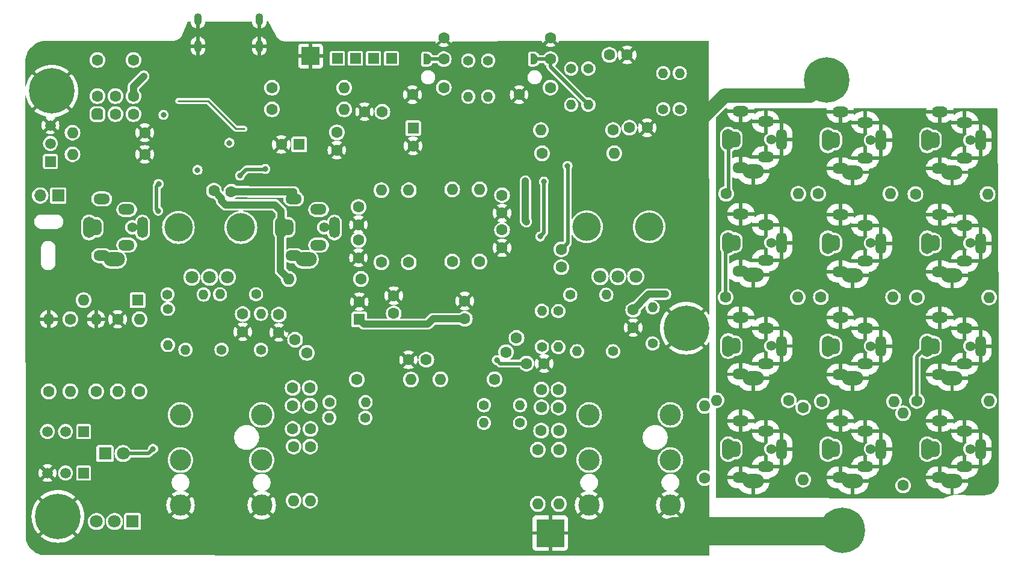
<source format=gbl>
G04 #@! TF.GenerationSoftware,KiCad,Pcbnew,8.0.6*
G04 #@! TF.CreationDate,2025-01-21T23:06:27+01:00*
G04 #@! TF.ProjectId,spider2,73706964-6572-4322-9e6b-696361645f70,rev?*
G04 #@! TF.SameCoordinates,Original*
G04 #@! TF.FileFunction,Copper,L2,Bot*
G04 #@! TF.FilePolarity,Positive*
%FSLAX46Y46*%
G04 Gerber Fmt 4.6, Leading zero omitted, Abs format (unit mm)*
G04 Created by KiCad (PCBNEW 8.0.6) date 2025-01-21 23:06:27*
%MOMM*%
%LPD*%
G01*
G04 APERTURE LIST*
G04 #@! TA.AperFunction,ComponentPad*
%ADD10C,1.400000*%
G04 #@! TD*
G04 #@! TA.AperFunction,ComponentPad*
%ADD11O,1.400000X1.400000*%
G04 #@! TD*
G04 #@! TA.AperFunction,ComponentPad*
%ADD12C,1.600000*%
G04 #@! TD*
G04 #@! TA.AperFunction,ComponentPad*
%ADD13O,1.600000X1.600000*%
G04 #@! TD*
G04 #@! TA.AperFunction,ComponentPad*
%ADD14R,1.600000X1.600000*%
G04 #@! TD*
G04 #@! TA.AperFunction,ComponentPad*
%ADD15R,2.500000X2.500000*%
G04 #@! TD*
G04 #@! TA.AperFunction,ComponentPad*
%ADD16O,2.300000X1.500000*%
G04 #@! TD*
G04 #@! TA.AperFunction,ComponentPad*
%ADD17O,1.500000X3.000000*%
G04 #@! TD*
G04 #@! TA.AperFunction,ComponentPad*
%ADD18O,1.700000X3.000000*%
G04 #@! TD*
G04 #@! TA.AperFunction,ComponentPad*
%ADD19O,1.500000X2.300000*%
G04 #@! TD*
G04 #@! TA.AperFunction,ComponentPad*
%ADD20O,3.000000X2.000000*%
G04 #@! TD*
G04 #@! TA.AperFunction,ComponentPad*
%ADD21C,0.800000*%
G04 #@! TD*
G04 #@! TA.AperFunction,ComponentPad*
%ADD22C,6.400000*%
G04 #@! TD*
G04 #@! TA.AperFunction,ComponentPad*
%ADD23C,3.000000*%
G04 #@! TD*
G04 #@! TA.AperFunction,ComponentPad*
%ADD24O,1.100000X1.700000*%
G04 #@! TD*
G04 #@! TA.AperFunction,ComponentPad*
%ADD25R,1.500000X1.500000*%
G04 #@! TD*
G04 #@! TA.AperFunction,ComponentPad*
%ADD26C,1.500000*%
G04 #@! TD*
G04 #@! TA.AperFunction,WasherPad*
%ADD27C,4.000000*%
G04 #@! TD*
G04 #@! TA.AperFunction,ComponentPad*
%ADD28C,1.800000*%
G04 #@! TD*
G04 #@! TA.AperFunction,ComponentPad*
%ADD29R,1.700000X1.700000*%
G04 #@! TD*
G04 #@! TA.AperFunction,ComponentPad*
%ADD30O,1.700000X1.700000*%
G04 #@! TD*
G04 #@! TA.AperFunction,ComponentPad*
%ADD31R,1.800000X1.800000*%
G04 #@! TD*
G04 #@! TA.AperFunction,ComponentPad*
%ADD32R,4.000000X4.000000*%
G04 #@! TD*
G04 #@! TA.AperFunction,ViaPad*
%ADD33C,0.800000*%
G04 #@! TD*
G04 #@! TA.AperFunction,ViaPad*
%ADD34C,1.600000*%
G04 #@! TD*
G04 #@! TA.AperFunction,Conductor*
%ADD35C,2.000000*%
G04 #@! TD*
G04 #@! TA.AperFunction,Conductor*
%ADD36C,4.000000*%
G04 #@! TD*
G04 #@! TA.AperFunction,Conductor*
%ADD37C,0.500000*%
G04 #@! TD*
G04 #@! TA.AperFunction,Conductor*
%ADD38C,1.000000*%
G04 #@! TD*
G04 #@! TA.AperFunction,Conductor*
%ADD39C,0.250000*%
G04 #@! TD*
G04 APERTURE END LIST*
D10*
X225940000Y-73240000D03*
D11*
X225940000Y-68160000D03*
D12*
X147799400Y-33323400D03*
X152879400Y-33323400D03*
G04 #@! TA.AperFunction,ComponentPad*
G36*
G01*
X147399400Y-40143400D02*
X148199400Y-40143400D01*
G75*
G02*
X148599400Y-40543400I0J-400000D01*
G01*
X148599400Y-41343400D01*
G75*
G02*
X148199400Y-41743400I-400000J0D01*
G01*
X147399400Y-41743400D01*
G75*
G02*
X146999400Y-41343400I0J400000D01*
G01*
X146999400Y-40543400D01*
G75*
G02*
X147399400Y-40143400I400000J0D01*
G01*
G37*
G04 #@! TD.AperFunction*
X150339400Y-40943400D03*
X152879400Y-40943400D03*
X147799400Y-38403400D03*
X150339400Y-38403400D03*
X152879400Y-38403400D03*
X262920000Y-52200000D03*
D13*
X273080000Y-52200000D03*
D12*
X219851600Y-32588200D03*
X222351600Y-32588200D03*
D10*
X214330000Y-66370000D03*
D11*
X219410000Y-66370000D03*
D10*
X227431600Y-40233600D03*
D11*
X227431600Y-35153600D03*
D12*
X187750000Y-61800000D03*
D13*
X187750000Y-51640000D03*
D10*
X220370000Y-74340000D03*
D11*
X215290000Y-74340000D03*
D12*
X263120000Y-81300000D03*
D13*
X273280000Y-81300000D03*
D12*
X177749200Y-87731600D03*
D13*
X177749200Y-95351600D03*
D14*
X192230000Y-42900000D03*
D12*
X192230000Y-45400000D03*
X204750000Y-52350000D03*
X204750000Y-54850000D03*
X204750000Y-59750000D03*
X204750000Y-57250000D03*
D14*
X153475000Y-67125000D03*
D13*
X145855000Y-67125000D03*
D12*
X154460000Y-46600000D03*
D13*
X144300000Y-46600000D03*
D10*
X202800000Y-33400000D03*
D11*
X202800000Y-38480000D03*
D12*
X208175000Y-76050000D03*
X210675000Y-76050000D03*
D15*
X177800000Y-32775000D03*
D16*
X238349112Y-92100000D03*
X241849112Y-90600000D03*
D10*
X242649112Y-88100000D03*
D17*
X244078391Y-88126253D03*
D18*
X236578391Y-88126253D03*
D19*
X237549112Y-88100000D03*
D16*
X238349112Y-84100000D03*
D20*
X240078391Y-92626253D03*
D16*
X241849112Y-85600000D03*
D21*
X248019532Y-36102461D03*
X248722476Y-34405405D03*
X248722476Y-37799517D03*
X250419532Y-33702461D03*
D22*
X250419532Y-36102461D03*
D21*
X250419532Y-38502461D03*
X252116588Y-34405405D03*
X252116588Y-37799517D03*
X252819532Y-36102461D03*
D10*
X157720000Y-68350000D03*
D11*
X157720000Y-73430000D03*
D12*
X199500000Y-69750000D03*
X199500000Y-67250000D03*
D10*
X216890600Y-34518600D03*
D11*
X216890600Y-39598600D03*
D12*
X196550000Y-33200000D03*
X196550000Y-30200000D03*
X192150000Y-38200000D03*
X196550000Y-37200000D03*
X212700000Y-82250000D03*
X212700000Y-79750000D03*
X175620000Y-72700000D03*
X177292827Y-74557862D03*
X175285400Y-85267800D03*
X177785400Y-85267800D03*
X191620000Y-61810000D03*
D13*
X191620000Y-51650000D03*
D12*
X261200000Y-93230000D03*
D13*
X261200000Y-83070000D03*
D12*
X249610000Y-66720000D03*
D13*
X259770000Y-66720000D03*
D23*
X217000000Y-96000000D03*
X228430000Y-89650000D03*
X217000000Y-89650000D03*
X228430000Y-96000000D03*
X228430000Y-83300000D03*
X217000000Y-83300000D03*
D12*
X184900000Y-64150000D03*
D13*
X174740000Y-64150000D03*
D23*
X159500000Y-96000000D03*
X170930000Y-89650000D03*
X159500000Y-89650000D03*
X170930000Y-96000000D03*
X170930000Y-83300000D03*
X159500000Y-83300000D03*
D12*
X147620000Y-79980000D03*
D13*
X147620000Y-69820000D03*
D12*
X249745000Y-81400000D03*
D13*
X259905000Y-81400000D03*
D10*
X185520000Y-83700000D03*
D11*
X180440000Y-83700000D03*
D12*
X249220000Y-52150000D03*
D13*
X259380000Y-52150000D03*
D24*
X170590000Y-31370000D03*
X170590000Y-27570000D03*
X161950000Y-31370000D03*
X161950000Y-27570000D03*
D12*
X203708000Y-78282800D03*
D13*
X196088000Y-78282800D03*
D12*
X201600000Y-61700000D03*
D13*
X201600000Y-51540000D03*
D10*
X229743000Y-40233600D03*
D11*
X229743000Y-35153600D03*
D12*
X236195000Y-66725000D03*
D13*
X246355000Y-66725000D03*
D14*
X176192380Y-45200000D03*
D12*
X173692380Y-45200000D03*
X191581400Y-75514200D03*
X194081400Y-75514200D03*
X143980000Y-69810000D03*
D13*
X143980000Y-79970000D03*
D12*
X181500000Y-43500000D03*
X181500000Y-46000000D03*
X247100000Y-82250000D03*
D13*
X247100000Y-92410000D03*
D10*
X210350000Y-73715000D03*
D11*
X210350000Y-68635000D03*
D16*
X238350000Y-63033333D03*
X241850000Y-61533333D03*
D10*
X242650000Y-59033333D03*
D17*
X244079279Y-59059586D03*
D18*
X236579279Y-59059586D03*
D19*
X237550000Y-59033333D03*
D16*
X238350000Y-55033333D03*
D20*
X240079279Y-63559586D03*
D16*
X241850000Y-56533333D03*
D25*
X145860000Y-85630000D03*
D26*
X143320000Y-85630000D03*
X140780000Y-85630000D03*
D12*
X173325000Y-69175000D03*
X173325000Y-71675000D03*
X175285400Y-81991200D03*
X175285400Y-79491200D03*
X210388200Y-46456600D03*
D13*
X220548200Y-46456600D03*
D25*
X189176000Y-33075000D03*
D16*
X238350000Y-77566666D03*
X241850000Y-76066666D03*
D10*
X242650000Y-73566666D03*
D17*
X244079279Y-73592919D03*
D18*
X236579279Y-73592919D03*
D19*
X237550000Y-73566666D03*
D16*
X238350000Y-69566666D03*
D20*
X240079279Y-78092919D03*
D16*
X241850000Y-71066666D03*
X175424065Y-60868249D03*
X178924065Y-59368249D03*
D10*
X179724065Y-56868249D03*
D17*
X181153344Y-56894502D03*
D18*
X173653344Y-56894502D03*
D19*
X174624065Y-56868249D03*
D16*
X175424065Y-52868249D03*
D20*
X177153344Y-61394502D03*
D16*
X178924065Y-54368249D03*
D21*
X228260142Y-71088261D03*
X228963086Y-69391205D03*
X228963086Y-72785317D03*
X230660142Y-68688261D03*
D22*
X230660142Y-71088261D03*
D21*
X230660142Y-73488261D03*
X232357198Y-69391205D03*
X232357198Y-72785317D03*
X233060142Y-71088261D03*
D12*
X154460000Y-43540000D03*
D13*
X144300000Y-43540000D03*
D16*
X266350000Y-48600000D03*
X269850000Y-47100000D03*
D10*
X270650000Y-44600000D03*
D17*
X272079279Y-44626253D03*
D18*
X264579279Y-44626253D03*
D19*
X265550000Y-44600000D03*
D16*
X266350000Y-40600000D03*
D20*
X268079279Y-49126253D03*
D16*
X269850000Y-42100000D03*
D12*
X184550000Y-56500000D03*
X184550000Y-54000000D03*
D25*
X181571000Y-33075000D03*
D10*
X202200000Y-81900000D03*
D11*
X207280000Y-81900000D03*
D27*
X159200000Y-56900000D03*
X168000000Y-56900000D03*
D28*
X166100000Y-63900000D03*
X163600000Y-63900000D03*
X161100000Y-63900000D03*
D12*
X206779532Y-72445529D03*
X205310069Y-74468071D03*
X189500000Y-69000000D03*
X189500000Y-66500000D03*
D25*
X184111000Y-33075000D03*
D12*
X172390000Y-37220000D03*
D13*
X182550000Y-37220000D03*
D12*
X175420000Y-87731600D03*
D13*
X175420000Y-95351600D03*
D25*
X186651000Y-33075000D03*
X145860000Y-91470000D03*
D26*
X143320000Y-91470000D03*
X140780000Y-91470000D03*
D12*
X150660000Y-69820000D03*
D13*
X150660000Y-79980000D03*
D16*
X266350000Y-77600000D03*
X269850000Y-76100000D03*
D10*
X270650000Y-73600000D03*
D17*
X272079279Y-73626253D03*
D18*
X264579279Y-73626253D03*
D19*
X265550000Y-73600000D03*
D16*
X266350000Y-69600000D03*
D20*
X268079279Y-78126253D03*
D16*
X269850000Y-71100000D03*
D10*
X157675000Y-66325000D03*
D11*
X162754999Y-66325000D03*
D29*
X142300000Y-52400000D03*
D30*
X139760000Y-52400000D03*
D12*
X187900000Y-40600000D03*
X185400000Y-40600000D03*
X172390000Y-40270000D03*
D13*
X182550000Y-40270000D03*
D21*
X250250000Y-99550000D03*
X250952944Y-97852944D03*
X250952944Y-101247056D03*
X252650000Y-97150000D03*
D22*
X252650000Y-99550000D03*
D21*
X252650000Y-101950000D03*
X254347056Y-97852944D03*
X254347056Y-101247056D03*
X255050000Y-99550000D03*
D12*
X209770000Y-88200000D03*
D13*
X209770000Y-95820000D03*
D12*
X236270000Y-52150000D03*
D13*
X246430000Y-52150000D03*
D10*
X214477600Y-34544000D03*
D11*
X214477600Y-39624000D03*
D12*
X211550000Y-33200000D03*
X211550000Y-30200000D03*
X207150000Y-38200000D03*
X211550000Y-37200000D03*
D16*
X266350000Y-63100000D03*
X269850000Y-61600000D03*
D10*
X270650000Y-59100000D03*
D17*
X272079279Y-59126253D03*
D18*
X264579279Y-59126253D03*
D19*
X265550000Y-59100000D03*
D16*
X266350000Y-55100000D03*
D20*
X268079279Y-63626253D03*
D16*
X269850000Y-56600000D03*
X238350000Y-48500000D03*
X241850000Y-47000000D03*
D10*
X242650000Y-44500000D03*
D17*
X244079279Y-44526253D03*
D18*
X236579279Y-44526253D03*
D19*
X237550000Y-44500000D03*
D16*
X238350000Y-40500000D03*
D20*
X240079279Y-49026253D03*
D16*
X241850000Y-42000000D03*
D12*
X263120000Y-66750000D03*
D13*
X273280000Y-66750000D03*
D12*
X233260000Y-92180000D03*
D13*
X233260000Y-82020000D03*
D16*
X252350000Y-63100000D03*
X255850000Y-61600000D03*
D10*
X256650000Y-59100000D03*
D17*
X258079279Y-59126253D03*
D18*
X250579279Y-59126253D03*
D19*
X251550000Y-59100000D03*
D16*
X252350000Y-55100000D03*
D20*
X254079279Y-63626253D03*
D16*
X255850000Y-56600000D03*
D10*
X170825000Y-74125000D03*
D11*
X170825000Y-69045000D03*
D16*
X252350000Y-77600000D03*
X255850000Y-76100000D03*
D10*
X256650000Y-73600000D03*
D17*
X258079279Y-73626253D03*
D18*
X250579279Y-73626253D03*
D19*
X251550000Y-73600000D03*
D16*
X252350000Y-69600000D03*
D20*
X254079279Y-78126253D03*
D16*
X255850000Y-71100000D03*
X252350000Y-48600000D03*
X255850000Y-47100000D03*
D10*
X256650000Y-44600000D03*
D17*
X258079279Y-44626253D03*
D18*
X250579279Y-44626253D03*
D19*
X251550000Y-44600000D03*
D16*
X252350000Y-40600000D03*
D20*
X254079279Y-49126253D03*
D16*
X255850000Y-42100000D03*
D10*
X212675000Y-68670000D03*
D11*
X212675000Y-73750000D03*
D10*
X170125000Y-66300000D03*
D11*
X165045000Y-66300000D03*
D12*
X225176400Y-42849800D03*
X222676400Y-42849800D03*
X184550000Y-58650000D03*
X184550000Y-61150000D03*
D16*
X148415198Y-60869712D03*
X151915198Y-59369712D03*
D10*
X152715198Y-56869712D03*
D17*
X154144477Y-56895965D03*
D18*
X146644477Y-56895965D03*
D19*
X147615198Y-56869712D03*
D16*
X148415198Y-52869712D03*
D20*
X150144477Y-61395965D03*
D16*
X151915198Y-54369712D03*
D12*
X168249600Y-71588000D03*
X168249600Y-69088000D03*
D10*
X165270000Y-74100000D03*
D11*
X160190000Y-74100000D03*
D16*
X252349112Y-92100000D03*
X255849112Y-90600000D03*
D10*
X256649112Y-88100000D03*
D17*
X258078391Y-88126253D03*
D18*
X250578391Y-88126253D03*
D19*
X251549112Y-88100000D03*
D16*
X252349112Y-84100000D03*
D20*
X254078391Y-92626253D03*
D16*
X255849112Y-85600000D03*
X266350000Y-92100000D03*
X269850000Y-90600000D03*
D10*
X270650000Y-88100000D03*
D17*
X272079279Y-88126253D03*
D18*
X264579279Y-88126253D03*
D19*
X265550000Y-88100000D03*
D16*
X266350000Y-84100000D03*
D20*
X268079279Y-92626253D03*
D16*
X269850000Y-85600000D03*
D12*
X177698400Y-81991200D03*
X177698400Y-79491200D03*
X153730000Y-79980000D03*
D13*
X153730000Y-69820000D03*
D12*
X184300000Y-78300000D03*
D13*
X191920000Y-78300000D03*
D31*
X148875000Y-88725000D03*
D28*
X151415000Y-88725000D03*
D10*
X200000000Y-33400000D03*
D11*
X200000000Y-38480000D03*
D10*
X207280000Y-84425000D03*
D11*
X202200000Y-84425000D03*
D12*
X220395800Y-43180000D03*
D13*
X210235800Y-43180000D03*
D12*
X210290000Y-82226600D03*
X210290000Y-79726600D03*
D27*
X216650000Y-56800000D03*
X225450000Y-56800000D03*
D28*
X223550000Y-63800000D03*
X221050000Y-63800000D03*
X218550000Y-63800000D03*
D12*
X197735200Y-61700000D03*
D13*
X197735200Y-51540000D03*
D12*
X212775000Y-88200000D03*
D13*
X212775000Y-95820000D03*
D12*
X213080600Y-59984000D03*
X213080600Y-62484000D03*
X245080000Y-81225000D03*
D13*
X234920000Y-81225000D03*
D31*
X152742934Y-98294059D03*
D28*
X150202934Y-98294059D03*
X147662934Y-98294059D03*
D10*
X180460000Y-81500000D03*
D11*
X185540000Y-81500000D03*
D21*
X139840000Y-97590000D03*
X140542944Y-95892944D03*
X140542944Y-99287056D03*
X142240000Y-95190000D03*
D22*
X142240000Y-97590000D03*
D21*
X142240000Y-99990000D03*
X143937056Y-95892944D03*
X143937056Y-99287056D03*
X144640000Y-97590000D03*
D12*
X140970000Y-79980000D03*
D13*
X140970000Y-69820000D03*
D12*
X223200000Y-71000000D03*
X223200000Y-68500000D03*
X210250000Y-85500000D03*
X212750000Y-85500000D03*
D14*
X184650000Y-69850000D03*
D12*
X184650000Y-67350000D03*
D21*
X138994600Y-37691600D03*
X139697544Y-35994544D03*
X139697544Y-39388656D03*
X141394600Y-35291600D03*
D22*
X141394600Y-37691600D03*
D21*
X141394600Y-40091600D03*
X143091656Y-35994544D03*
X143091656Y-39388656D03*
X143794600Y-37691600D03*
D25*
X141200000Y-47600000D03*
D26*
X141200000Y-45060000D03*
X141200000Y-42520000D03*
D32*
X211531200Y-99923600D03*
G04 #@! TA.AperFunction,SMDPad,CuDef*
G36*
X208430000Y-33920000D02*
G01*
X207930000Y-33920000D01*
X207930000Y-33914911D01*
X207858843Y-33914911D01*
X207722292Y-33874816D01*
X207602570Y-33797875D01*
X207509373Y-33690320D01*
X207450254Y-33560866D01*
X207430000Y-33420000D01*
X207430000Y-32920000D01*
X207450254Y-32779134D01*
X207509373Y-32649680D01*
X207602570Y-32542125D01*
X207722292Y-32465184D01*
X207858843Y-32425089D01*
X207930000Y-32425089D01*
X207930000Y-32420000D01*
X208430000Y-32420000D01*
X208430000Y-33920000D01*
G37*
G04 #@! TD.AperFunction*
G04 #@! TA.AperFunction,SMDPad,CuDef*
G36*
X209230000Y-32425089D02*
G01*
X209301157Y-32425089D01*
X209437708Y-32465184D01*
X209557430Y-32542125D01*
X209650627Y-32649680D01*
X209709746Y-32779134D01*
X209730000Y-32920000D01*
X209730000Y-33420000D01*
X209709746Y-33560866D01*
X209650627Y-33690320D01*
X209557430Y-33797875D01*
X209437708Y-33874816D01*
X209301157Y-33914911D01*
X209230000Y-33914911D01*
X209230000Y-33920000D01*
X208730000Y-33920000D01*
X208730000Y-32420000D01*
X209230000Y-32420000D01*
X209230000Y-32425089D01*
G37*
G04 #@! TD.AperFunction*
G04 #@! TA.AperFunction,SMDPad,CuDef*
G36*
X193400000Y-33940000D02*
G01*
X192900000Y-33940000D01*
X192900000Y-33934911D01*
X192828843Y-33934911D01*
X192692292Y-33894816D01*
X192572570Y-33817875D01*
X192479373Y-33710320D01*
X192420254Y-33580866D01*
X192400000Y-33440000D01*
X192400000Y-32940000D01*
X192420254Y-32799134D01*
X192479373Y-32669680D01*
X192572570Y-32562125D01*
X192692292Y-32485184D01*
X192828843Y-32445089D01*
X192900000Y-32445089D01*
X192900000Y-32440000D01*
X193400000Y-32440000D01*
X193400000Y-33940000D01*
G37*
G04 #@! TD.AperFunction*
G04 #@! TA.AperFunction,SMDPad,CuDef*
G36*
X194200000Y-32445089D02*
G01*
X194271157Y-32445089D01*
X194407708Y-32485184D01*
X194527430Y-32562125D01*
X194620627Y-32669680D01*
X194679746Y-32799134D01*
X194700000Y-32940000D01*
X194700000Y-33440000D01*
X194679746Y-33580866D01*
X194620627Y-33710320D01*
X194527430Y-33817875D01*
X194407708Y-33894816D01*
X194271157Y-33934911D01*
X194200000Y-33934911D01*
X194200000Y-33940000D01*
X193700000Y-33940000D01*
X193700000Y-32440000D01*
X194200000Y-32440000D01*
X194200000Y-32445089D01*
G37*
G04 #@! TD.AperFunction*
D33*
X219350000Y-73200000D03*
X160842400Y-43700000D03*
X158400000Y-64975000D03*
X218425000Y-71425000D03*
X163075000Y-71075000D03*
X211525000Y-62975000D03*
X175160000Y-89350000D03*
X229400000Y-86400000D03*
X168625000Y-91375000D03*
X200870000Y-75270000D03*
X182727600Y-77292200D03*
X160842400Y-47350000D03*
X216800000Y-73225000D03*
X158875000Y-67675000D03*
X158025000Y-75000000D03*
X213570000Y-89510000D03*
X194280000Y-78420000D03*
X169475000Y-67800000D03*
X189750000Y-75500000D03*
X213740000Y-86970000D03*
X203174600Y-76454000D03*
X211600000Y-69925000D03*
X157825000Y-71900000D03*
X215475000Y-63450000D03*
X224825000Y-65000000D03*
X208250000Y-74050000D03*
X166880000Y-74260000D03*
X215730000Y-91660000D03*
X195420000Y-71440000D03*
X176490000Y-86460000D03*
X167800000Y-62425000D03*
X176520000Y-82750000D03*
X159642400Y-46700000D03*
X219030000Y-90730000D03*
X197713600Y-75158600D03*
X176110000Y-70010000D03*
X211470000Y-83150000D03*
X164800000Y-64925000D03*
X211450000Y-67450000D03*
X229575000Y-66125000D03*
X160842400Y-46300000D03*
X206350000Y-77425000D03*
X164900000Y-62600000D03*
X173625000Y-84675000D03*
X174450000Y-71250000D03*
X186110000Y-75150000D03*
X221500000Y-67300000D03*
X211260000Y-95790000D03*
X229700000Y-101100000D03*
X161600000Y-65525000D03*
X161750000Y-73275000D03*
X172350000Y-87750000D03*
X197967600Y-78359000D03*
X216925000Y-87450000D03*
X213730000Y-71130000D03*
X157840000Y-101860000D03*
X169900000Y-71250000D03*
X178075000Y-72600000D03*
X204015503Y-75575722D03*
X210642200Y-50444400D03*
X210131082Y-58169118D03*
D34*
X166650305Y-51849695D03*
X164200000Y-51719712D03*
D33*
X156370000Y-54550000D03*
X161892400Y-48800000D03*
X156420000Y-50770000D03*
X155640000Y-88080000D03*
X208020000Y-50380000D03*
X227761800Y-66294000D03*
X171440000Y-48670000D03*
X167870000Y-49590000D03*
X208178400Y-56083200D03*
X154325000Y-35600000D03*
X213969600Y-48222800D03*
X166380600Y-44982200D03*
X157092400Y-41050000D03*
D35*
X248181993Y-38340000D02*
X236060000Y-38340000D01*
X252678178Y-99588332D02*
X252706510Y-99560000D01*
X233200000Y-41200000D02*
X232925000Y-41200000D01*
X236060000Y-38340000D02*
X233200000Y-41200000D01*
X250419532Y-36102461D02*
X248181993Y-38340000D01*
D36*
X252678178Y-99588332D02*
X228888332Y-99588332D01*
D37*
X263120000Y-75080000D02*
X264600000Y-73600000D01*
X263120000Y-81300000D02*
X263120000Y-75080000D01*
X236600000Y-44500000D02*
X236600000Y-51820000D01*
X236600000Y-51820000D02*
X236270000Y-52150000D01*
X236195000Y-59438333D02*
X236600000Y-59033333D01*
X236195000Y-66725000D02*
X236195000Y-59438333D01*
X211550000Y-34258000D02*
X211550000Y-33200000D01*
X209230000Y-33170000D02*
X211520000Y-33170000D01*
X211520000Y-33170000D02*
X211550000Y-33200000D01*
X216890600Y-39598600D02*
X211550000Y-34258000D01*
X196540000Y-33190000D02*
X196550000Y-33200000D01*
X194200000Y-33190000D02*
X196540000Y-33190000D01*
X210642200Y-57658000D02*
X210642200Y-50444400D01*
X204489781Y-76050000D02*
X204015503Y-75575722D01*
X210131082Y-58169118D02*
X210642200Y-57658000D01*
X208175000Y-76050000D02*
X204489781Y-76050000D01*
D38*
X181174065Y-57368249D02*
X181174065Y-56868249D01*
X175450000Y-52842314D02*
X175424065Y-52868249D01*
X169026346Y-51900000D02*
X175450000Y-51900000D01*
X168976041Y-51849695D02*
X169026346Y-51900000D01*
X175450000Y-51900000D02*
X175450000Y-52842314D01*
X166650305Y-51849695D02*
X168976041Y-51849695D01*
X173653344Y-54603344D02*
X173653344Y-56894502D01*
X165275000Y-52794712D02*
X165275000Y-53150000D01*
X173653344Y-57346656D02*
X173574065Y-57425935D01*
X164200000Y-51719712D02*
X165275000Y-52794712D01*
X172075000Y-53725000D02*
X172100000Y-53700000D01*
X173574065Y-62984065D02*
X174740000Y-64150000D01*
X165850000Y-53725000D02*
X172075000Y-53725000D01*
X173653344Y-56894502D02*
X173653344Y-57346656D01*
X173574065Y-57425935D02*
X173574065Y-62984065D01*
X172100000Y-53700000D02*
X172750000Y-53700000D01*
X165275000Y-53150000D02*
X165850000Y-53725000D01*
X172750000Y-53700000D02*
X173653344Y-54603344D01*
D37*
X156110000Y-51080000D02*
X156110000Y-54290000D01*
D38*
X195015075Y-69750000D02*
X199500000Y-69750000D01*
X185300000Y-70500000D02*
X194265075Y-70500000D01*
D37*
X156110000Y-54290000D02*
X156370000Y-54550000D01*
D38*
X194265075Y-70500000D02*
X195015075Y-69750000D01*
X184650000Y-69850000D02*
X185300000Y-70500000D01*
D37*
X154995000Y-88725000D02*
X155640000Y-88080000D01*
X151415000Y-88725000D02*
X154995000Y-88725000D01*
X156420000Y-50770000D02*
X156110000Y-51080000D01*
X168720000Y-48740000D02*
X171370000Y-48740000D01*
D38*
X208178400Y-56083200D02*
X208020000Y-55924800D01*
X225386000Y-66294000D02*
X223160000Y-68520000D01*
D37*
X171370000Y-48740000D02*
X171440000Y-48670000D01*
D38*
X208020000Y-55924800D02*
X208020000Y-50380000D01*
D37*
X167870000Y-49590000D02*
X168720000Y-48740000D01*
D38*
X227761800Y-66294000D02*
X225386000Y-66294000D01*
X152879400Y-38403400D02*
X152879400Y-37045600D01*
X152879400Y-37045600D02*
X154325000Y-35600000D01*
D37*
X214020000Y-55520000D02*
X214020000Y-59044600D01*
X214020000Y-59044600D02*
X213080600Y-59984000D01*
X213969600Y-48222800D02*
X214020000Y-48273200D01*
X214020000Y-48273200D02*
X214020000Y-55520000D01*
D39*
X159190000Y-39070000D02*
X163377600Y-39070000D01*
X163377600Y-39070000D02*
X167309800Y-43002200D01*
X167309800Y-43002200D02*
X168478200Y-43002200D01*
G04 #@! TA.AperFunction,Conductor*
G36*
X171860517Y-27885150D02*
G01*
X171869393Y-27897212D01*
X172204497Y-28539335D01*
X172935458Y-29939998D01*
X173002621Y-30045790D01*
X173028870Y-30075471D01*
X173168609Y-30233483D01*
X173168616Y-30233489D01*
X173365521Y-30388426D01*
X173365525Y-30388428D01*
X173586997Y-30505613D01*
X173825871Y-30581253D01*
X173907093Y-30591595D01*
X173939649Y-30610207D01*
X173942189Y-30613813D01*
X174010000Y-30720000D01*
X174010000Y-30719999D01*
X174010001Y-30720000D01*
X174041345Y-30719950D01*
X195311019Y-30686169D01*
X195345688Y-30700465D01*
X195355504Y-30714460D01*
X195419861Y-30852474D01*
X195419871Y-30852490D01*
X195470972Y-30925471D01*
X195470975Y-30925471D01*
X195710912Y-30685533D01*
X196210359Y-30684740D01*
X196223852Y-30735095D01*
X196269930Y-30814905D01*
X196279288Y-30824263D01*
X195824527Y-31279023D01*
X195824527Y-31279024D01*
X195897515Y-31330132D01*
X195897525Y-31330137D01*
X196103677Y-31426267D01*
X196103682Y-31426269D01*
X196323386Y-31485139D01*
X196323392Y-31485140D01*
X196550000Y-31504965D01*
X196776607Y-31485140D01*
X196776613Y-31485139D01*
X196996317Y-31426269D01*
X196996322Y-31426267D01*
X197202474Y-31330137D01*
X197202484Y-31330132D01*
X197275471Y-31279024D01*
X197275471Y-31279023D01*
X196820711Y-30824263D01*
X196830070Y-30814905D01*
X196876148Y-30735095D01*
X196889929Y-30683661D01*
X197386424Y-30682872D01*
X197629023Y-30925471D01*
X197629024Y-30925471D01*
X197680132Y-30852484D01*
X197680137Y-30852475D01*
X197746330Y-30710522D01*
X197773980Y-30685185D01*
X197790656Y-30682230D01*
X210299919Y-30662363D01*
X210334587Y-30676659D01*
X210344403Y-30690654D01*
X210419861Y-30852474D01*
X210419871Y-30852490D01*
X210470972Y-30925471D01*
X210470975Y-30925471D01*
X210734773Y-30661672D01*
X211203978Y-30660926D01*
X211223852Y-30735095D01*
X211269930Y-30814905D01*
X211279287Y-30824262D01*
X210824527Y-31279023D01*
X210824527Y-31279024D01*
X210897515Y-31330132D01*
X210897525Y-31330137D01*
X211103677Y-31426267D01*
X211103682Y-31426269D01*
X211323386Y-31485139D01*
X211323392Y-31485140D01*
X211550000Y-31504965D01*
X211776607Y-31485140D01*
X211776613Y-31485139D01*
X211996317Y-31426269D01*
X211996322Y-31426267D01*
X212202474Y-31330137D01*
X212202484Y-31330132D01*
X212275471Y-31279024D01*
X212275471Y-31279023D01*
X211820711Y-30824263D01*
X211830070Y-30814905D01*
X211876148Y-30735095D01*
X211896315Y-30659827D01*
X212362639Y-30659087D01*
X212629023Y-30925471D01*
X212629024Y-30925471D01*
X212680132Y-30852484D01*
X212680137Y-30852474D01*
X212757448Y-30686681D01*
X212785098Y-30661344D01*
X212801774Y-30658389D01*
X233775991Y-30625077D01*
X233810660Y-30639374D01*
X233825067Y-30673999D01*
X233825067Y-30674009D01*
X233878028Y-69084391D01*
X233863724Y-69119059D01*
X233829096Y-69133459D01*
X233794428Y-69119155D01*
X233787933Y-69111146D01*
X233657617Y-68910478D01*
X233657606Y-68910463D01*
X233449045Y-68652910D01*
X233449044Y-68652909D01*
X231954392Y-70147561D01*
X231880554Y-70045931D01*
X231702472Y-69867849D01*
X231600840Y-69794008D01*
X233095492Y-68299357D01*
X233095491Y-68299356D01*
X232837939Y-68090796D01*
X232837924Y-68090785D01*
X232512679Y-67879567D01*
X232512672Y-67879563D01*
X232167137Y-67703505D01*
X232167124Y-67703499D01*
X231805075Y-67564522D01*
X231430472Y-67464148D01*
X231047419Y-67403479D01*
X230660142Y-67383183D01*
X230272864Y-67403479D01*
X229889811Y-67464148D01*
X229515209Y-67564522D01*
X229515207Y-67564522D01*
X229153159Y-67703499D01*
X229153146Y-67703505D01*
X228807611Y-67879563D01*
X228807604Y-67879567D01*
X228482359Y-68090785D01*
X228482344Y-68090796D01*
X228224791Y-68299357D01*
X228224790Y-68299357D01*
X229719442Y-69794009D01*
X229617812Y-69867849D01*
X229439730Y-70045931D01*
X229365890Y-70147561D01*
X227871238Y-68652909D01*
X227871238Y-68652910D01*
X227662677Y-68910463D01*
X227662666Y-68910478D01*
X227451448Y-69235723D01*
X227451444Y-69235730D01*
X227275386Y-69581265D01*
X227275380Y-69581278D01*
X227136403Y-69943326D01*
X227136403Y-69943328D01*
X227036029Y-70317930D01*
X226975360Y-70700983D01*
X226955064Y-71088261D01*
X226975360Y-71475538D01*
X227036029Y-71858591D01*
X227136403Y-72233193D01*
X227136403Y-72233195D01*
X227275380Y-72595243D01*
X227275386Y-72595256D01*
X227451444Y-72940791D01*
X227451448Y-72940798D01*
X227662666Y-73266043D01*
X227662677Y-73266058D01*
X227871237Y-73523610D01*
X227871238Y-73523611D01*
X229365890Y-72028959D01*
X229439730Y-72130591D01*
X229617812Y-72308673D01*
X229719442Y-72382512D01*
X228224790Y-73877163D01*
X228224791Y-73877164D01*
X228482344Y-74085725D01*
X228482359Y-74085736D01*
X228807604Y-74296954D01*
X228807611Y-74296958D01*
X229153146Y-74473016D01*
X229153159Y-74473022D01*
X229515208Y-74611999D01*
X229889811Y-74712373D01*
X230272864Y-74773042D01*
X230660142Y-74793338D01*
X231047419Y-74773042D01*
X231430472Y-74712373D01*
X231805074Y-74611999D01*
X231805076Y-74611999D01*
X232167124Y-74473022D01*
X232167137Y-74473016D01*
X232512672Y-74296958D01*
X232512679Y-74296954D01*
X232837936Y-74085729D01*
X232837938Y-74085727D01*
X233095491Y-73877164D01*
X233095492Y-73877163D01*
X231600840Y-72382512D01*
X231702472Y-72308673D01*
X231880554Y-72130591D01*
X231954393Y-72028959D01*
X233449044Y-73523611D01*
X233449045Y-73523610D01*
X233657608Y-73266057D01*
X233657610Y-73266055D01*
X233793447Y-73056884D01*
X233824354Y-73035642D01*
X233861229Y-73042476D01*
X233882471Y-73073383D01*
X233883542Y-73083503D01*
X233894188Y-80804578D01*
X233889763Y-80823458D01*
X233890235Y-80823641D01*
X233889416Y-80825753D01*
X233837119Y-81009557D01*
X233813833Y-81038955D01*
X233776580Y-81043276D01*
X233764197Y-81037809D01*
X233752635Y-81030651D01*
X233562462Y-80956978D01*
X233562460Y-80956977D01*
X233562456Y-80956976D01*
X233361976Y-80919500D01*
X233158024Y-80919500D01*
X232957544Y-80956976D01*
X232957540Y-80956977D01*
X232957537Y-80956978D01*
X232767366Y-81030650D01*
X232593954Y-81138022D01*
X232443236Y-81275420D01*
X232443233Y-81275423D01*
X232320328Y-81438177D01*
X232320325Y-81438181D01*
X232229420Y-81620744D01*
X232229417Y-81620751D01*
X232173603Y-81816914D01*
X232173602Y-81816920D01*
X232154785Y-82020000D01*
X232173602Y-82223079D01*
X232173603Y-82223085D01*
X232229417Y-82419248D01*
X232229420Y-82419255D01*
X232320325Y-82601818D01*
X232320328Y-82601822D01*
X232443233Y-82764576D01*
X232443236Y-82764579D01*
X232593954Y-82901977D01*
X232593955Y-82901978D01*
X232593959Y-82901981D01*
X232767363Y-83009348D01*
X232957544Y-83083024D01*
X233158024Y-83120500D01*
X233158026Y-83120500D01*
X233361974Y-83120500D01*
X233361976Y-83120500D01*
X233562456Y-83083024D01*
X233752637Y-83009348D01*
X233822434Y-82966131D01*
X233859444Y-82960093D01*
X233889886Y-82981996D01*
X233897226Y-83007724D01*
X233908520Y-91199131D01*
X233894216Y-91233799D01*
X233859588Y-91248199D01*
X233833726Y-91240860D01*
X233752637Y-91190652D01*
X233752634Y-91190651D01*
X233752633Y-91190650D01*
X233562462Y-91116978D01*
X233562460Y-91116977D01*
X233562456Y-91116976D01*
X233361976Y-91079500D01*
X233158024Y-91079500D01*
X232957544Y-91116976D01*
X232957540Y-91116977D01*
X232957537Y-91116978D01*
X232767366Y-91190650D01*
X232593954Y-91298022D01*
X232443236Y-91435420D01*
X232443233Y-91435423D01*
X232320328Y-91598177D01*
X232320325Y-91598181D01*
X232229420Y-91780744D01*
X232229417Y-91780751D01*
X232173603Y-91976914D01*
X232173602Y-91976920D01*
X232154785Y-92180000D01*
X232173602Y-92383079D01*
X232173603Y-92383085D01*
X232229417Y-92579248D01*
X232229420Y-92579255D01*
X232320325Y-92761818D01*
X232320328Y-92761822D01*
X232443233Y-92924576D01*
X232443236Y-92924579D01*
X232593954Y-93061977D01*
X232593955Y-93061978D01*
X232593959Y-93061981D01*
X232767363Y-93169348D01*
X232957544Y-93243024D01*
X233158024Y-93280500D01*
X233158026Y-93280500D01*
X233361974Y-93280500D01*
X233361976Y-93280500D01*
X233562456Y-93243024D01*
X233752637Y-93169348D01*
X233836429Y-93117465D01*
X233873441Y-93111429D01*
X233903884Y-93133332D01*
X233911223Y-93159059D01*
X233924851Y-103042532D01*
X233910547Y-103077200D01*
X233875919Y-103091600D01*
X188980360Y-103091600D01*
X140044049Y-103028013D01*
X140033209Y-103026784D01*
X139816122Y-102977235D01*
X139810842Y-102975714D01*
X139498238Y-102866329D01*
X139493162Y-102864226D01*
X139194782Y-102720534D01*
X139189972Y-102717876D01*
X138909550Y-102541675D01*
X138905069Y-102538496D01*
X138646132Y-102332001D01*
X138642035Y-102328339D01*
X138407860Y-102094164D01*
X138404198Y-102090067D01*
X138197703Y-101831130D01*
X138194524Y-101826649D01*
X138018323Y-101546227D01*
X138015665Y-101541417D01*
X137871973Y-101243037D01*
X137869870Y-101237961D01*
X137861525Y-101214112D01*
X137760483Y-100925350D01*
X137758964Y-100920076D01*
X137723880Y-100766362D01*
X137722651Y-100755510D01*
X137722261Y-100378903D01*
X137719375Y-97590000D01*
X138534922Y-97590000D01*
X138555218Y-97977277D01*
X138615887Y-98360330D01*
X138716261Y-98734932D01*
X138716261Y-98734934D01*
X138855238Y-99096982D01*
X138855244Y-99096995D01*
X139031302Y-99442530D01*
X139031306Y-99442537D01*
X139242524Y-99767782D01*
X139242535Y-99767797D01*
X139451095Y-100025349D01*
X139451096Y-100025350D01*
X140945748Y-98530698D01*
X141019588Y-98632330D01*
X141197670Y-98810412D01*
X141299300Y-98884251D01*
X139804648Y-100378902D01*
X139804649Y-100378903D01*
X140062202Y-100587464D01*
X140062217Y-100587475D01*
X140387462Y-100798693D01*
X140387469Y-100798697D01*
X140733004Y-100974755D01*
X140733017Y-100974761D01*
X141095066Y-101113738D01*
X141469669Y-101214112D01*
X141852722Y-101274781D01*
X142240000Y-101295077D01*
X142627277Y-101274781D01*
X143010330Y-101214112D01*
X143384932Y-101113738D01*
X143384934Y-101113738D01*
X143746982Y-100974761D01*
X143746995Y-100974755D01*
X144092530Y-100798697D01*
X144092537Y-100798693D01*
X144417794Y-100587468D01*
X144417796Y-100587466D01*
X144675349Y-100378903D01*
X144675350Y-100378902D01*
X143180698Y-98884251D01*
X143282330Y-98810412D01*
X143460412Y-98632330D01*
X143534251Y-98530699D01*
X145028902Y-100025350D01*
X145028903Y-100025349D01*
X145237466Y-99767796D01*
X145237468Y-99767794D01*
X145448693Y-99442537D01*
X145448697Y-99442530D01*
X145624755Y-99096995D01*
X145624761Y-99096982D01*
X145763738Y-98734934D01*
X145763738Y-98734932D01*
X145864112Y-98360330D01*
X145874608Y-98294059D01*
X146457291Y-98294059D01*
X146477818Y-98515591D01*
X146477819Y-98515597D01*
X146538704Y-98729585D01*
X146538707Y-98729592D01*
X146637874Y-98928745D01*
X146637877Y-98928749D01*
X146771950Y-99106292D01*
X146771953Y-99106295D01*
X146936367Y-99256179D01*
X146936368Y-99256180D01*
X146936372Y-99256183D01*
X147125533Y-99373306D01*
X147332994Y-99453677D01*
X147551691Y-99494559D01*
X147551693Y-99494559D01*
X147774175Y-99494559D01*
X147774177Y-99494559D01*
X147992874Y-99453677D01*
X148200335Y-99373306D01*
X148389496Y-99256183D01*
X148553915Y-99106295D01*
X148687992Y-98928748D01*
X148787163Y-98729587D01*
X148848049Y-98515595D01*
X148868577Y-98294059D01*
X148997291Y-98294059D01*
X149017818Y-98515591D01*
X149017819Y-98515597D01*
X149078704Y-98729585D01*
X149078707Y-98729592D01*
X149177874Y-98928745D01*
X149177877Y-98928749D01*
X149311950Y-99106292D01*
X149311953Y-99106295D01*
X149476367Y-99256179D01*
X149476368Y-99256180D01*
X149476372Y-99256183D01*
X149665533Y-99373306D01*
X149872994Y-99453677D01*
X150091691Y-99494559D01*
X150091693Y-99494559D01*
X150314175Y-99494559D01*
X150314177Y-99494559D01*
X150532874Y-99453677D01*
X150740335Y-99373306D01*
X150929496Y-99256183D01*
X151093915Y-99106295D01*
X151227992Y-98928748D01*
X151327163Y-98729587D01*
X151388049Y-98515595D01*
X151408577Y-98294059D01*
X151388049Y-98072523D01*
X151327163Y-97858531D01*
X151227992Y-97659370D01*
X151093915Y-97481823D01*
X150948435Y-97349200D01*
X150948427Y-97349193D01*
X151542434Y-97349193D01*
X151542434Y-99238917D01*
X151542435Y-99238927D01*
X151545349Y-99264051D01*
X151590728Y-99366825D01*
X151670167Y-99446264D01*
X151670168Y-99446264D01*
X151670169Y-99446265D01*
X151686949Y-99453674D01*
X151772940Y-99491643D01*
X151772943Y-99491644D01*
X151798069Y-99494559D01*
X153687798Y-99494558D01*
X153712925Y-99491644D01*
X153815699Y-99446265D01*
X153895140Y-99366824D01*
X153940519Y-99264050D01*
X153943434Y-99238924D01*
X153943433Y-97349195D01*
X153940519Y-97324068D01*
X153895140Y-97221294D01*
X153895139Y-97221293D01*
X153895139Y-97221292D01*
X153815700Y-97141853D01*
X153815701Y-97141853D01*
X153712927Y-97096474D01*
X153700362Y-97095016D01*
X153687799Y-97093559D01*
X153687797Y-97093559D01*
X151798075Y-97093559D01*
X151798065Y-97093560D01*
X151772941Y-97096474D01*
X151670167Y-97141853D01*
X151590728Y-97221292D01*
X151545349Y-97324065D01*
X151542434Y-97349193D01*
X150948427Y-97349193D01*
X150929500Y-97331938D01*
X150929497Y-97331936D01*
X150929496Y-97331935D01*
X150740335Y-97214812D01*
X150740332Y-97214811D01*
X150740331Y-97214810D01*
X150636604Y-97174626D01*
X150532874Y-97134441D01*
X150314177Y-97093559D01*
X150091691Y-97093559D01*
X149872994Y-97134441D01*
X149872989Y-97134443D01*
X149665536Y-97214810D01*
X149476367Y-97331938D01*
X149311953Y-97481822D01*
X149311950Y-97481825D01*
X149177877Y-97659368D01*
X149177874Y-97659372D01*
X149078707Y-97858525D01*
X149078704Y-97858532D01*
X149017819Y-98072520D01*
X149017818Y-98072526D01*
X148997291Y-98294059D01*
X148868577Y-98294059D01*
X148848049Y-98072523D01*
X148787163Y-97858531D01*
X148687992Y-97659370D01*
X148553915Y-97481823D01*
X148408435Y-97349200D01*
X148389500Y-97331938D01*
X148389497Y-97331936D01*
X148389496Y-97331935D01*
X148200335Y-97214812D01*
X148200332Y-97214811D01*
X148200331Y-97214810D01*
X148096604Y-97174626D01*
X147992874Y-97134441D01*
X147774177Y-97093559D01*
X147551691Y-97093559D01*
X147332994Y-97134441D01*
X147332989Y-97134443D01*
X147125536Y-97214810D01*
X146936367Y-97331938D01*
X146771953Y-97481822D01*
X146771950Y-97481825D01*
X146637877Y-97659368D01*
X146637874Y-97659372D01*
X146538707Y-97858525D01*
X146538704Y-97858532D01*
X146477819Y-98072520D01*
X146477818Y-98072526D01*
X146457291Y-98294059D01*
X145874608Y-98294059D01*
X145924781Y-97977277D01*
X145945077Y-97590000D01*
X145924781Y-97202722D01*
X145864112Y-96819669D01*
X145763738Y-96445067D01*
X145763738Y-96445065D01*
X145624761Y-96083017D01*
X145624755Y-96083004D01*
X145582462Y-95999998D01*
X157494891Y-95999998D01*
X157494891Y-96000001D01*
X157515299Y-96285350D01*
X157515301Y-96285365D01*
X157576111Y-96564899D01*
X157676091Y-96832957D01*
X157813191Y-97084039D01*
X157813194Y-97084043D01*
X157919883Y-97226562D01*
X158822421Y-96324024D01*
X158835359Y-96355258D01*
X158917437Y-96478097D01*
X159021903Y-96582563D01*
X159144742Y-96664641D01*
X159175974Y-96677578D01*
X158273436Y-97580115D01*
X158415956Y-97686805D01*
X158415960Y-97686808D01*
X158667042Y-97823908D01*
X158935100Y-97923888D01*
X159214634Y-97984698D01*
X159214649Y-97984700D01*
X159499998Y-98005109D01*
X159500002Y-98005109D01*
X159785350Y-97984700D01*
X159785365Y-97984698D01*
X160064899Y-97923888D01*
X160332957Y-97823908D01*
X160584039Y-97686808D01*
X160584043Y-97686805D01*
X160726562Y-97580116D01*
X159824024Y-96677578D01*
X159855258Y-96664641D01*
X159978097Y-96582563D01*
X160082563Y-96478097D01*
X160164641Y-96355258D01*
X160177578Y-96324024D01*
X161080116Y-97226562D01*
X161186805Y-97084043D01*
X161186808Y-97084039D01*
X161323908Y-96832957D01*
X161423888Y-96564899D01*
X161484698Y-96285365D01*
X161484700Y-96285350D01*
X161505109Y-96000001D01*
X161505109Y-95999998D01*
X168924891Y-95999998D01*
X168924891Y-96000001D01*
X168945299Y-96285350D01*
X168945301Y-96285365D01*
X169006111Y-96564899D01*
X169106091Y-96832957D01*
X169243191Y-97084039D01*
X169243194Y-97084043D01*
X169349883Y-97226562D01*
X170252421Y-96324024D01*
X170265359Y-96355258D01*
X170347437Y-96478097D01*
X170451903Y-96582563D01*
X170574742Y-96664641D01*
X170605974Y-96677578D01*
X169703436Y-97580115D01*
X169845956Y-97686805D01*
X169845960Y-97686808D01*
X170097042Y-97823908D01*
X170365100Y-97923888D01*
X170644634Y-97984698D01*
X170644649Y-97984700D01*
X170929998Y-98005109D01*
X170930002Y-98005109D01*
X171215350Y-97984700D01*
X171215365Y-97984698D01*
X171494899Y-97923888D01*
X171623922Y-97875765D01*
X209031200Y-97875765D01*
X209031200Y-99673600D01*
X210561337Y-99673600D01*
X210531200Y-99825109D01*
X210531200Y-100022091D01*
X210561337Y-100173600D01*
X209031200Y-100173600D01*
X209031200Y-101971434D01*
X209037601Y-102030972D01*
X209037601Y-102030973D01*
X209087848Y-102165691D01*
X209174011Y-102280788D01*
X209289108Y-102366951D01*
X209423826Y-102417198D01*
X209483366Y-102423600D01*
X211281200Y-102423600D01*
X211281200Y-100893463D01*
X211432709Y-100923600D01*
X211629691Y-100923600D01*
X211781200Y-100893463D01*
X211781200Y-102423600D01*
X213579034Y-102423600D01*
X213638572Y-102417198D01*
X213638573Y-102417198D01*
X213773291Y-102366951D01*
X213888388Y-102280788D01*
X213974551Y-102165691D01*
X214024798Y-102030973D01*
X214024798Y-102030972D01*
X214031200Y-101971434D01*
X214031200Y-100173600D01*
X212501063Y-100173600D01*
X212531200Y-100022091D01*
X212531200Y-99825109D01*
X212501063Y-99673600D01*
X214031200Y-99673600D01*
X214031200Y-97875765D01*
X214024798Y-97816227D01*
X214024798Y-97816226D01*
X213974551Y-97681508D01*
X213888388Y-97566411D01*
X213773291Y-97480248D01*
X213638573Y-97430001D01*
X213579034Y-97423600D01*
X211781200Y-97423600D01*
X211781200Y-98953736D01*
X211629691Y-98923600D01*
X211432709Y-98923600D01*
X211281200Y-98953736D01*
X211281200Y-97423600D01*
X209483366Y-97423600D01*
X209423827Y-97430001D01*
X209423826Y-97430001D01*
X209289108Y-97480248D01*
X209174011Y-97566411D01*
X209087848Y-97681508D01*
X209037601Y-97816226D01*
X209037601Y-97816227D01*
X209031200Y-97875765D01*
X171623922Y-97875765D01*
X171762957Y-97823908D01*
X172014039Y-97686808D01*
X172014043Y-97686805D01*
X172156562Y-97580116D01*
X171254024Y-96677578D01*
X171285258Y-96664641D01*
X171408097Y-96582563D01*
X171512563Y-96478097D01*
X171594641Y-96355258D01*
X171607578Y-96324024D01*
X172510116Y-97226562D01*
X172616805Y-97084043D01*
X172616808Y-97084039D01*
X172753908Y-96832957D01*
X172853888Y-96564899D01*
X172914698Y-96285365D01*
X172914700Y-96285350D01*
X172935109Y-96000001D01*
X172935109Y-95999998D01*
X172914700Y-95714649D01*
X172914698Y-95714634D01*
X172853888Y-95435100D01*
X172822744Y-95351600D01*
X174314785Y-95351600D01*
X174333602Y-95554679D01*
X174333603Y-95554685D01*
X174389417Y-95750848D01*
X174389420Y-95750855D01*
X174480325Y-95933418D01*
X174480328Y-95933422D01*
X174603233Y-96096176D01*
X174603236Y-96096179D01*
X174753954Y-96233577D01*
X174753955Y-96233578D01*
X174753959Y-96233581D01*
X174927363Y-96340948D01*
X175117544Y-96414624D01*
X175318024Y-96452100D01*
X175318026Y-96452100D01*
X175521974Y-96452100D01*
X175521976Y-96452100D01*
X175722456Y-96414624D01*
X175912637Y-96340948D01*
X176086041Y-96233581D01*
X176236764Y-96096179D01*
X176359673Y-95933421D01*
X176450582Y-95750850D01*
X176506397Y-95554683D01*
X176525215Y-95351600D01*
X176643985Y-95351600D01*
X176662802Y-95554679D01*
X176662803Y-95554685D01*
X176718617Y-95750848D01*
X176718620Y-95750855D01*
X176809525Y-95933418D01*
X176809528Y-95933422D01*
X176932433Y-96096176D01*
X176932436Y-96096179D01*
X177083154Y-96233577D01*
X177083155Y-96233578D01*
X177083159Y-96233581D01*
X177256563Y-96340948D01*
X177446744Y-96414624D01*
X177647224Y-96452100D01*
X177647226Y-96452100D01*
X177851174Y-96452100D01*
X177851176Y-96452100D01*
X178051656Y-96414624D01*
X178241837Y-96340948D01*
X178415241Y-96233581D01*
X178565964Y-96096179D01*
X178688873Y-95933421D01*
X178745350Y-95820000D01*
X208664785Y-95820000D01*
X208683602Y-96023079D01*
X208683603Y-96023085D01*
X208739417Y-96219248D01*
X208739420Y-96219255D01*
X208830325Y-96401818D01*
X208830326Y-96401820D01*
X208830327Y-96401821D01*
X208861054Y-96442510D01*
X208953233Y-96564576D01*
X208953236Y-96564579D01*
X209103954Y-96701977D01*
X209103955Y-96701978D01*
X209103959Y-96701981D01*
X209277363Y-96809348D01*
X209467544Y-96883024D01*
X209668024Y-96920500D01*
X209668026Y-96920500D01*
X209871974Y-96920500D01*
X209871976Y-96920500D01*
X210072456Y-96883024D01*
X210262637Y-96809348D01*
X210436041Y-96701981D01*
X210586764Y-96564579D01*
X210709673Y-96401821D01*
X210800582Y-96219250D01*
X210856397Y-96023083D01*
X210875215Y-95820000D01*
X211669785Y-95820000D01*
X211688602Y-96023079D01*
X211688603Y-96023085D01*
X211744417Y-96219248D01*
X211744420Y-96219255D01*
X211835325Y-96401818D01*
X211835326Y-96401820D01*
X211835327Y-96401821D01*
X211866054Y-96442510D01*
X211958233Y-96564576D01*
X211958236Y-96564579D01*
X212108954Y-96701977D01*
X212108955Y-96701978D01*
X212108959Y-96701981D01*
X212282363Y-96809348D01*
X212472544Y-96883024D01*
X212673024Y-96920500D01*
X212673026Y-96920500D01*
X212876974Y-96920500D01*
X212876976Y-96920500D01*
X213077456Y-96883024D01*
X213267637Y-96809348D01*
X213441041Y-96701981D01*
X213591764Y-96564579D01*
X213714673Y-96401821D01*
X213805582Y-96219250D01*
X213861397Y-96023083D01*
X213863536Y-95999998D01*
X214994891Y-95999998D01*
X214994891Y-96000001D01*
X215015299Y-96285350D01*
X215015301Y-96285365D01*
X215076111Y-96564899D01*
X215176091Y-96832957D01*
X215313191Y-97084039D01*
X215313194Y-97084043D01*
X215419883Y-97226562D01*
X216322421Y-96324024D01*
X216335359Y-96355258D01*
X216417437Y-96478097D01*
X216521903Y-96582563D01*
X216644742Y-96664641D01*
X216675974Y-96677578D01*
X215773436Y-97580115D01*
X215915956Y-97686805D01*
X215915960Y-97686808D01*
X216167042Y-97823908D01*
X216435100Y-97923888D01*
X216714634Y-97984698D01*
X216714649Y-97984700D01*
X216999998Y-98005109D01*
X217000002Y-98005109D01*
X217285350Y-97984700D01*
X217285365Y-97984698D01*
X217564899Y-97923888D01*
X217832957Y-97823908D01*
X218084039Y-97686808D01*
X218084043Y-97686805D01*
X218226562Y-97580116D01*
X217324024Y-96677578D01*
X217355258Y-96664641D01*
X217478097Y-96582563D01*
X217582563Y-96478097D01*
X217664641Y-96355258D01*
X217677578Y-96324024D01*
X218580116Y-97226562D01*
X218686805Y-97084043D01*
X218686808Y-97084039D01*
X218823908Y-96832957D01*
X218923888Y-96564899D01*
X218984698Y-96285365D01*
X218984700Y-96285350D01*
X219005109Y-96000001D01*
X219005109Y-95999998D01*
X226424891Y-95999998D01*
X226424891Y-96000001D01*
X226445299Y-96285350D01*
X226445301Y-96285365D01*
X226506111Y-96564899D01*
X226606091Y-96832957D01*
X226743191Y-97084039D01*
X226743194Y-97084043D01*
X226849883Y-97226562D01*
X227752421Y-96324024D01*
X227765359Y-96355258D01*
X227847437Y-96478097D01*
X227951903Y-96582563D01*
X228074742Y-96664641D01*
X228105974Y-96677578D01*
X227203436Y-97580115D01*
X227345956Y-97686805D01*
X227345960Y-97686808D01*
X227597042Y-97823908D01*
X227865100Y-97923888D01*
X228144634Y-97984698D01*
X228144649Y-97984700D01*
X228429998Y-98005109D01*
X228430002Y-98005109D01*
X228715350Y-97984700D01*
X228715365Y-97984698D01*
X228994899Y-97923888D01*
X229262957Y-97823908D01*
X229514039Y-97686808D01*
X229514043Y-97686805D01*
X229656562Y-97580116D01*
X228754024Y-96677578D01*
X228785258Y-96664641D01*
X228908097Y-96582563D01*
X229012563Y-96478097D01*
X229094641Y-96355258D01*
X229107578Y-96324024D01*
X230010116Y-97226562D01*
X230116805Y-97084043D01*
X230116808Y-97084039D01*
X230253908Y-96832957D01*
X230353888Y-96564899D01*
X230414698Y-96285365D01*
X230414700Y-96285350D01*
X230435109Y-96000001D01*
X230435109Y-95999998D01*
X230414700Y-95714649D01*
X230414698Y-95714634D01*
X230353888Y-95435100D01*
X230253908Y-95167042D01*
X230116808Y-94915960D01*
X230116805Y-94915956D01*
X230010115Y-94773436D01*
X229107577Y-95675973D01*
X229094641Y-95644742D01*
X229012563Y-95521903D01*
X228908097Y-95417437D01*
X228785258Y-95335359D01*
X228754023Y-95322421D01*
X229656562Y-94419883D01*
X229514043Y-94313194D01*
X229514039Y-94313191D01*
X229262957Y-94176091D01*
X228994899Y-94076111D01*
X228904962Y-94056546D01*
X228874156Y-94035157D01*
X228867498Y-93998250D01*
X228888887Y-93967444D01*
X228900238Y-93962064D01*
X228910022Y-93958885D01*
X228910022Y-93958884D01*
X228910025Y-93958884D01*
X229085405Y-93869524D01*
X229244646Y-93753828D01*
X229383828Y-93614646D01*
X229499524Y-93455405D01*
X229588884Y-93280025D01*
X229649709Y-93092826D01*
X229680500Y-92898417D01*
X229680500Y-92701583D01*
X229649709Y-92507174D01*
X229588884Y-92319975D01*
X229573607Y-92289992D01*
X229499527Y-92144600D01*
X229499525Y-92144597D01*
X229499524Y-92144595D01*
X229383828Y-91985354D01*
X229383824Y-91985350D01*
X229383822Y-91985347D01*
X229244652Y-91846177D01*
X229244653Y-91846177D01*
X229154601Y-91780750D01*
X229085405Y-91730476D01*
X229085403Y-91730475D01*
X229085399Y-91730472D01*
X228910026Y-91641116D01*
X228722826Y-91580291D01*
X228722823Y-91580290D01*
X228573482Y-91556637D01*
X228528417Y-91549500D01*
X228331583Y-91549500D01*
X228294998Y-91555294D01*
X228137176Y-91580290D01*
X228137173Y-91580291D01*
X227949973Y-91641116D01*
X227774600Y-91730472D01*
X227615347Y-91846177D01*
X227476177Y-91985347D01*
X227360472Y-92144600D01*
X227271116Y-92319973D01*
X227210291Y-92507173D01*
X227210290Y-92507176D01*
X227179500Y-92701583D01*
X227179500Y-92898416D01*
X227210290Y-93092823D01*
X227210291Y-93092826D01*
X227271116Y-93280026D01*
X227360472Y-93455399D01*
X227360475Y-93455403D01*
X227360476Y-93455405D01*
X227476172Y-93614646D01*
X227476174Y-93614648D01*
X227476177Y-93614652D01*
X227615347Y-93753822D01*
X227615350Y-93753824D01*
X227615354Y-93753828D01*
X227774595Y-93869524D01*
X227774597Y-93869525D01*
X227774600Y-93869527D01*
X227949975Y-93958884D01*
X227959762Y-93962064D01*
X227988280Y-93986420D01*
X227991223Y-94023807D01*
X227966867Y-94052325D01*
X227955037Y-94056546D01*
X227865100Y-94076111D01*
X227597042Y-94176091D01*
X227345963Y-94313190D01*
X227203436Y-94419883D01*
X228105974Y-95322421D01*
X228074742Y-95335359D01*
X227951903Y-95417437D01*
X227847437Y-95521903D01*
X227765359Y-95644742D01*
X227752421Y-95675974D01*
X226849883Y-94773436D01*
X226743190Y-94915963D01*
X226606091Y-95167042D01*
X226506111Y-95435100D01*
X226445301Y-95714634D01*
X226445299Y-95714649D01*
X226424891Y-95999998D01*
X219005109Y-95999998D01*
X218984700Y-95714649D01*
X218984698Y-95714634D01*
X218923888Y-95435100D01*
X218823908Y-95167042D01*
X218686808Y-94915960D01*
X218686805Y-94915956D01*
X218580115Y-94773436D01*
X217677577Y-95675973D01*
X217664641Y-95644742D01*
X217582563Y-95521903D01*
X217478097Y-95417437D01*
X217355258Y-95335359D01*
X217324023Y-95322421D01*
X218226562Y-94419883D01*
X218084043Y-94313194D01*
X218084039Y-94313191D01*
X217832957Y-94176091D01*
X217564899Y-94076111D01*
X217474962Y-94056546D01*
X217444156Y-94035157D01*
X217437498Y-93998250D01*
X217458887Y-93967444D01*
X217470238Y-93962064D01*
X217480022Y-93958885D01*
X217480022Y-93958884D01*
X217480025Y-93958884D01*
X217655405Y-93869524D01*
X217814646Y-93753828D01*
X217953828Y-93614646D01*
X218069524Y-93455405D01*
X218158884Y-93280025D01*
X218219709Y-93092826D01*
X218250500Y-92898417D01*
X218250500Y-92701583D01*
X218219709Y-92507174D01*
X218158884Y-92319975D01*
X218143607Y-92289992D01*
X218069527Y-92144600D01*
X218069525Y-92144597D01*
X218069524Y-92144595D01*
X217953828Y-91985354D01*
X217953824Y-91985350D01*
X217953822Y-91985347D01*
X217814652Y-91846177D01*
X217814653Y-91846177D01*
X217724601Y-91780750D01*
X217655405Y-91730476D01*
X217655403Y-91730475D01*
X217655399Y-91730472D01*
X217480026Y-91641116D01*
X217292826Y-91580291D01*
X217292823Y-91580290D01*
X217143482Y-91556637D01*
X217098417Y-91549500D01*
X216901583Y-91549500D01*
X216864998Y-91555294D01*
X216707176Y-91580290D01*
X216707173Y-91580291D01*
X216519973Y-91641116D01*
X216344600Y-91730472D01*
X216185347Y-91846177D01*
X216046177Y-91985347D01*
X215930472Y-92144600D01*
X215841116Y-92319973D01*
X215780291Y-92507173D01*
X215780290Y-92507176D01*
X215749500Y-92701583D01*
X215749500Y-92898416D01*
X215780290Y-93092823D01*
X215780291Y-93092826D01*
X215841116Y-93280026D01*
X215930472Y-93455399D01*
X215930475Y-93455403D01*
X215930476Y-93455405D01*
X216046172Y-93614646D01*
X216046174Y-93614648D01*
X216046177Y-93614652D01*
X216185347Y-93753822D01*
X216185350Y-93753824D01*
X216185354Y-93753828D01*
X216344595Y-93869524D01*
X216344597Y-93869525D01*
X216344600Y-93869527D01*
X216519975Y-93958884D01*
X216529762Y-93962064D01*
X216558280Y-93986420D01*
X216561223Y-94023807D01*
X216536867Y-94052325D01*
X216525037Y-94056546D01*
X216435100Y-94076111D01*
X216167042Y-94176091D01*
X215915963Y-94313190D01*
X215773436Y-94419883D01*
X216675974Y-95322421D01*
X216644742Y-95335359D01*
X216521903Y-95417437D01*
X216417437Y-95521903D01*
X216335359Y-95644742D01*
X216322421Y-95675974D01*
X215419883Y-94773436D01*
X215313190Y-94915963D01*
X215176091Y-95167042D01*
X215076111Y-95435100D01*
X215015301Y-95714634D01*
X215015299Y-95714649D01*
X214994891Y-95999998D01*
X213863536Y-95999998D01*
X213880215Y-95820000D01*
X213861397Y-95616917D01*
X213805582Y-95420750D01*
X213714673Y-95238179D01*
X213646966Y-95148520D01*
X213591766Y-95075423D01*
X213591763Y-95075420D01*
X213441045Y-94938022D01*
X213441042Y-94938020D01*
X213441041Y-94938019D01*
X213267637Y-94830652D01*
X213267634Y-94830651D01*
X213267633Y-94830650D01*
X213077462Y-94756978D01*
X213077460Y-94756977D01*
X213077456Y-94756976D01*
X212876976Y-94719500D01*
X212673024Y-94719500D01*
X212472544Y-94756976D01*
X212472540Y-94756977D01*
X212472537Y-94756978D01*
X212282366Y-94830650D01*
X212108954Y-94938022D01*
X211958236Y-95075420D01*
X211958233Y-95075423D01*
X211835328Y-95238177D01*
X211835325Y-95238181D01*
X211744420Y-95420744D01*
X211744417Y-95420751D01*
X211688603Y-95616914D01*
X211688602Y-95616920D01*
X211669785Y-95820000D01*
X210875215Y-95820000D01*
X210856397Y-95616917D01*
X210800582Y-95420750D01*
X210709673Y-95238179D01*
X210641966Y-95148520D01*
X210586766Y-95075423D01*
X210586763Y-95075420D01*
X210436045Y-94938022D01*
X210436042Y-94938020D01*
X210436041Y-94938019D01*
X210262637Y-94830652D01*
X210262634Y-94830651D01*
X210262633Y-94830650D01*
X210072462Y-94756978D01*
X210072460Y-94756977D01*
X210072456Y-94756976D01*
X209871976Y-94719500D01*
X209668024Y-94719500D01*
X209467544Y-94756976D01*
X209467540Y-94756977D01*
X209467537Y-94756978D01*
X209277366Y-94830650D01*
X209103954Y-94938022D01*
X208953236Y-95075420D01*
X208953233Y-95075423D01*
X208830328Y-95238177D01*
X208830325Y-95238181D01*
X208739420Y-95420744D01*
X208739417Y-95420751D01*
X208683603Y-95616914D01*
X208683602Y-95616920D01*
X208664785Y-95820000D01*
X178745350Y-95820000D01*
X178779782Y-95750850D01*
X178835597Y-95554683D01*
X178854415Y-95351600D01*
X178835597Y-95148517D01*
X178779782Y-94952350D01*
X178688873Y-94769779D01*
X178565964Y-94607021D01*
X178550062Y-94592524D01*
X178415245Y-94469622D01*
X178415242Y-94469620D01*
X178415241Y-94469619D01*
X178241837Y-94362252D01*
X178241834Y-94362251D01*
X178241833Y-94362250D01*
X178051662Y-94288578D01*
X178051660Y-94288577D01*
X178051656Y-94288576D01*
X177851176Y-94251100D01*
X177647224Y-94251100D01*
X177446744Y-94288576D01*
X177446740Y-94288577D01*
X177446737Y-94288578D01*
X177256566Y-94362250D01*
X177083154Y-94469622D01*
X176932436Y-94607020D01*
X176932433Y-94607023D01*
X176809528Y-94769777D01*
X176809525Y-94769781D01*
X176718620Y-94952344D01*
X176718617Y-94952351D01*
X176662803Y-95148514D01*
X176662802Y-95148520D01*
X176643985Y-95351600D01*
X176525215Y-95351600D01*
X176506397Y-95148517D01*
X176450582Y-94952350D01*
X176359673Y-94769779D01*
X176236764Y-94607021D01*
X176220862Y-94592524D01*
X176086045Y-94469622D01*
X176086042Y-94469620D01*
X176086041Y-94469619D01*
X175912637Y-94362252D01*
X175912634Y-94362251D01*
X175912633Y-94362250D01*
X175722462Y-94288578D01*
X175722460Y-94288577D01*
X175722456Y-94288576D01*
X175521976Y-94251100D01*
X175318024Y-94251100D01*
X175117544Y-94288576D01*
X175117540Y-94288577D01*
X175117537Y-94288578D01*
X174927366Y-94362250D01*
X174753954Y-94469622D01*
X174603236Y-94607020D01*
X174603233Y-94607023D01*
X174480328Y-94769777D01*
X174480325Y-94769781D01*
X174389420Y-94952344D01*
X174389417Y-94952351D01*
X174333603Y-95148514D01*
X174333602Y-95148520D01*
X174314785Y-95351600D01*
X172822744Y-95351600D01*
X172753908Y-95167042D01*
X172616808Y-94915960D01*
X172616805Y-94915956D01*
X172510115Y-94773436D01*
X171607577Y-95675973D01*
X171594641Y-95644742D01*
X171512563Y-95521903D01*
X171408097Y-95417437D01*
X171285258Y-95335359D01*
X171254023Y-95322421D01*
X172156562Y-94419883D01*
X172014043Y-94313194D01*
X172014039Y-94313191D01*
X171762957Y-94176091D01*
X171494899Y-94076111D01*
X171404962Y-94056546D01*
X171374156Y-94035157D01*
X171367498Y-93998250D01*
X171388887Y-93967444D01*
X171400238Y-93962064D01*
X171410022Y-93958885D01*
X171410022Y-93958884D01*
X171410025Y-93958884D01*
X171585405Y-93869524D01*
X171744646Y-93753828D01*
X171883828Y-93614646D01*
X171999524Y-93455405D01*
X172088884Y-93280025D01*
X172149709Y-93092826D01*
X172180500Y-92898417D01*
X172180500Y-92701583D01*
X172149709Y-92507174D01*
X172088884Y-92319975D01*
X172073607Y-92289992D01*
X171999527Y-92144600D01*
X171999525Y-92144597D01*
X171999524Y-92144595D01*
X171883828Y-91985354D01*
X171883824Y-91985350D01*
X171883822Y-91985347D01*
X171744652Y-91846177D01*
X171744653Y-91846177D01*
X171654601Y-91780750D01*
X171585405Y-91730476D01*
X171585403Y-91730475D01*
X171585399Y-91730472D01*
X171410026Y-91641116D01*
X171222826Y-91580291D01*
X171222823Y-91580290D01*
X171073482Y-91556637D01*
X171028417Y-91549500D01*
X170831583Y-91549500D01*
X170794998Y-91555294D01*
X170637176Y-91580290D01*
X170637173Y-91580291D01*
X170449973Y-91641116D01*
X170274600Y-91730472D01*
X170115347Y-91846177D01*
X169976177Y-91985347D01*
X169860472Y-92144600D01*
X169771116Y-92319973D01*
X169710291Y-92507173D01*
X169710290Y-92507176D01*
X169679500Y-92701583D01*
X169679500Y-92898416D01*
X169710290Y-93092823D01*
X169710291Y-93092826D01*
X169771116Y-93280026D01*
X169860472Y-93455399D01*
X169860475Y-93455403D01*
X169860476Y-93455405D01*
X169976172Y-93614646D01*
X169976174Y-93614648D01*
X169976177Y-93614652D01*
X170115347Y-93753822D01*
X170115350Y-93753824D01*
X170115354Y-93753828D01*
X170274595Y-93869524D01*
X170274597Y-93869525D01*
X170274600Y-93869527D01*
X170449975Y-93958884D01*
X170459762Y-93962064D01*
X170488280Y-93986420D01*
X170491223Y-94023807D01*
X170466867Y-94052325D01*
X170455037Y-94056546D01*
X170365100Y-94076111D01*
X170097042Y-94176091D01*
X169845963Y-94313190D01*
X169703436Y-94419883D01*
X170605974Y-95322421D01*
X170574742Y-95335359D01*
X170451903Y-95417437D01*
X170347437Y-95521903D01*
X170265359Y-95644742D01*
X170252421Y-95675974D01*
X169349883Y-94773436D01*
X169243190Y-94915963D01*
X169106091Y-95167042D01*
X169006111Y-95435100D01*
X168945301Y-95714634D01*
X168945299Y-95714649D01*
X168924891Y-95999998D01*
X161505109Y-95999998D01*
X161484700Y-95714649D01*
X161484698Y-95714634D01*
X161423888Y-95435100D01*
X161323908Y-95167042D01*
X161186808Y-94915960D01*
X161186805Y-94915956D01*
X161080115Y-94773436D01*
X160177577Y-95675973D01*
X160164641Y-95644742D01*
X160082563Y-95521903D01*
X159978097Y-95417437D01*
X159855258Y-95335359D01*
X159824023Y-95322421D01*
X160726562Y-94419883D01*
X160584043Y-94313194D01*
X160584039Y-94313191D01*
X160332957Y-94176091D01*
X160064899Y-94076111D01*
X159974962Y-94056546D01*
X159944156Y-94035157D01*
X159937498Y-93998250D01*
X159958887Y-93967444D01*
X159970238Y-93962064D01*
X159980022Y-93958885D01*
X159980022Y-93958884D01*
X159980025Y-93958884D01*
X160155405Y-93869524D01*
X160314646Y-93753828D01*
X160453828Y-93614646D01*
X160569524Y-93455405D01*
X160658884Y-93280025D01*
X160719709Y-93092826D01*
X160750500Y-92898417D01*
X160750500Y-92701583D01*
X160719709Y-92507174D01*
X160658884Y-92319975D01*
X160643607Y-92289992D01*
X160569527Y-92144600D01*
X160569525Y-92144597D01*
X160569524Y-92144595D01*
X160453828Y-91985354D01*
X160453824Y-91985350D01*
X160453822Y-91985347D01*
X160314652Y-91846177D01*
X160314653Y-91846177D01*
X160224601Y-91780750D01*
X160155405Y-91730476D01*
X160155403Y-91730475D01*
X160155399Y-91730472D01*
X159980026Y-91641116D01*
X159792826Y-91580291D01*
X159792823Y-91580290D01*
X159643482Y-91556637D01*
X159598417Y-91549500D01*
X159401583Y-91549500D01*
X159364998Y-91555294D01*
X159207176Y-91580290D01*
X159207173Y-91580291D01*
X159019973Y-91641116D01*
X158844600Y-91730472D01*
X158685347Y-91846177D01*
X158546177Y-91985347D01*
X158430472Y-92144600D01*
X158341116Y-92319973D01*
X158280291Y-92507173D01*
X158280290Y-92507176D01*
X158249500Y-92701583D01*
X158249500Y-92898416D01*
X158280290Y-93092823D01*
X158280291Y-93092826D01*
X158341116Y-93280026D01*
X158430472Y-93455399D01*
X158430475Y-93455403D01*
X158430476Y-93455405D01*
X158546172Y-93614646D01*
X158546174Y-93614648D01*
X158546177Y-93614652D01*
X158685347Y-93753822D01*
X158685350Y-93753824D01*
X158685354Y-93753828D01*
X158844595Y-93869524D01*
X158844597Y-93869525D01*
X158844600Y-93869527D01*
X159019975Y-93958884D01*
X159029762Y-93962064D01*
X159058280Y-93986420D01*
X159061223Y-94023807D01*
X159036867Y-94052325D01*
X159025037Y-94056546D01*
X158935100Y-94076111D01*
X158667042Y-94176091D01*
X158415963Y-94313190D01*
X158273436Y-94419883D01*
X159175974Y-95322421D01*
X159144742Y-95335359D01*
X159021903Y-95417437D01*
X158917437Y-95521903D01*
X158835359Y-95644742D01*
X158822421Y-95675974D01*
X157919883Y-94773436D01*
X157813190Y-94915963D01*
X157676091Y-95167042D01*
X157576111Y-95435100D01*
X157515301Y-95714634D01*
X157515299Y-95714649D01*
X157494891Y-95999998D01*
X145582462Y-95999998D01*
X145448697Y-95737469D01*
X145448693Y-95737462D01*
X145237475Y-95412217D01*
X145237464Y-95412202D01*
X145028903Y-95154649D01*
X145028902Y-95154648D01*
X143534250Y-96649300D01*
X143460412Y-96547670D01*
X143282330Y-96369588D01*
X143180698Y-96295747D01*
X144675350Y-94801096D01*
X144675349Y-94801095D01*
X144417797Y-94592535D01*
X144417782Y-94592524D01*
X144092537Y-94381306D01*
X144092530Y-94381302D01*
X143746995Y-94205244D01*
X143746982Y-94205238D01*
X143384933Y-94066261D01*
X143010330Y-93965887D01*
X142627277Y-93905218D01*
X142240000Y-93884922D01*
X141852722Y-93905218D01*
X141469669Y-93965887D01*
X141095067Y-94066261D01*
X141095065Y-94066261D01*
X140733017Y-94205238D01*
X140733004Y-94205244D01*
X140387469Y-94381302D01*
X140387462Y-94381306D01*
X140062217Y-94592524D01*
X140062202Y-94592535D01*
X139804649Y-94801096D01*
X139804648Y-94801096D01*
X141299300Y-96295748D01*
X141197670Y-96369588D01*
X141019588Y-96547670D01*
X140945748Y-96649300D01*
X139451096Y-95154648D01*
X139451096Y-95154649D01*
X139242535Y-95412202D01*
X139242524Y-95412217D01*
X139031306Y-95737462D01*
X139031302Y-95737469D01*
X138855244Y-96083004D01*
X138855238Y-96083017D01*
X138716261Y-96445065D01*
X138716261Y-96445067D01*
X138615887Y-96819669D01*
X138555218Y-97202722D01*
X138534922Y-97590000D01*
X137719375Y-97590000D01*
X137713042Y-91470000D01*
X139525225Y-91470000D01*
X139544288Y-91687891D01*
X139544289Y-91687897D01*
X139600894Y-91899150D01*
X139600896Y-91899155D01*
X139693331Y-92097386D01*
X139693338Y-92097398D01*
X139736872Y-92159570D01*
X139736874Y-92159570D01*
X140380000Y-91516445D01*
X140380000Y-91522661D01*
X140407259Y-91624394D01*
X140459920Y-91715606D01*
X140534394Y-91790080D01*
X140625606Y-91842741D01*
X140727339Y-91870000D01*
X140733553Y-91870000D01*
X140090428Y-92513123D01*
X140090428Y-92513125D01*
X140152612Y-92556666D01*
X140152620Y-92556670D01*
X140350844Y-92649103D01*
X140350849Y-92649105D01*
X140562102Y-92705710D01*
X140562108Y-92705711D01*
X140780000Y-92724774D01*
X140997891Y-92705711D01*
X140997897Y-92705710D01*
X141209150Y-92649105D01*
X141209155Y-92649103D01*
X141407379Y-92556670D01*
X141407389Y-92556665D01*
X141469570Y-92513124D01*
X141469570Y-92513123D01*
X140826447Y-91870000D01*
X140832661Y-91870000D01*
X140934394Y-91842741D01*
X141025606Y-91790080D01*
X141100080Y-91715606D01*
X141152741Y-91624394D01*
X141180000Y-91522661D01*
X141180000Y-91516447D01*
X141823123Y-92159570D01*
X141823124Y-92159570D01*
X141866665Y-92097389D01*
X141866670Y-92097379D01*
X141959103Y-91899155D01*
X141959105Y-91899150D01*
X142015710Y-91687897D01*
X142015711Y-91687891D01*
X142034774Y-91470000D01*
X142264417Y-91470000D01*
X142284700Y-91675934D01*
X142344768Y-91873954D01*
X142442315Y-92056450D01*
X142573590Y-92216410D01*
X142733550Y-92347685D01*
X142916046Y-92445232D01*
X143114066Y-92505300D01*
X143320000Y-92525583D01*
X143525934Y-92505300D01*
X143723954Y-92445232D01*
X143906450Y-92347685D01*
X144066410Y-92216410D01*
X144197685Y-92056450D01*
X144295232Y-91873954D01*
X144355300Y-91675934D01*
X144375583Y-91470000D01*
X144355300Y-91264066D01*
X144295232Y-91066046D01*
X144197685Y-90883550D01*
X144066410Y-90723590D01*
X144007366Y-90675134D01*
X144809500Y-90675134D01*
X144809500Y-92264858D01*
X144809501Y-92264868D01*
X144812415Y-92289992D01*
X144857794Y-92392766D01*
X144937233Y-92472205D01*
X145040006Y-92517584D01*
X145040009Y-92517585D01*
X145065135Y-92520500D01*
X146654864Y-92520499D01*
X146679991Y-92517585D01*
X146782765Y-92472206D01*
X146862206Y-92392765D01*
X146907585Y-92289991D01*
X146910500Y-92264865D01*
X146910499Y-90675136D01*
X146907585Y-90650009D01*
X146862206Y-90547235D01*
X146862205Y-90547234D01*
X146862205Y-90547233D01*
X146782766Y-90467794D01*
X146782767Y-90467794D01*
X146679993Y-90422415D01*
X146667428Y-90420957D01*
X146654865Y-90419500D01*
X146654863Y-90419500D01*
X145065141Y-90419500D01*
X145065131Y-90419501D01*
X145040007Y-90422415D01*
X144937233Y-90467794D01*
X144857794Y-90547233D01*
X144812415Y-90650006D01*
X144809500Y-90675134D01*
X144007366Y-90675134D01*
X143906450Y-90592315D01*
X143723954Y-90494768D01*
X143525934Y-90434700D01*
X143320000Y-90414417D01*
X143114065Y-90434700D01*
X143114064Y-90434700D01*
X142916043Y-90494769D01*
X142733548Y-90592316D01*
X142573590Y-90723590D01*
X142442316Y-90883548D01*
X142344769Y-91066043D01*
X142284700Y-91264064D01*
X142284700Y-91264065D01*
X142267823Y-91435423D01*
X142264417Y-91470000D01*
X142034774Y-91470000D01*
X142015711Y-91252108D01*
X142015710Y-91252102D01*
X141959105Y-91040849D01*
X141959104Y-91040844D01*
X141866668Y-90842614D01*
X141866660Y-90842602D01*
X141823126Y-90780428D01*
X141823124Y-90780428D01*
X141180000Y-91423552D01*
X141180000Y-91417339D01*
X141152741Y-91315606D01*
X141100080Y-91224394D01*
X141025606Y-91149920D01*
X140934394Y-91097259D01*
X140832661Y-91070000D01*
X140826444Y-91070000D01*
X141469570Y-90426874D01*
X141469570Y-90426872D01*
X141407398Y-90383338D01*
X141407386Y-90383331D01*
X141209155Y-90290896D01*
X141209150Y-90290894D01*
X140997897Y-90234289D01*
X140997891Y-90234288D01*
X140780000Y-90215225D01*
X140562108Y-90234288D01*
X140562102Y-90234289D01*
X140350849Y-90290894D01*
X140350844Y-90290895D01*
X140152616Y-90383331D01*
X140152614Y-90383332D01*
X140090428Y-90426874D01*
X140733554Y-91070000D01*
X140727339Y-91070000D01*
X140625606Y-91097259D01*
X140534394Y-91149920D01*
X140459920Y-91224394D01*
X140407259Y-91315606D01*
X140380000Y-91417339D01*
X140380000Y-91423554D01*
X139736874Y-90780428D01*
X139693332Y-90842614D01*
X139693331Y-90842616D01*
X139600895Y-91040844D01*
X139600894Y-91040849D01*
X139544289Y-91252102D01*
X139544288Y-91252108D01*
X139525225Y-91470000D01*
X137713042Y-91470000D01*
X137709224Y-87780134D01*
X147674500Y-87780134D01*
X147674500Y-89669858D01*
X147674501Y-89669868D01*
X147677415Y-89694992D01*
X147722794Y-89797766D01*
X147802233Y-89877205D01*
X147905006Y-89922584D01*
X147905009Y-89922585D01*
X147930135Y-89925500D01*
X149819864Y-89925499D01*
X149844991Y-89922585D01*
X149947765Y-89877206D01*
X150027206Y-89797765D01*
X150072585Y-89694991D01*
X150075500Y-89669865D01*
X150075499Y-88725000D01*
X150209357Y-88725000D01*
X150229884Y-88946532D01*
X150229885Y-88946538D01*
X150290770Y-89160526D01*
X150290773Y-89160533D01*
X150389940Y-89359686D01*
X150389941Y-89359688D01*
X150389942Y-89359689D01*
X150405958Y-89380897D01*
X150524016Y-89537233D01*
X150524019Y-89537236D01*
X150688433Y-89687120D01*
X150688434Y-89687121D01*
X150688438Y-89687124D01*
X150877599Y-89804247D01*
X151085060Y-89884618D01*
X151303757Y-89925500D01*
X151303759Y-89925500D01*
X151526241Y-89925500D01*
X151526243Y-89925500D01*
X151744940Y-89884618D01*
X151952401Y-89804247D01*
X152141562Y-89687124D01*
X152182285Y-89650000D01*
X157694451Y-89650000D01*
X157714616Y-89919097D01*
X157714618Y-89919106D01*
X157774666Y-90182196D01*
X157873256Y-90433396D01*
X157873259Y-90433401D01*
X158008181Y-90667097D01*
X158008184Y-90667101D01*
X158176434Y-90878080D01*
X158176439Y-90878085D01*
X158374259Y-91061635D01*
X158597226Y-91213651D01*
X158597227Y-91213651D01*
X158597228Y-91213652D01*
X158840352Y-91330735D01*
X158840355Y-91330736D01*
X158840359Y-91330738D01*
X159098228Y-91410280D01*
X159365071Y-91450500D01*
X159365073Y-91450500D01*
X159634927Y-91450500D01*
X159634929Y-91450500D01*
X159901772Y-91410280D01*
X160159641Y-91330738D01*
X160402775Y-91213651D01*
X160625741Y-91061635D01*
X160823561Y-90878085D01*
X160991815Y-90667102D01*
X161126743Y-90433398D01*
X161225334Y-90182195D01*
X161285383Y-89919103D01*
X161305549Y-89650000D01*
X169124451Y-89650000D01*
X169144616Y-89919097D01*
X169144618Y-89919106D01*
X169204666Y-90182196D01*
X169303256Y-90433396D01*
X169303259Y-90433401D01*
X169438181Y-90667097D01*
X169438184Y-90667101D01*
X169606434Y-90878080D01*
X169606439Y-90878085D01*
X169804259Y-91061635D01*
X170027226Y-91213651D01*
X170027227Y-91213651D01*
X170027228Y-91213652D01*
X170270352Y-91330735D01*
X170270355Y-91330736D01*
X170270359Y-91330738D01*
X170528228Y-91410280D01*
X170795071Y-91450500D01*
X170795073Y-91450500D01*
X171064927Y-91450500D01*
X171064929Y-91450500D01*
X171331772Y-91410280D01*
X171589641Y-91330738D01*
X171832775Y-91213651D01*
X172055741Y-91061635D01*
X172253561Y-90878085D01*
X172421815Y-90667102D01*
X172556743Y-90433398D01*
X172655334Y-90182195D01*
X172715383Y-89919103D01*
X172735549Y-89650000D01*
X215194451Y-89650000D01*
X215214616Y-89919097D01*
X215214618Y-89919106D01*
X215274666Y-90182196D01*
X215373256Y-90433396D01*
X215373259Y-90433401D01*
X215508181Y-90667097D01*
X215508184Y-90667101D01*
X215676434Y-90878080D01*
X215676439Y-90878085D01*
X215874259Y-91061635D01*
X216097226Y-91213651D01*
X216097227Y-91213651D01*
X216097228Y-91213652D01*
X216340352Y-91330735D01*
X216340355Y-91330736D01*
X216340359Y-91330738D01*
X216598228Y-91410280D01*
X216865071Y-91450500D01*
X216865073Y-91450500D01*
X217134927Y-91450500D01*
X217134929Y-91450500D01*
X217401772Y-91410280D01*
X217659641Y-91330738D01*
X217902775Y-91213651D01*
X218125741Y-91061635D01*
X218323561Y-90878085D01*
X218491815Y-90667102D01*
X218626743Y-90433398D01*
X218725334Y-90182195D01*
X218785383Y-89919103D01*
X218805549Y-89650000D01*
X226624451Y-89650000D01*
X226644616Y-89919097D01*
X226644618Y-89919106D01*
X226704666Y-90182196D01*
X226803256Y-90433396D01*
X226803259Y-90433401D01*
X226938181Y-90667097D01*
X226938184Y-90667101D01*
X227106434Y-90878080D01*
X227106439Y-90878085D01*
X227304259Y-91061635D01*
X227527226Y-91213651D01*
X227527227Y-91213651D01*
X227527228Y-91213652D01*
X227770352Y-91330735D01*
X227770355Y-91330736D01*
X227770359Y-91330738D01*
X228028228Y-91410280D01*
X228295071Y-91450500D01*
X228295073Y-91450500D01*
X228564927Y-91450500D01*
X228564929Y-91450500D01*
X228831772Y-91410280D01*
X229089641Y-91330738D01*
X229332775Y-91213651D01*
X229555741Y-91061635D01*
X229753561Y-90878085D01*
X229921815Y-90667102D01*
X230056743Y-90433398D01*
X230155334Y-90182195D01*
X230215383Y-89919103D01*
X230235549Y-89650000D01*
X230215383Y-89380897D01*
X230155334Y-89117805D01*
X230056743Y-88866602D01*
X229972650Y-88720948D01*
X229921818Y-88632902D01*
X229921815Y-88632898D01*
X229753565Y-88421919D01*
X229753560Y-88421914D01*
X229555742Y-88238366D01*
X229555740Y-88238364D01*
X229332772Y-88086347D01*
X229089647Y-87969264D01*
X229089634Y-87969259D01*
X228892986Y-87908602D01*
X228831772Y-87889720D01*
X228564929Y-87849500D01*
X228295071Y-87849500D01*
X228028228Y-87889720D01*
X228028225Y-87889721D01*
X227770365Y-87969259D01*
X227770352Y-87969264D01*
X227527228Y-88086347D01*
X227304259Y-88238364D01*
X227304257Y-88238366D01*
X227106439Y-88421914D01*
X227106434Y-88421919D01*
X226938184Y-88632898D01*
X226938181Y-88632902D01*
X226803259Y-88866598D01*
X226803256Y-88866603D01*
X226704666Y-89117803D01*
X226644618Y-89380893D01*
X226644616Y-89380902D01*
X226624451Y-89650000D01*
X218805549Y-89650000D01*
X218785383Y-89380897D01*
X218725334Y-89117805D01*
X218626743Y-88866602D01*
X218542650Y-88720948D01*
X218491818Y-88632902D01*
X218491815Y-88632898D01*
X218323565Y-88421919D01*
X218323560Y-88421914D01*
X218125742Y-88238366D01*
X218125740Y-88238364D01*
X217902772Y-88086347D01*
X217659647Y-87969264D01*
X217659634Y-87969259D01*
X217462986Y-87908602D01*
X217401772Y-87889720D01*
X217134929Y-87849500D01*
X216865071Y-87849500D01*
X216598228Y-87889720D01*
X216598225Y-87889721D01*
X216340365Y-87969259D01*
X216340352Y-87969264D01*
X216097228Y-88086347D01*
X215874259Y-88238364D01*
X215874257Y-88238366D01*
X215676439Y-88421914D01*
X215676434Y-88421919D01*
X215508184Y-88632898D01*
X215508181Y-88632902D01*
X215373259Y-88866598D01*
X215373256Y-88866603D01*
X215274666Y-89117803D01*
X215214618Y-89380893D01*
X215214616Y-89380902D01*
X215194451Y-89650000D01*
X172735549Y-89650000D01*
X172715383Y-89380897D01*
X172655334Y-89117805D01*
X172556743Y-88866602D01*
X172472650Y-88720948D01*
X172421818Y-88632902D01*
X172421815Y-88632898D01*
X172253565Y-88421919D01*
X172253560Y-88421914D01*
X172055742Y-88238366D01*
X172055740Y-88238364D01*
X171832772Y-88086347D01*
X171589647Y-87969264D01*
X171589634Y-87969259D01*
X171392986Y-87908602D01*
X171331772Y-87889720D01*
X171064929Y-87849500D01*
X170795071Y-87849500D01*
X170528228Y-87889720D01*
X170528225Y-87889721D01*
X170270365Y-87969259D01*
X170270352Y-87969264D01*
X170027228Y-88086347D01*
X169804259Y-88238364D01*
X169804257Y-88238366D01*
X169606439Y-88421914D01*
X169606434Y-88421919D01*
X169438184Y-88632898D01*
X169438181Y-88632902D01*
X169303259Y-88866598D01*
X169303256Y-88866603D01*
X169204666Y-89117803D01*
X169144618Y-89380893D01*
X169144616Y-89380902D01*
X169124451Y-89650000D01*
X161305549Y-89650000D01*
X161285383Y-89380897D01*
X161225334Y-89117805D01*
X161126743Y-88866602D01*
X161042650Y-88720948D01*
X160991818Y-88632902D01*
X160991815Y-88632898D01*
X160823565Y-88421919D01*
X160823560Y-88421914D01*
X160625742Y-88238366D01*
X160625740Y-88238364D01*
X160402772Y-88086347D01*
X160159647Y-87969264D01*
X160159634Y-87969259D01*
X159962986Y-87908602D01*
X159901772Y-87889720D01*
X159634929Y-87849500D01*
X159365071Y-87849500D01*
X159098228Y-87889720D01*
X159098225Y-87889721D01*
X158840365Y-87969259D01*
X158840352Y-87969264D01*
X158597228Y-88086347D01*
X158374259Y-88238364D01*
X158374257Y-88238366D01*
X158176439Y-88421914D01*
X158176434Y-88421919D01*
X158008184Y-88632898D01*
X158008181Y-88632902D01*
X157873259Y-88866598D01*
X157873256Y-88866603D01*
X157774666Y-89117803D01*
X157714618Y-89380893D01*
X157714616Y-89380902D01*
X157694451Y-89650000D01*
X152182285Y-89650000D01*
X152305981Y-89537236D01*
X152440058Y-89359689D01*
X152468455Y-89302658D01*
X152496746Y-89278040D01*
X152512318Y-89275500D01*
X155067477Y-89275500D01*
X155137480Y-89256742D01*
X155207485Y-89237984D01*
X155333015Y-89165510D01*
X155706068Y-88792456D01*
X155728985Y-88779531D01*
X155890225Y-88739790D01*
X156040852Y-88660734D01*
X156168183Y-88547929D01*
X156264818Y-88407930D01*
X156325140Y-88248872D01*
X156345645Y-88080000D01*
X156325140Y-87911128D01*
X156264818Y-87752070D01*
X156250688Y-87731600D01*
X156168183Y-87612071D01*
X156115484Y-87565384D01*
X156040852Y-87499266D01*
X156040844Y-87499262D01*
X156040843Y-87499261D01*
X155890224Y-87420209D01*
X155725056Y-87379500D01*
X155554944Y-87379500D01*
X155389775Y-87420209D01*
X155239156Y-87499261D01*
X155239151Y-87499264D01*
X155239148Y-87499266D01*
X155239146Y-87499268D01*
X155111816Y-87612071D01*
X155015182Y-87752068D01*
X155015181Y-87752070D01*
X154954861Y-87911124D01*
X154954861Y-87911125D01*
X154954860Y-87911128D01*
X154952000Y-87934683D01*
X154946465Y-87980262D01*
X154932470Y-88009003D01*
X154781327Y-88160148D01*
X154746679Y-88174500D01*
X152512318Y-88174500D01*
X152477670Y-88160148D01*
X152468455Y-88147341D01*
X152450438Y-88111158D01*
X152440058Y-88090311D01*
X152322535Y-87934685D01*
X152305983Y-87912766D01*
X152305980Y-87912763D01*
X152141566Y-87762879D01*
X152141563Y-87762877D01*
X152141562Y-87762876D01*
X151952401Y-87645753D01*
X151952398Y-87645752D01*
X151952397Y-87645751D01*
X151848670Y-87605567D01*
X151744940Y-87565382D01*
X151526243Y-87524500D01*
X151303757Y-87524500D01*
X151085060Y-87565382D01*
X151085055Y-87565384D01*
X150877602Y-87645751D01*
X150688433Y-87762879D01*
X150524019Y-87912763D01*
X150524016Y-87912766D01*
X150389943Y-88090309D01*
X150389940Y-88090313D01*
X150290773Y-88289466D01*
X150290770Y-88289473D01*
X150229885Y-88503461D01*
X150229884Y-88503467D01*
X150209357Y-88725000D01*
X150075499Y-88725000D01*
X150075499Y-87780136D01*
X150072585Y-87755009D01*
X150027206Y-87652235D01*
X150027205Y-87652234D01*
X150027205Y-87652233D01*
X149947766Y-87572794D01*
X149947767Y-87572794D01*
X149844993Y-87527415D01*
X149832428Y-87525957D01*
X149819865Y-87524500D01*
X149819863Y-87524500D01*
X147930141Y-87524500D01*
X147930131Y-87524501D01*
X147905007Y-87527415D01*
X147802233Y-87572794D01*
X147722794Y-87652233D01*
X147677415Y-87755006D01*
X147674500Y-87780134D01*
X137709224Y-87780134D01*
X137706999Y-85630000D01*
X139724417Y-85630000D01*
X139744700Y-85835934D01*
X139804768Y-86033954D01*
X139902315Y-86216450D01*
X140033590Y-86376410D01*
X140193550Y-86507685D01*
X140376046Y-86605232D01*
X140574066Y-86665300D01*
X140780000Y-86685583D01*
X140985934Y-86665300D01*
X141183954Y-86605232D01*
X141366450Y-86507685D01*
X141526410Y-86376410D01*
X141657685Y-86216450D01*
X141755232Y-86033954D01*
X141815300Y-85835934D01*
X141835583Y-85630000D01*
X142264417Y-85630000D01*
X142284700Y-85835934D01*
X142344768Y-86033954D01*
X142442315Y-86216450D01*
X142573590Y-86376410D01*
X142733550Y-86507685D01*
X142916046Y-86605232D01*
X143114066Y-86665300D01*
X143320000Y-86685583D01*
X143525934Y-86665300D01*
X143723954Y-86605232D01*
X143906450Y-86507685D01*
X144066410Y-86376410D01*
X144197685Y-86216450D01*
X144295232Y-86033954D01*
X144355300Y-85835934D01*
X144375583Y-85630000D01*
X144355300Y-85424066D01*
X144295232Y-85226046D01*
X144197685Y-85043550D01*
X144066410Y-84883590D01*
X144007366Y-84835134D01*
X144809500Y-84835134D01*
X144809500Y-86424858D01*
X144809501Y-86424868D01*
X144812415Y-86449992D01*
X144857794Y-86552766D01*
X144937233Y-86632205D01*
X145040006Y-86677584D01*
X145040009Y-86677585D01*
X145065135Y-86680500D01*
X146654864Y-86680499D01*
X146679991Y-86677585D01*
X146782765Y-86632206D01*
X146850241Y-86564730D01*
X167049499Y-86564730D01*
X167058237Y-86631100D01*
X167079452Y-86792238D01*
X167079453Y-86792242D01*
X167079454Y-86792249D01*
X167138842Y-87013887D01*
X167226656Y-87225889D01*
X167341387Y-87424609D01*
X167341397Y-87424624D01*
X167481072Y-87606651D01*
X167481083Y-87606663D01*
X167643336Y-87768916D01*
X167643348Y-87768927D01*
X167825375Y-87908602D01*
X167825384Y-87908608D01*
X167825388Y-87908611D01*
X167832581Y-87912764D01*
X167999272Y-88009003D01*
X168024112Y-88023344D01*
X168236113Y-88111158D01*
X168407369Y-88157045D01*
X168457750Y-88170545D01*
X168457751Y-88170545D01*
X168457762Y-88170548D01*
X168685266Y-88200500D01*
X168685269Y-88200500D01*
X168914730Y-88200500D01*
X168914734Y-88200500D01*
X169142238Y-88170548D01*
X169363887Y-88111158D01*
X169575888Y-88023344D01*
X169774612Y-87908611D01*
X169799231Y-87889720D01*
X169956651Y-87768927D01*
X169956653Y-87768924D01*
X169956661Y-87768919D01*
X169993980Y-87731600D01*
X174314785Y-87731600D01*
X174333602Y-87934679D01*
X174333603Y-87934685D01*
X174389417Y-88130848D01*
X174389420Y-88130855D01*
X174480325Y-88313418D01*
X174480328Y-88313422D01*
X174603233Y-88476176D01*
X174603236Y-88476179D01*
X174753954Y-88613577D01*
X174753955Y-88613578D01*
X174753959Y-88613581D01*
X174927363Y-88720948D01*
X175117544Y-88794624D01*
X175318024Y-88832100D01*
X175318026Y-88832100D01*
X175521974Y-88832100D01*
X175521976Y-88832100D01*
X175722456Y-88794624D01*
X175912637Y-88720948D01*
X176086041Y-88613581D01*
X176236764Y-88476179D01*
X176359673Y-88313421D01*
X176450582Y-88130850D01*
X176506397Y-87934683D01*
X176525215Y-87731600D01*
X176643985Y-87731600D01*
X176662802Y-87934679D01*
X176662803Y-87934685D01*
X176718617Y-88130848D01*
X176718620Y-88130855D01*
X176809525Y-88313418D01*
X176809528Y-88313422D01*
X176932433Y-88476176D01*
X176932436Y-88476179D01*
X177083154Y-88613577D01*
X177083155Y-88613578D01*
X177083159Y-88613581D01*
X177256563Y-88720948D01*
X177446744Y-88794624D01*
X177647224Y-88832100D01*
X177647226Y-88832100D01*
X177851174Y-88832100D01*
X177851176Y-88832100D01*
X178051656Y-88794624D01*
X178241837Y-88720948D01*
X178415241Y-88613581D01*
X178565964Y-88476179D01*
X178688873Y-88313421D01*
X178745350Y-88200000D01*
X208664785Y-88200000D01*
X208683602Y-88403079D01*
X208683603Y-88403085D01*
X208739417Y-88599248D01*
X208739420Y-88599255D01*
X208830325Y-88781818D01*
X208830326Y-88781820D01*
X208830327Y-88781821D01*
X208861054Y-88822510D01*
X208953233Y-88944576D01*
X208953236Y-88944579D01*
X209103954Y-89081977D01*
X209103955Y-89081978D01*
X209103959Y-89081981D01*
X209277363Y-89189348D01*
X209467544Y-89263024D01*
X209668024Y-89300500D01*
X209668026Y-89300500D01*
X209871974Y-89300500D01*
X209871976Y-89300500D01*
X210072456Y-89263024D01*
X210262637Y-89189348D01*
X210436041Y-89081981D01*
X210586764Y-88944579D01*
X210709673Y-88781821D01*
X210800582Y-88599250D01*
X210856397Y-88403083D01*
X210875215Y-88200000D01*
X211669785Y-88200000D01*
X211688602Y-88403079D01*
X211688603Y-88403085D01*
X211744417Y-88599248D01*
X211744420Y-88599255D01*
X211835325Y-88781818D01*
X211835326Y-88781820D01*
X211835327Y-88781821D01*
X211866054Y-88822510D01*
X211958233Y-88944576D01*
X211958236Y-88944579D01*
X212108954Y-89081977D01*
X212108955Y-89081978D01*
X212108959Y-89081981D01*
X212282363Y-89189348D01*
X212472544Y-89263024D01*
X212673024Y-89300500D01*
X212673026Y-89300500D01*
X212876974Y-89300500D01*
X212876976Y-89300500D01*
X213077456Y-89263024D01*
X213267637Y-89189348D01*
X213441041Y-89081981D01*
X213591764Y-88944579D01*
X213714673Y-88781821D01*
X213805582Y-88599250D01*
X213861397Y-88403083D01*
X213880215Y-88200000D01*
X213861397Y-87996917D01*
X213805582Y-87800750D01*
X213714673Y-87618179D01*
X213646966Y-87528520D01*
X213591766Y-87455423D01*
X213591763Y-87455420D01*
X213441045Y-87318022D01*
X213441042Y-87318020D01*
X213441041Y-87318019D01*
X213267637Y-87210652D01*
X213267634Y-87210651D01*
X213267633Y-87210650D01*
X213077462Y-87136978D01*
X213077460Y-87136977D01*
X213077456Y-87136976D01*
X212876976Y-87099500D01*
X212673024Y-87099500D01*
X212472544Y-87136976D01*
X212472540Y-87136977D01*
X212472537Y-87136978D01*
X212282366Y-87210650D01*
X212108954Y-87318022D01*
X211958236Y-87455420D01*
X211958233Y-87455423D01*
X211835328Y-87618177D01*
X211835325Y-87618181D01*
X211744420Y-87800744D01*
X211744417Y-87800751D01*
X211688603Y-87996914D01*
X211688602Y-87996920D01*
X211669785Y-88200000D01*
X210875215Y-88200000D01*
X210856397Y-87996917D01*
X210800582Y-87800750D01*
X210709673Y-87618179D01*
X210641966Y-87528520D01*
X210586766Y-87455423D01*
X210586763Y-87455420D01*
X210436045Y-87318022D01*
X210436042Y-87318020D01*
X210436041Y-87318019D01*
X210262637Y-87210652D01*
X210262634Y-87210651D01*
X210262633Y-87210650D01*
X210072462Y-87136978D01*
X210072460Y-87136977D01*
X210072456Y-87136976D01*
X209871976Y-87099500D01*
X209668024Y-87099500D01*
X209467544Y-87136976D01*
X209467540Y-87136977D01*
X209467537Y-87136978D01*
X209277366Y-87210650D01*
X209103954Y-87318022D01*
X208953236Y-87455420D01*
X208953233Y-87455423D01*
X208830328Y-87618177D01*
X208830325Y-87618181D01*
X208739420Y-87800744D01*
X208739417Y-87800751D01*
X208683603Y-87996914D01*
X208683602Y-87996920D01*
X208664785Y-88200000D01*
X178745350Y-88200000D01*
X178779782Y-88130850D01*
X178835597Y-87934683D01*
X178854415Y-87731600D01*
X178835597Y-87528517D01*
X178779782Y-87332350D01*
X178688873Y-87149779D01*
X178627418Y-87068400D01*
X178565966Y-86987023D01*
X178565963Y-86987020D01*
X178415245Y-86849622D01*
X178415242Y-86849620D01*
X178415241Y-86849619D01*
X178241837Y-86742252D01*
X178241834Y-86742251D01*
X178241833Y-86742250D01*
X178051662Y-86668578D01*
X178051660Y-86668577D01*
X178051656Y-86668576D01*
X177851176Y-86631100D01*
X177647224Y-86631100D01*
X177446744Y-86668576D01*
X177446740Y-86668577D01*
X177446737Y-86668578D01*
X177256566Y-86742250D01*
X177083154Y-86849622D01*
X176932436Y-86987020D01*
X176932433Y-86987023D01*
X176809528Y-87149777D01*
X176809525Y-87149781D01*
X176718620Y-87332344D01*
X176718617Y-87332351D01*
X176662803Y-87528514D01*
X176662802Y-87528520D01*
X176643985Y-87731600D01*
X176525215Y-87731600D01*
X176506397Y-87528517D01*
X176450582Y-87332350D01*
X176359673Y-87149779D01*
X176298218Y-87068400D01*
X176236766Y-86987023D01*
X176236763Y-86987020D01*
X176086045Y-86849622D01*
X176086042Y-86849620D01*
X176086041Y-86849619D01*
X175912637Y-86742252D01*
X175912634Y-86742251D01*
X175912633Y-86742250D01*
X175722462Y-86668578D01*
X175722460Y-86668577D01*
X175722456Y-86668576D01*
X175521976Y-86631100D01*
X175318024Y-86631100D01*
X175117544Y-86668576D01*
X175117540Y-86668577D01*
X175117537Y-86668578D01*
X174927366Y-86742250D01*
X174753954Y-86849622D01*
X174603236Y-86987020D01*
X174603233Y-86987023D01*
X174480328Y-87149777D01*
X174480325Y-87149781D01*
X174389420Y-87332344D01*
X174389417Y-87332351D01*
X174333603Y-87528514D01*
X174333602Y-87528520D01*
X174314785Y-87731600D01*
X169993980Y-87731600D01*
X170118919Y-87606661D01*
X170144907Y-87572794D01*
X170258602Y-87424624D01*
X170258603Y-87424621D01*
X170258611Y-87424612D01*
X170373344Y-87225888D01*
X170461158Y-87013887D01*
X170520548Y-86792238D01*
X170550500Y-86564734D01*
X170550500Y-86335266D01*
X170520548Y-86107762D01*
X170513597Y-86081822D01*
X170494990Y-86012379D01*
X170461158Y-85886113D01*
X170373344Y-85674112D01*
X170347875Y-85629999D01*
X170258612Y-85475390D01*
X170258602Y-85475375D01*
X170118927Y-85293348D01*
X170118916Y-85293336D01*
X170093380Y-85267800D01*
X174180185Y-85267800D01*
X174199002Y-85470879D01*
X174199003Y-85470885D01*
X174254817Y-85667048D01*
X174254820Y-85667055D01*
X174345725Y-85849618D01*
X174345728Y-85849622D01*
X174468633Y-86012376D01*
X174468636Y-86012379D01*
X174619354Y-86149777D01*
X174619355Y-86149778D01*
X174619359Y-86149781D01*
X174792763Y-86257148D01*
X174982944Y-86330824D01*
X175183424Y-86368300D01*
X175183426Y-86368300D01*
X175387374Y-86368300D01*
X175387376Y-86368300D01*
X175587856Y-86330824D01*
X175778037Y-86257148D01*
X175951441Y-86149781D01*
X176102164Y-86012379D01*
X176225073Y-85849621D01*
X176315982Y-85667050D01*
X176371797Y-85470883D01*
X176390615Y-85267800D01*
X176680185Y-85267800D01*
X176699002Y-85470879D01*
X176699003Y-85470885D01*
X176754817Y-85667048D01*
X176754820Y-85667055D01*
X176845725Y-85849618D01*
X176845728Y-85849622D01*
X176968633Y-86012376D01*
X176968636Y-86012379D01*
X177119354Y-86149777D01*
X177119355Y-86149778D01*
X177119359Y-86149781D01*
X177292763Y-86257148D01*
X177482944Y-86330824D01*
X177683424Y-86368300D01*
X177683426Y-86368300D01*
X177887374Y-86368300D01*
X177887376Y-86368300D01*
X178087856Y-86330824D01*
X178278037Y-86257148D01*
X178451441Y-86149781D01*
X178602164Y-86012379D01*
X178725073Y-85849621D01*
X178815982Y-85667050D01*
X178863512Y-85500000D01*
X209144785Y-85500000D01*
X209163602Y-85703079D01*
X209163603Y-85703085D01*
X209219417Y-85899248D01*
X209219420Y-85899255D01*
X209310325Y-86081818D01*
X209310328Y-86081822D01*
X209433233Y-86244576D01*
X209433236Y-86244579D01*
X209583954Y-86381977D01*
X209583955Y-86381978D01*
X209583959Y-86381981D01*
X209757363Y-86489348D01*
X209947544Y-86563024D01*
X210148024Y-86600500D01*
X210148026Y-86600500D01*
X210351974Y-86600500D01*
X210351976Y-86600500D01*
X210552456Y-86563024D01*
X210742637Y-86489348D01*
X210916041Y-86381981D01*
X211066764Y-86244579D01*
X211189673Y-86081821D01*
X211280582Y-85899250D01*
X211336397Y-85703083D01*
X211355215Y-85500000D01*
X211644785Y-85500000D01*
X211663602Y-85703079D01*
X211663603Y-85703085D01*
X211719417Y-85899248D01*
X211719420Y-85899255D01*
X211810325Y-86081818D01*
X211810328Y-86081822D01*
X211933233Y-86244576D01*
X211933236Y-86244579D01*
X212083954Y-86381977D01*
X212083955Y-86381978D01*
X212083959Y-86381981D01*
X212257363Y-86489348D01*
X212447544Y-86563024D01*
X212648024Y-86600500D01*
X212648026Y-86600500D01*
X212851974Y-86600500D01*
X212851976Y-86600500D01*
X213043330Y-86564730D01*
X224549499Y-86564730D01*
X224558237Y-86631100D01*
X224579452Y-86792238D01*
X224579453Y-86792242D01*
X224579454Y-86792249D01*
X224638842Y-87013887D01*
X224726656Y-87225889D01*
X224841387Y-87424609D01*
X224841397Y-87424624D01*
X224981072Y-87606651D01*
X224981083Y-87606663D01*
X225143336Y-87768916D01*
X225143348Y-87768927D01*
X225325375Y-87908602D01*
X225325384Y-87908608D01*
X225325388Y-87908611D01*
X225332581Y-87912764D01*
X225499272Y-88009003D01*
X225524112Y-88023344D01*
X225736113Y-88111158D01*
X225907369Y-88157045D01*
X225957750Y-88170545D01*
X225957751Y-88170545D01*
X225957762Y-88170548D01*
X226185266Y-88200500D01*
X226185269Y-88200500D01*
X226414730Y-88200500D01*
X226414734Y-88200500D01*
X226642238Y-88170548D01*
X226863887Y-88111158D01*
X227075888Y-88023344D01*
X227274612Y-87908611D01*
X227299231Y-87889720D01*
X227456651Y-87768927D01*
X227456653Y-87768924D01*
X227456661Y-87768919D01*
X227618919Y-87606661D01*
X227644907Y-87572794D01*
X227758602Y-87424624D01*
X227758603Y-87424621D01*
X227758611Y-87424612D01*
X227873344Y-87225888D01*
X227961158Y-87013887D01*
X228020548Y-86792238D01*
X228050500Y-86564734D01*
X228050500Y-86335266D01*
X228020548Y-86107762D01*
X228013597Y-86081822D01*
X227994990Y-86012379D01*
X227961158Y-85886113D01*
X227873344Y-85674112D01*
X227847875Y-85629999D01*
X227758612Y-85475390D01*
X227758602Y-85475375D01*
X227618927Y-85293348D01*
X227618916Y-85293336D01*
X227456663Y-85131083D01*
X227456651Y-85131072D01*
X227274624Y-84991397D01*
X227274609Y-84991387D01*
X227075889Y-84876656D01*
X226863887Y-84788842D01*
X226642249Y-84729454D01*
X226642242Y-84729453D01*
X226642238Y-84729452D01*
X226414734Y-84699500D01*
X226185266Y-84699500D01*
X225957762Y-84729452D01*
X225957758Y-84729452D01*
X225957750Y-84729454D01*
X225736112Y-84788842D01*
X225524110Y-84876656D01*
X225325390Y-84991387D01*
X225325375Y-84991397D01*
X225143348Y-85131072D01*
X225143336Y-85131083D01*
X224981083Y-85293336D01*
X224981072Y-85293348D01*
X224841397Y-85475375D01*
X224841387Y-85475390D01*
X224726656Y-85674110D01*
X224638842Y-85886112D01*
X224579454Y-86107750D01*
X224579452Y-86107758D01*
X224579452Y-86107762D01*
X224550085Y-86330824D01*
X224549500Y-86335269D01*
X224549500Y-86564730D01*
X224549499Y-86564730D01*
X213043330Y-86564730D01*
X213052456Y-86563024D01*
X213242637Y-86489348D01*
X213416041Y-86381981D01*
X213566764Y-86244579D01*
X213689673Y-86081821D01*
X213780582Y-85899250D01*
X213836397Y-85703083D01*
X213855215Y-85500000D01*
X213836397Y-85296917D01*
X213780582Y-85100750D01*
X213689673Y-84918179D01*
X213607987Y-84810009D01*
X213566766Y-84755423D01*
X213566763Y-84755420D01*
X213416045Y-84618022D01*
X213416042Y-84618020D01*
X213416041Y-84618019D01*
X213242637Y-84510652D01*
X213242634Y-84510651D01*
X213242633Y-84510650D01*
X213052462Y-84436978D01*
X213052460Y-84436977D01*
X213052456Y-84436976D01*
X212851976Y-84399500D01*
X212648024Y-84399500D01*
X212447544Y-84436976D01*
X212447540Y-84436977D01*
X212447537Y-84436978D01*
X212257366Y-84510650D01*
X212083954Y-84618022D01*
X211933236Y-84755420D01*
X211933233Y-84755423D01*
X211810328Y-84918177D01*
X211810325Y-84918181D01*
X211719420Y-85100744D01*
X211719417Y-85100751D01*
X211663603Y-85296914D01*
X211663602Y-85296920D01*
X211644785Y-85500000D01*
X211355215Y-85500000D01*
X211336397Y-85296917D01*
X211280582Y-85100750D01*
X211189673Y-84918179D01*
X211107987Y-84810009D01*
X211066766Y-84755423D01*
X211066763Y-84755420D01*
X210916045Y-84618022D01*
X210916042Y-84618020D01*
X210916041Y-84618019D01*
X210742637Y-84510652D01*
X210742634Y-84510651D01*
X210742633Y-84510650D01*
X210552462Y-84436978D01*
X210552460Y-84436977D01*
X210552456Y-84436976D01*
X210351976Y-84399500D01*
X210148024Y-84399500D01*
X209947544Y-84436976D01*
X209947540Y-84436977D01*
X209947537Y-84436978D01*
X209757366Y-84510650D01*
X209583954Y-84618022D01*
X209433236Y-84755420D01*
X209433233Y-84755423D01*
X209310328Y-84918177D01*
X209310325Y-84918181D01*
X209219420Y-85100744D01*
X209219417Y-85100751D01*
X209163603Y-85296914D01*
X209163602Y-85296920D01*
X209144785Y-85500000D01*
X178863512Y-85500000D01*
X178871797Y-85470883D01*
X178890615Y-85267800D01*
X178871797Y-85064717D01*
X178815982Y-84868550D01*
X178725073Y-84685979D01*
X178644664Y-84579500D01*
X178602166Y-84523223D01*
X178602163Y-84523220D01*
X178451445Y-84385822D01*
X178451442Y-84385820D01*
X178451441Y-84385819D01*
X178278037Y-84278452D01*
X178278034Y-84278451D01*
X178278033Y-84278450D01*
X178087862Y-84204778D01*
X178087860Y-84204777D01*
X178087856Y-84204776D01*
X177887376Y-84167300D01*
X177683424Y-84167300D01*
X177482944Y-84204776D01*
X177482940Y-84204777D01*
X177482937Y-84204778D01*
X177292766Y-84278450D01*
X177119354Y-84385822D01*
X176968636Y-84523220D01*
X176968633Y-84523223D01*
X176845728Y-84685977D01*
X176845725Y-84685981D01*
X176754820Y-84868544D01*
X176754817Y-84868551D01*
X176699003Y-85064714D01*
X176699002Y-85064720D01*
X176680185Y-85267800D01*
X176390615Y-85267800D01*
X176371797Y-85064717D01*
X176315982Y-84868550D01*
X176225073Y-84685979D01*
X176144664Y-84579500D01*
X176102166Y-84523223D01*
X176102163Y-84523220D01*
X175951445Y-84385822D01*
X175951442Y-84385820D01*
X175951441Y-84385819D01*
X175778037Y-84278452D01*
X175778034Y-84278451D01*
X175778033Y-84278450D01*
X175587862Y-84204778D01*
X175587860Y-84204777D01*
X175587856Y-84204776D01*
X175387376Y-84167300D01*
X175183424Y-84167300D01*
X174982944Y-84204776D01*
X174982940Y-84204777D01*
X174982937Y-84204778D01*
X174792766Y-84278450D01*
X174619354Y-84385822D01*
X174468636Y-84523220D01*
X174468633Y-84523223D01*
X174345728Y-84685977D01*
X174345725Y-84685981D01*
X174254820Y-84868544D01*
X174254817Y-84868551D01*
X174199003Y-85064714D01*
X174199002Y-85064720D01*
X174180185Y-85267800D01*
X170093380Y-85267800D01*
X169956663Y-85131083D01*
X169956651Y-85131072D01*
X169774624Y-84991397D01*
X169774609Y-84991387D01*
X169575889Y-84876656D01*
X169363887Y-84788842D01*
X169142249Y-84729454D01*
X169142242Y-84729453D01*
X169142238Y-84729452D01*
X168914734Y-84699500D01*
X168685266Y-84699500D01*
X168457762Y-84729452D01*
X168457758Y-84729452D01*
X168457750Y-84729454D01*
X168236112Y-84788842D01*
X168024110Y-84876656D01*
X167825390Y-84991387D01*
X167825375Y-84991397D01*
X167643348Y-85131072D01*
X167643336Y-85131083D01*
X167481083Y-85293336D01*
X167481072Y-85293348D01*
X167341397Y-85475375D01*
X167341387Y-85475390D01*
X167226656Y-85674110D01*
X167138842Y-85886112D01*
X167079454Y-86107750D01*
X167079452Y-86107758D01*
X167079452Y-86107762D01*
X167050085Y-86330824D01*
X167049500Y-86335269D01*
X167049500Y-86564730D01*
X167049499Y-86564730D01*
X146850241Y-86564730D01*
X146862206Y-86552765D01*
X146907585Y-86449991D01*
X146910500Y-86424865D01*
X146910499Y-84835136D01*
X146907585Y-84810009D01*
X146862206Y-84707235D01*
X146862205Y-84707234D01*
X146862205Y-84707233D01*
X146782766Y-84627794D01*
X146782767Y-84627794D01*
X146679993Y-84582415D01*
X146667428Y-84580957D01*
X146654865Y-84579500D01*
X146654863Y-84579500D01*
X145065141Y-84579500D01*
X145065131Y-84579501D01*
X145040007Y-84582415D01*
X144937233Y-84627794D01*
X144857794Y-84707233D01*
X144812415Y-84810006D01*
X144809500Y-84835134D01*
X144007366Y-84835134D01*
X143906450Y-84752315D01*
X143723954Y-84654768D01*
X143525934Y-84594700D01*
X143320000Y-84574417D01*
X143114065Y-84594700D01*
X143114064Y-84594700D01*
X142916043Y-84654769D01*
X142733548Y-84752316D01*
X142573590Y-84883590D01*
X142442316Y-85043548D01*
X142344769Y-85226043D01*
X142284700Y-85424064D01*
X142284700Y-85424065D01*
X142284700Y-85424066D01*
X142264417Y-85630000D01*
X141835583Y-85630000D01*
X141815300Y-85424066D01*
X141755232Y-85226046D01*
X141657685Y-85043550D01*
X141526410Y-84883590D01*
X141366450Y-84752315D01*
X141183954Y-84654768D01*
X140985934Y-84594700D01*
X140780000Y-84574417D01*
X140574065Y-84594700D01*
X140574064Y-84594700D01*
X140376043Y-84654769D01*
X140193548Y-84752316D01*
X140033590Y-84883590D01*
X139902316Y-85043548D01*
X139804769Y-85226043D01*
X139744700Y-85424064D01*
X139744700Y-85424065D01*
X139744700Y-85424066D01*
X139724417Y-85630000D01*
X137706999Y-85630000D01*
X137704588Y-83300000D01*
X157694451Y-83300000D01*
X157714616Y-83569097D01*
X157714616Y-83569100D01*
X157714617Y-83569103D01*
X157719180Y-83589094D01*
X157774666Y-83832196D01*
X157799760Y-83896133D01*
X157873257Y-84083398D01*
X157899434Y-84128738D01*
X158008181Y-84317097D01*
X158008184Y-84317101D01*
X158176434Y-84528080D01*
X158176439Y-84528085D01*
X158374259Y-84711635D01*
X158597226Y-84863651D01*
X158597227Y-84863651D01*
X158597228Y-84863652D01*
X158840352Y-84980735D01*
X158840355Y-84980736D01*
X158840359Y-84980738D01*
X158840363Y-84980739D01*
X158840365Y-84980740D01*
X158871810Y-84990439D01*
X159098228Y-85060280D01*
X159365071Y-85100500D01*
X159365073Y-85100500D01*
X159634927Y-85100500D01*
X159634929Y-85100500D01*
X159901772Y-85060280D01*
X160159641Y-84980738D01*
X160402775Y-84863651D01*
X160625741Y-84711635D01*
X160823561Y-84528085D01*
X160991815Y-84317102D01*
X161126743Y-84083398D01*
X161225334Y-83832195D01*
X161285383Y-83569103D01*
X161305549Y-83300000D01*
X169124451Y-83300000D01*
X169144616Y-83569097D01*
X169144616Y-83569100D01*
X169144617Y-83569103D01*
X169149180Y-83589094D01*
X169204666Y-83832196D01*
X169229760Y-83896133D01*
X169303257Y-84083398D01*
X169329434Y-84128738D01*
X169438181Y-84317097D01*
X169438184Y-84317101D01*
X169606434Y-84528080D01*
X169606439Y-84528085D01*
X169804259Y-84711635D01*
X170027226Y-84863651D01*
X170027227Y-84863651D01*
X170027228Y-84863652D01*
X170270352Y-84980735D01*
X170270355Y-84980736D01*
X170270359Y-84980738D01*
X170270363Y-84980739D01*
X170270365Y-84980740D01*
X170301810Y-84990439D01*
X170528228Y-85060280D01*
X170795071Y-85100500D01*
X170795073Y-85100500D01*
X171064927Y-85100500D01*
X171064929Y-85100500D01*
X171331772Y-85060280D01*
X171589641Y-84980738D01*
X171832775Y-84863651D01*
X172055741Y-84711635D01*
X172253561Y-84528085D01*
X172421815Y-84317102D01*
X172556743Y-84083398D01*
X172655334Y-83832195D01*
X172685507Y-83699999D01*
X179434659Y-83699999D01*
X179434659Y-83700000D01*
X179453976Y-83896132D01*
X179453976Y-83896133D01*
X179511185Y-84084726D01*
X179604092Y-84258541D01*
X179604094Y-84258544D01*
X179652152Y-84317102D01*
X179729117Y-84410883D01*
X179760914Y-84436978D01*
X179881455Y-84535905D01*
X179881458Y-84535907D01*
X179881462Y-84535910D01*
X180055273Y-84628814D01*
X180243868Y-84686024D01*
X180440000Y-84705341D01*
X180636132Y-84686024D01*
X180824727Y-84628814D01*
X180998538Y-84535910D01*
X181150883Y-84410883D01*
X181275910Y-84258538D01*
X181368814Y-84084727D01*
X181426024Y-83896132D01*
X181445341Y-83700000D01*
X181445341Y-83699999D01*
X184514659Y-83699999D01*
X184514659Y-83700000D01*
X184533976Y-83896132D01*
X184533976Y-83896133D01*
X184591185Y-84084726D01*
X184684092Y-84258541D01*
X184684094Y-84258544D01*
X184732152Y-84317102D01*
X184809117Y-84410883D01*
X184840914Y-84436978D01*
X184961455Y-84535905D01*
X184961458Y-84535907D01*
X184961462Y-84535910D01*
X185135273Y-84628814D01*
X185323868Y-84686024D01*
X185520000Y-84705341D01*
X185716132Y-84686024D01*
X185904727Y-84628814D01*
X186078538Y-84535910D01*
X186213683Y-84424999D01*
X201194659Y-84424999D01*
X201194659Y-84425000D01*
X201213976Y-84621132D01*
X201213976Y-84621133D01*
X201271185Y-84809726D01*
X201302628Y-84868551D01*
X201362594Y-84980740D01*
X201364092Y-84983541D01*
X201364094Y-84983544D01*
X201413339Y-85043548D01*
X201489117Y-85135883D01*
X201576427Y-85207537D01*
X201641455Y-85260905D01*
X201641458Y-85260907D01*
X201641462Y-85260910D01*
X201815273Y-85353814D01*
X202003868Y-85411024D01*
X202200000Y-85430341D01*
X202396132Y-85411024D01*
X202584727Y-85353814D01*
X202758538Y-85260910D01*
X202910883Y-85135883D01*
X203035910Y-84983538D01*
X203128814Y-84809727D01*
X203186024Y-84621132D01*
X203205341Y-84425000D01*
X203205341Y-84424999D01*
X206274659Y-84424999D01*
X206274659Y-84425000D01*
X206293976Y-84621132D01*
X206293976Y-84621133D01*
X206351185Y-84809726D01*
X206382628Y-84868551D01*
X206442594Y-84980740D01*
X206444092Y-84983541D01*
X206444094Y-84983544D01*
X206493339Y-85043548D01*
X206569117Y-85135883D01*
X206656427Y-85207537D01*
X206721455Y-85260905D01*
X206721458Y-85260907D01*
X206721462Y-85260910D01*
X206895273Y-85353814D01*
X207083868Y-85411024D01*
X207280000Y-85430341D01*
X207476132Y-85411024D01*
X207664727Y-85353814D01*
X207838538Y-85260910D01*
X207990883Y-85135883D01*
X208115910Y-84983538D01*
X208208814Y-84809727D01*
X208266024Y-84621132D01*
X208285341Y-84425000D01*
X208266024Y-84228868D01*
X208208814Y-84040273D01*
X208115910Y-83866462D01*
X208115907Y-83866458D01*
X208115905Y-83866455D01*
X208062537Y-83801427D01*
X207990883Y-83714117D01*
X207919227Y-83655310D01*
X207838544Y-83589094D01*
X207838541Y-83589092D01*
X207838539Y-83589091D01*
X207838538Y-83589090D01*
X207758592Y-83546358D01*
X207664726Y-83496185D01*
X207476132Y-83438976D01*
X207280000Y-83419659D01*
X207083867Y-83438976D01*
X207083866Y-83438976D01*
X206895273Y-83496185D01*
X206721458Y-83589092D01*
X206721455Y-83589094D01*
X206569117Y-83714117D01*
X206444094Y-83866455D01*
X206444092Y-83866458D01*
X206351185Y-84040273D01*
X206293976Y-84228866D01*
X206293976Y-84228867D01*
X206274659Y-84424999D01*
X203205341Y-84424999D01*
X203186024Y-84228868D01*
X203128814Y-84040273D01*
X203035910Y-83866462D01*
X203035907Y-83866458D01*
X203035905Y-83866455D01*
X202982537Y-83801427D01*
X202910883Y-83714117D01*
X202839227Y-83655310D01*
X202758544Y-83589094D01*
X202758541Y-83589092D01*
X202758539Y-83589091D01*
X202758538Y-83589090D01*
X202678592Y-83546358D01*
X202584726Y-83496185D01*
X202396132Y-83438976D01*
X202200000Y-83419659D01*
X202003867Y-83438976D01*
X202003866Y-83438976D01*
X201815273Y-83496185D01*
X201641458Y-83589092D01*
X201641455Y-83589094D01*
X201489117Y-83714117D01*
X201364094Y-83866455D01*
X201364092Y-83866458D01*
X201271185Y-84040273D01*
X201213976Y-84228866D01*
X201213976Y-84228867D01*
X201194659Y-84424999D01*
X186213683Y-84424999D01*
X186230883Y-84410883D01*
X186355910Y-84258538D01*
X186448814Y-84084727D01*
X186506024Y-83896132D01*
X186525341Y-83700000D01*
X186506024Y-83503868D01*
X186448814Y-83315273D01*
X186355910Y-83141462D01*
X186355907Y-83141458D01*
X186355905Y-83141455D01*
X186265171Y-83030897D01*
X186230883Y-82989117D01*
X186159227Y-82930310D01*
X186078544Y-82864094D01*
X186078541Y-82864092D01*
X186078539Y-82864091D01*
X186078538Y-82864090D01*
X185974383Y-82808418D01*
X185904726Y-82771185D01*
X185716132Y-82713976D01*
X185520000Y-82694659D01*
X185323867Y-82713976D01*
X185323866Y-82713976D01*
X185135273Y-82771185D01*
X184961458Y-82864092D01*
X184961455Y-82864094D01*
X184809117Y-82989117D01*
X184684094Y-83141455D01*
X184684092Y-83141458D01*
X184591185Y-83315273D01*
X184533976Y-83503866D01*
X184533976Y-83503867D01*
X184514659Y-83699999D01*
X181445341Y-83699999D01*
X181426024Y-83503868D01*
X181368814Y-83315273D01*
X181275910Y-83141462D01*
X181275907Y-83141458D01*
X181275905Y-83141455D01*
X181185171Y-83030897D01*
X181150883Y-82989117D01*
X181079227Y-82930310D01*
X180998544Y-82864094D01*
X180998541Y-82864092D01*
X180998539Y-82864091D01*
X180998538Y-82864090D01*
X180894383Y-82808418D01*
X180824726Y-82771185D01*
X180636132Y-82713976D01*
X180440000Y-82694659D01*
X180243867Y-82713976D01*
X180243866Y-82713976D01*
X180055273Y-82771185D01*
X179881458Y-82864092D01*
X179881455Y-82864094D01*
X179729117Y-82989117D01*
X179604094Y-83141455D01*
X179604092Y-83141458D01*
X179511185Y-83315273D01*
X179453976Y-83503866D01*
X179453976Y-83503867D01*
X179434659Y-83699999D01*
X172685507Y-83699999D01*
X172715383Y-83569103D01*
X172735549Y-83300000D01*
X172715383Y-83030897D01*
X172655334Y-82767805D01*
X172556743Y-82516602D01*
X172483909Y-82390448D01*
X172421818Y-82282902D01*
X172421815Y-82282898D01*
X172253565Y-82071919D01*
X172253560Y-82071914D01*
X172166571Y-81991200D01*
X174180185Y-81991200D01*
X174199002Y-82194279D01*
X174199003Y-82194285D01*
X174254817Y-82390448D01*
X174254820Y-82390455D01*
X174345725Y-82573018D01*
X174345726Y-82573020D01*
X174345727Y-82573021D01*
X174374318Y-82610882D01*
X174468633Y-82735776D01*
X174468636Y-82735779D01*
X174619354Y-82873177D01*
X174619355Y-82873178D01*
X174619359Y-82873181D01*
X174792763Y-82980548D01*
X174982944Y-83054224D01*
X175183424Y-83091700D01*
X175183426Y-83091700D01*
X175387374Y-83091700D01*
X175387376Y-83091700D01*
X175587856Y-83054224D01*
X175778037Y-82980548D01*
X175951441Y-82873181D01*
X176102164Y-82735779D01*
X176225073Y-82573021D01*
X176315982Y-82390450D01*
X176371797Y-82194283D01*
X176390615Y-81991200D01*
X176593185Y-81991200D01*
X176612002Y-82194279D01*
X176612003Y-82194285D01*
X176667817Y-82390448D01*
X176667820Y-82390455D01*
X176758725Y-82573018D01*
X176758726Y-82573020D01*
X176758727Y-82573021D01*
X176787318Y-82610882D01*
X176881633Y-82735776D01*
X176881636Y-82735779D01*
X177032354Y-82873177D01*
X177032355Y-82873178D01*
X177032359Y-82873181D01*
X177205763Y-82980548D01*
X177395944Y-83054224D01*
X177596424Y-83091700D01*
X177596426Y-83091700D01*
X177800374Y-83091700D01*
X177800376Y-83091700D01*
X178000856Y-83054224D01*
X178191037Y-82980548D01*
X178364441Y-82873181D01*
X178515164Y-82735779D01*
X178638073Y-82573021D01*
X178728982Y-82390450D01*
X178784797Y-82194283D01*
X178803615Y-81991200D01*
X178784797Y-81788117D01*
X178728982Y-81591950D01*
X178683196Y-81499999D01*
X179454659Y-81499999D01*
X179454659Y-81500000D01*
X179473976Y-81696132D01*
X179473976Y-81696133D01*
X179531185Y-81884726D01*
X179576540Y-81969579D01*
X179617878Y-82046917D01*
X179624092Y-82058541D01*
X179624094Y-82058544D01*
X179663846Y-82106981D01*
X179749117Y-82210883D01*
X179796781Y-82250000D01*
X179901455Y-82335905D01*
X179901458Y-82335907D01*
X179901462Y-82335910D01*
X180075273Y-82428814D01*
X180263868Y-82486024D01*
X180460000Y-82505341D01*
X180656132Y-82486024D01*
X180844727Y-82428814D01*
X181018538Y-82335910D01*
X181170883Y-82210883D01*
X181295910Y-82058538D01*
X181388814Y-81884727D01*
X181446024Y-81696132D01*
X181465341Y-81500000D01*
X181465341Y-81499999D01*
X184534659Y-81499999D01*
X184534659Y-81500000D01*
X184553976Y-81696132D01*
X184553976Y-81696133D01*
X184611185Y-81884726D01*
X184656540Y-81969579D01*
X184697878Y-82046917D01*
X184704092Y-82058541D01*
X184704094Y-82058544D01*
X184743846Y-82106981D01*
X184829117Y-82210883D01*
X184876781Y-82250000D01*
X184981455Y-82335905D01*
X184981458Y-82335907D01*
X184981462Y-82335910D01*
X185155273Y-82428814D01*
X185343868Y-82486024D01*
X185540000Y-82505341D01*
X185736132Y-82486024D01*
X185924727Y-82428814D01*
X186098538Y-82335910D01*
X186250883Y-82210883D01*
X186375910Y-82058538D01*
X186460651Y-81899999D01*
X201194659Y-81899999D01*
X201194659Y-81900000D01*
X201213976Y-82096132D01*
X201213976Y-82096133D01*
X201271185Y-82284726D01*
X201298541Y-82335905D01*
X201361175Y-82453085D01*
X201364092Y-82458541D01*
X201364094Y-82458544D01*
X201386646Y-82486023D01*
X201489117Y-82610883D01*
X201576427Y-82682537D01*
X201641455Y-82735905D01*
X201641458Y-82735907D01*
X201641462Y-82735910D01*
X201815273Y-82828814D01*
X202003868Y-82886024D01*
X202200000Y-82905341D01*
X202396132Y-82886024D01*
X202584727Y-82828814D01*
X202758538Y-82735910D01*
X202910883Y-82610883D01*
X203035910Y-82458538D01*
X203128814Y-82284727D01*
X203186024Y-82096132D01*
X203205341Y-81900000D01*
X203205341Y-81899999D01*
X206274659Y-81899999D01*
X206274659Y-81900000D01*
X206293976Y-82096132D01*
X206293976Y-82096133D01*
X206351185Y-82284726D01*
X206378541Y-82335905D01*
X206441175Y-82453085D01*
X206444092Y-82458541D01*
X206444094Y-82458544D01*
X206466646Y-82486023D01*
X206569117Y-82610883D01*
X206656427Y-82682537D01*
X206721455Y-82735905D01*
X206721458Y-82735907D01*
X206721462Y-82735910D01*
X206895273Y-82828814D01*
X207083868Y-82886024D01*
X207280000Y-82905341D01*
X207476132Y-82886024D01*
X207664727Y-82828814D01*
X207838538Y-82735910D01*
X207990883Y-82610883D01*
X208115910Y-82458538D01*
X208208814Y-82284727D01*
X208226447Y-82226600D01*
X209184785Y-82226600D01*
X209203602Y-82429679D01*
X209203603Y-82429685D01*
X209259417Y-82625848D01*
X209259420Y-82625855D01*
X209350325Y-82808418D01*
X209350328Y-82808422D01*
X209473233Y-82971176D01*
X209473236Y-82971179D01*
X209623954Y-83108577D01*
X209623955Y-83108578D01*
X209623959Y-83108581D01*
X209797363Y-83215948D01*
X209987544Y-83289624D01*
X210188024Y-83327100D01*
X210188026Y-83327100D01*
X210391974Y-83327100D01*
X210391976Y-83327100D01*
X210592456Y-83289624D01*
X210782637Y-83215948D01*
X210956041Y-83108581D01*
X211106764Y-82971179D01*
X211229673Y-82808421D01*
X211320582Y-82625850D01*
X211376397Y-82429683D01*
X211393047Y-82250000D01*
X211594785Y-82250000D01*
X211613602Y-82453079D01*
X211613603Y-82453085D01*
X211669417Y-82649248D01*
X211669420Y-82649255D01*
X211760325Y-82831818D01*
X211760328Y-82831822D01*
X211883233Y-82994576D01*
X211883236Y-82994579D01*
X212033954Y-83131977D01*
X212033955Y-83131978D01*
X212033959Y-83131981D01*
X212207363Y-83239348D01*
X212397544Y-83313024D01*
X212598024Y-83350500D01*
X212598026Y-83350500D01*
X212801974Y-83350500D01*
X212801976Y-83350500D01*
X213002456Y-83313024D01*
X213036075Y-83300000D01*
X215194451Y-83300000D01*
X215214616Y-83569097D01*
X215214616Y-83569100D01*
X215214617Y-83569103D01*
X215219180Y-83589094D01*
X215274666Y-83832196D01*
X215299760Y-83896133D01*
X215373257Y-84083398D01*
X215399434Y-84128738D01*
X215508181Y-84317097D01*
X215508184Y-84317101D01*
X215676434Y-84528080D01*
X215676439Y-84528085D01*
X215874259Y-84711635D01*
X216097226Y-84863651D01*
X216097227Y-84863651D01*
X216097228Y-84863652D01*
X216340352Y-84980735D01*
X216340355Y-84980736D01*
X216340359Y-84980738D01*
X216340363Y-84980739D01*
X216340365Y-84980740D01*
X216371810Y-84990439D01*
X216598228Y-85060280D01*
X216865071Y-85100500D01*
X216865073Y-85100500D01*
X217134927Y-85100500D01*
X217134929Y-85100500D01*
X217401772Y-85060280D01*
X217659641Y-84980738D01*
X217902775Y-84863651D01*
X218125741Y-84711635D01*
X218323561Y-84528085D01*
X218491815Y-84317102D01*
X218626743Y-84083398D01*
X218725334Y-83832195D01*
X218785383Y-83569103D01*
X218805549Y-83300000D01*
X226624451Y-83300000D01*
X226644616Y-83569097D01*
X226644616Y-83569100D01*
X226644617Y-83569103D01*
X226649180Y-83589094D01*
X226704666Y-83832196D01*
X226729760Y-83896133D01*
X226803257Y-84083398D01*
X226829434Y-84128738D01*
X226938181Y-84317097D01*
X226938184Y-84317101D01*
X227106434Y-84528080D01*
X227106439Y-84528085D01*
X227304259Y-84711635D01*
X227527226Y-84863651D01*
X227527227Y-84863651D01*
X227527228Y-84863652D01*
X227770352Y-84980735D01*
X227770355Y-84980736D01*
X227770359Y-84980738D01*
X227770363Y-84980739D01*
X227770365Y-84980740D01*
X227801810Y-84990439D01*
X228028228Y-85060280D01*
X228295071Y-85100500D01*
X228295073Y-85100500D01*
X228564927Y-85100500D01*
X228564929Y-85100500D01*
X228831772Y-85060280D01*
X229089641Y-84980738D01*
X229332775Y-84863651D01*
X229555741Y-84711635D01*
X229753561Y-84528085D01*
X229921815Y-84317102D01*
X230056743Y-84083398D01*
X230155334Y-83832195D01*
X230215383Y-83569103D01*
X230235549Y-83300000D01*
X230215383Y-83030897D01*
X230155334Y-82767805D01*
X230056743Y-82516602D01*
X229983909Y-82390448D01*
X229921818Y-82282902D01*
X229921815Y-82282898D01*
X229753565Y-82071919D01*
X229753560Y-82071914D01*
X229643269Y-81969579D01*
X229555741Y-81888365D01*
X229550405Y-81884727D01*
X229332772Y-81736347D01*
X229089647Y-81619264D01*
X229089634Y-81619259D01*
X228912486Y-81564617D01*
X228831772Y-81539720D01*
X228564929Y-81499500D01*
X228295071Y-81499500D01*
X228028228Y-81539720D01*
X228028225Y-81539721D01*
X227770365Y-81619259D01*
X227770352Y-81619264D01*
X227527228Y-81736347D01*
X227304259Y-81888364D01*
X227304257Y-81888366D01*
X227106439Y-82071914D01*
X227106434Y-82071919D01*
X226938184Y-82282898D01*
X226938181Y-82282902D01*
X226803259Y-82516598D01*
X226803256Y-82516603D01*
X226704666Y-82767803D01*
X226644618Y-83030893D01*
X226644616Y-83030902D01*
X226624451Y-83300000D01*
X218805549Y-83300000D01*
X218785383Y-83030897D01*
X218725334Y-82767805D01*
X218626743Y-82516602D01*
X218553909Y-82390448D01*
X218491818Y-82282902D01*
X218491815Y-82282898D01*
X218323565Y-82071919D01*
X218323560Y-82071914D01*
X218213269Y-81969579D01*
X218125741Y-81888365D01*
X218120405Y-81884727D01*
X217902772Y-81736347D01*
X217659647Y-81619264D01*
X217659634Y-81619259D01*
X217482486Y-81564617D01*
X217401772Y-81539720D01*
X217134929Y-81499500D01*
X216865071Y-81499500D01*
X216598228Y-81539720D01*
X216598225Y-81539721D01*
X216340365Y-81619259D01*
X216340352Y-81619264D01*
X216097228Y-81736347D01*
X215874259Y-81888364D01*
X215874257Y-81888366D01*
X215676439Y-82071914D01*
X215676434Y-82071919D01*
X215508184Y-82282898D01*
X215508181Y-82282902D01*
X215373259Y-82516598D01*
X215373256Y-82516603D01*
X215274666Y-82767803D01*
X215214618Y-83030893D01*
X215214616Y-83030902D01*
X215194451Y-83300000D01*
X213036075Y-83300000D01*
X213192637Y-83239348D01*
X213366041Y-83131981D01*
X213516764Y-82994579D01*
X213639673Y-82831821D01*
X213730582Y-82649250D01*
X213786397Y-82453083D01*
X213805215Y-82250000D01*
X213786397Y-82046917D01*
X213730582Y-81850750D01*
X213639673Y-81668179D01*
X213542666Y-81539721D01*
X213516766Y-81505423D01*
X213516763Y-81505420D01*
X213366045Y-81368022D01*
X213366042Y-81368020D01*
X213366041Y-81368019D01*
X213192637Y-81260652D01*
X213192634Y-81260651D01*
X213192633Y-81260650D01*
X213002462Y-81186978D01*
X213002460Y-81186977D01*
X213002456Y-81186976D01*
X212801976Y-81149500D01*
X212598024Y-81149500D01*
X212397544Y-81186976D01*
X212397540Y-81186977D01*
X212397537Y-81186978D01*
X212207366Y-81260650D01*
X212033954Y-81368022D01*
X211883236Y-81505420D01*
X211883233Y-81505423D01*
X211760328Y-81668177D01*
X211760325Y-81668181D01*
X211669420Y-81850744D01*
X211669417Y-81850751D01*
X211613603Y-82046914D01*
X211613602Y-82046920D01*
X211594785Y-82250000D01*
X211393047Y-82250000D01*
X211395215Y-82226600D01*
X211376397Y-82023517D01*
X211320582Y-81827350D01*
X211229673Y-81644779D01*
X211131875Y-81515273D01*
X211106766Y-81482023D01*
X211106763Y-81482020D01*
X210956045Y-81344622D01*
X210956042Y-81344620D01*
X210956041Y-81344619D01*
X210782637Y-81237252D01*
X210782634Y-81237251D01*
X210782633Y-81237250D01*
X210592462Y-81163578D01*
X210592460Y-81163577D01*
X210592456Y-81163576D01*
X210391976Y-81126100D01*
X210188024Y-81126100D01*
X209987544Y-81163576D01*
X209987540Y-81163577D01*
X209987537Y-81163578D01*
X209797366Y-81237250D01*
X209623954Y-81344622D01*
X209473236Y-81482020D01*
X209473233Y-81482023D01*
X209350328Y-81644777D01*
X209350325Y-81644781D01*
X209259420Y-81827344D01*
X209259417Y-81827351D01*
X209203603Y-82023514D01*
X209203602Y-82023520D01*
X209184785Y-82226600D01*
X208226447Y-82226600D01*
X208266024Y-82096132D01*
X208285341Y-81900000D01*
X208266024Y-81703868D01*
X208208814Y-81515273D01*
X208115910Y-81341462D01*
X208115907Y-81341458D01*
X208115905Y-81341455D01*
X208061710Y-81275420D01*
X207990883Y-81189117D01*
X207914097Y-81126100D01*
X207838544Y-81064094D01*
X207838541Y-81064092D01*
X207838539Y-81064091D01*
X207838538Y-81064090D01*
X207722099Y-81001852D01*
X207664726Y-80971185D01*
X207476132Y-80913976D01*
X207280000Y-80894659D01*
X207083867Y-80913976D01*
X207083866Y-80913976D01*
X206895273Y-80971185D01*
X206721458Y-81064092D01*
X206721455Y-81064094D01*
X206569117Y-81189117D01*
X206444094Y-81341455D01*
X206444092Y-81341458D01*
X206351185Y-81515273D01*
X206293976Y-81703866D01*
X206293976Y-81703867D01*
X206274659Y-81899999D01*
X203205341Y-81899999D01*
X203186024Y-81703868D01*
X203128814Y-81515273D01*
X203035910Y-81341462D01*
X203035907Y-81341458D01*
X203035905Y-81341455D01*
X202981710Y-81275420D01*
X202910883Y-81189117D01*
X202834097Y-81126100D01*
X202758544Y-81064094D01*
X202758541Y-81064092D01*
X202758539Y-81064091D01*
X202758538Y-81064090D01*
X202642099Y-81001852D01*
X202584726Y-80971185D01*
X202396132Y-80913976D01*
X202200000Y-80894659D01*
X202003867Y-80913976D01*
X202003866Y-80913976D01*
X201815273Y-80971185D01*
X201641458Y-81064092D01*
X201641455Y-81064094D01*
X201489117Y-81189117D01*
X201364094Y-81341455D01*
X201364092Y-81341458D01*
X201271185Y-81515273D01*
X201213976Y-81703866D01*
X201213976Y-81703867D01*
X201194659Y-81899999D01*
X186460651Y-81899999D01*
X186468814Y-81884727D01*
X186526024Y-81696132D01*
X186545341Y-81500000D01*
X186526024Y-81303868D01*
X186468814Y-81115273D01*
X186375910Y-80941462D01*
X186375907Y-80941458D01*
X186375905Y-80941455D01*
X186301259Y-80850500D01*
X186250883Y-80789117D01*
X186160055Y-80714576D01*
X186098544Y-80664094D01*
X186098541Y-80664092D01*
X186098539Y-80664091D01*
X186098538Y-80664090D01*
X185963106Y-80591700D01*
X185924726Y-80571185D01*
X185736132Y-80513976D01*
X185540000Y-80494659D01*
X185343867Y-80513976D01*
X185343866Y-80513976D01*
X185155273Y-80571185D01*
X184981458Y-80664092D01*
X184981455Y-80664094D01*
X184829117Y-80789117D01*
X184704094Y-80941455D01*
X184704092Y-80941458D01*
X184611185Y-81115273D01*
X184553976Y-81303866D01*
X184553976Y-81303867D01*
X184534659Y-81499999D01*
X181465341Y-81499999D01*
X181446024Y-81303868D01*
X181388814Y-81115273D01*
X181295910Y-80941462D01*
X181295907Y-80941458D01*
X181295905Y-80941455D01*
X181221259Y-80850500D01*
X181170883Y-80789117D01*
X181080055Y-80714576D01*
X181018544Y-80664094D01*
X181018541Y-80664092D01*
X181018539Y-80664091D01*
X181018538Y-80664090D01*
X180883106Y-80591700D01*
X180844726Y-80571185D01*
X180656132Y-80513976D01*
X180460000Y-80494659D01*
X180263867Y-80513976D01*
X180263866Y-80513976D01*
X180075273Y-80571185D01*
X179901458Y-80664092D01*
X179901455Y-80664094D01*
X179749117Y-80789117D01*
X179624094Y-80941455D01*
X179624092Y-80941458D01*
X179531185Y-81115273D01*
X179473976Y-81303866D01*
X179473976Y-81303867D01*
X179454659Y-81499999D01*
X178683196Y-81499999D01*
X178638073Y-81409379D01*
X178558394Y-81303867D01*
X178515166Y-81246623D01*
X178515163Y-81246620D01*
X178364445Y-81109222D01*
X178364442Y-81109220D01*
X178364441Y-81109219D01*
X178191037Y-81001852D01*
X178191034Y-81001851D01*
X178191033Y-81001850D01*
X178000862Y-80928178D01*
X178000860Y-80928177D01*
X178000856Y-80928176D01*
X177800376Y-80890700D01*
X177596424Y-80890700D01*
X177395944Y-80928176D01*
X177395940Y-80928177D01*
X177395937Y-80928178D01*
X177205766Y-81001850D01*
X177032354Y-81109222D01*
X176881636Y-81246620D01*
X176881633Y-81246623D01*
X176758728Y-81409377D01*
X176758725Y-81409381D01*
X176667820Y-81591944D01*
X176667817Y-81591951D01*
X176612003Y-81788114D01*
X176612002Y-81788120D01*
X176593185Y-81991200D01*
X176390615Y-81991200D01*
X176371797Y-81788117D01*
X176315982Y-81591950D01*
X176225073Y-81409379D01*
X176145394Y-81303867D01*
X176102166Y-81246623D01*
X176102163Y-81246620D01*
X175951445Y-81109222D01*
X175951442Y-81109220D01*
X175951441Y-81109219D01*
X175778037Y-81001852D01*
X175778034Y-81001851D01*
X175778033Y-81001850D01*
X175587862Y-80928178D01*
X175587860Y-80928177D01*
X175587856Y-80928176D01*
X175387376Y-80890700D01*
X175183424Y-80890700D01*
X174982944Y-80928176D01*
X174982940Y-80928177D01*
X174982937Y-80928178D01*
X174792766Y-81001850D01*
X174619354Y-81109222D01*
X174468636Y-81246620D01*
X174468633Y-81246623D01*
X174345728Y-81409377D01*
X174345725Y-81409381D01*
X174254820Y-81591944D01*
X174254817Y-81591951D01*
X174199003Y-81788114D01*
X174199002Y-81788120D01*
X174180185Y-81991200D01*
X172166571Y-81991200D01*
X172143269Y-81969579D01*
X172055741Y-81888365D01*
X172050405Y-81884727D01*
X171832772Y-81736347D01*
X171589647Y-81619264D01*
X171589634Y-81619259D01*
X171412486Y-81564617D01*
X171331772Y-81539720D01*
X171064929Y-81499500D01*
X170795071Y-81499500D01*
X170528228Y-81539720D01*
X170528225Y-81539721D01*
X170270365Y-81619259D01*
X170270352Y-81619264D01*
X170027228Y-81736347D01*
X169804259Y-81888364D01*
X169804257Y-81888366D01*
X169606439Y-82071914D01*
X169606434Y-82071919D01*
X169438184Y-82282898D01*
X169438181Y-82282902D01*
X169303259Y-82516598D01*
X169303256Y-82516603D01*
X169204666Y-82767803D01*
X169144618Y-83030893D01*
X169144616Y-83030902D01*
X169124451Y-83300000D01*
X161305549Y-83300000D01*
X161285383Y-83030897D01*
X161225334Y-82767805D01*
X161126743Y-82516602D01*
X161053909Y-82390448D01*
X160991818Y-82282902D01*
X160991815Y-82282898D01*
X160823565Y-82071919D01*
X160823560Y-82071914D01*
X160713269Y-81969579D01*
X160625741Y-81888365D01*
X160620405Y-81884727D01*
X160402772Y-81736347D01*
X160159647Y-81619264D01*
X160159634Y-81619259D01*
X159982486Y-81564617D01*
X159901772Y-81539720D01*
X159634929Y-81499500D01*
X159365071Y-81499500D01*
X159098228Y-81539720D01*
X159098225Y-81539721D01*
X158840365Y-81619259D01*
X158840352Y-81619264D01*
X158597228Y-81736347D01*
X158374259Y-81888364D01*
X158374257Y-81888366D01*
X158176439Y-82071914D01*
X158176434Y-82071919D01*
X158008184Y-82282898D01*
X158008181Y-82282902D01*
X157873259Y-82516598D01*
X157873256Y-82516603D01*
X157774666Y-82767803D01*
X157714618Y-83030893D01*
X157714616Y-83030902D01*
X157694451Y-83300000D01*
X137704588Y-83300000D01*
X137701152Y-79980000D01*
X139864785Y-79980000D01*
X139883602Y-80183079D01*
X139883603Y-80183085D01*
X139939417Y-80379248D01*
X139939420Y-80379255D01*
X140030325Y-80561818D01*
X140030326Y-80561820D01*
X140030327Y-80561821D01*
X140037399Y-80571186D01*
X140153233Y-80724576D01*
X140153236Y-80724579D01*
X140303954Y-80861977D01*
X140303955Y-80861978D01*
X140303959Y-80861981D01*
X140477363Y-80969348D01*
X140667544Y-81043024D01*
X140868024Y-81080500D01*
X140868026Y-81080500D01*
X141071974Y-81080500D01*
X141071976Y-81080500D01*
X141272456Y-81043024D01*
X141462637Y-80969348D01*
X141636041Y-80861981D01*
X141786764Y-80724579D01*
X141909673Y-80561821D01*
X142000582Y-80379250D01*
X142056397Y-80183083D01*
X142075215Y-79980000D01*
X142074288Y-79970000D01*
X142874785Y-79970000D01*
X142893602Y-80173079D01*
X142893603Y-80173085D01*
X142949417Y-80369248D01*
X142949420Y-80369255D01*
X143040325Y-80551818D01*
X143040326Y-80551820D01*
X143040327Y-80551821D01*
X143054950Y-80571185D01*
X143163233Y-80714576D01*
X143163236Y-80714579D01*
X143313954Y-80851977D01*
X143313955Y-80851978D01*
X143313959Y-80851981D01*
X143487363Y-80959348D01*
X143677544Y-81033024D01*
X143878024Y-81070500D01*
X143878026Y-81070500D01*
X144081974Y-81070500D01*
X144081976Y-81070500D01*
X144282456Y-81033024D01*
X144472637Y-80959348D01*
X144646041Y-80851981D01*
X144796764Y-80714579D01*
X144919673Y-80551821D01*
X145010582Y-80369250D01*
X145066397Y-80173083D01*
X145084288Y-79980000D01*
X146514785Y-79980000D01*
X146533602Y-80183079D01*
X146533603Y-80183085D01*
X146589417Y-80379248D01*
X146589420Y-80379255D01*
X146680325Y-80561818D01*
X146680326Y-80561820D01*
X146680327Y-80561821D01*
X146687399Y-80571186D01*
X146803233Y-80724576D01*
X146803236Y-80724579D01*
X146953954Y-80861977D01*
X146953955Y-80861978D01*
X146953959Y-80861981D01*
X147127363Y-80969348D01*
X147317544Y-81043024D01*
X147518024Y-81080500D01*
X147518026Y-81080500D01*
X147721974Y-81080500D01*
X147721976Y-81080500D01*
X147922456Y-81043024D01*
X148112637Y-80969348D01*
X148286041Y-80861981D01*
X148436764Y-80724579D01*
X148559673Y-80561821D01*
X148650582Y-80379250D01*
X148706397Y-80183083D01*
X148725215Y-79980000D01*
X149554785Y-79980000D01*
X149573602Y-80183079D01*
X149573603Y-80183085D01*
X149629417Y-80379248D01*
X149629420Y-80379255D01*
X149720325Y-80561818D01*
X149720326Y-80561820D01*
X149720327Y-80561821D01*
X149727399Y-80571186D01*
X149843233Y-80724576D01*
X149843236Y-80724579D01*
X149993954Y-80861977D01*
X149993955Y-80861978D01*
X149993959Y-80861981D01*
X150167363Y-80969348D01*
X150357544Y-81043024D01*
X150558024Y-81080500D01*
X150558026Y-81080500D01*
X150761974Y-81080500D01*
X150761976Y-81080500D01*
X150962456Y-81043024D01*
X151152637Y-80969348D01*
X151326041Y-80861981D01*
X151476764Y-80724579D01*
X151599673Y-80561821D01*
X151690582Y-80379250D01*
X151746397Y-80183083D01*
X151765215Y-79980000D01*
X152624785Y-79980000D01*
X152643602Y-80183079D01*
X152643603Y-80183085D01*
X152699417Y-80379248D01*
X152699420Y-80379255D01*
X152790325Y-80561818D01*
X152790326Y-80561820D01*
X152790327Y-80561821D01*
X152797399Y-80571186D01*
X152913233Y-80724576D01*
X152913236Y-80724579D01*
X153063954Y-80861977D01*
X153063955Y-80861978D01*
X153063959Y-80861981D01*
X153237363Y-80969348D01*
X153427544Y-81043024D01*
X153628024Y-81080500D01*
X153628026Y-81080500D01*
X153831974Y-81080500D01*
X153831976Y-81080500D01*
X154032456Y-81043024D01*
X154222637Y-80969348D01*
X154396041Y-80861981D01*
X154546764Y-80724579D01*
X154669673Y-80561821D01*
X154760582Y-80379250D01*
X154816397Y-80183083D01*
X154835215Y-79980000D01*
X154816397Y-79776917D01*
X154760582Y-79580750D01*
X154715992Y-79491200D01*
X174180185Y-79491200D01*
X174199002Y-79694279D01*
X174199003Y-79694285D01*
X174254817Y-79890448D01*
X174254820Y-79890455D01*
X174345725Y-80073018D01*
X174345728Y-80073022D01*
X174468633Y-80235776D01*
X174468636Y-80235779D01*
X174619354Y-80373177D01*
X174619355Y-80373178D01*
X174619359Y-80373181D01*
X174792763Y-80480548D01*
X174982944Y-80554224D01*
X175183424Y-80591700D01*
X175183426Y-80591700D01*
X175387374Y-80591700D01*
X175387376Y-80591700D01*
X175587856Y-80554224D01*
X175778037Y-80480548D01*
X175951441Y-80373181D01*
X176102164Y-80235779D01*
X176225073Y-80073021D01*
X176315982Y-79890450D01*
X176371797Y-79694283D01*
X176390615Y-79491200D01*
X176593185Y-79491200D01*
X176612002Y-79694279D01*
X176612003Y-79694285D01*
X176667817Y-79890448D01*
X176667820Y-79890455D01*
X176758725Y-80073018D01*
X176758728Y-80073022D01*
X176881633Y-80235776D01*
X176881636Y-80235779D01*
X177032354Y-80373177D01*
X177032355Y-80373178D01*
X177032359Y-80373181D01*
X177205763Y-80480548D01*
X177395944Y-80554224D01*
X177596424Y-80591700D01*
X177596426Y-80591700D01*
X177800374Y-80591700D01*
X177800376Y-80591700D01*
X178000856Y-80554224D01*
X178191037Y-80480548D01*
X178364441Y-80373181D01*
X178515164Y-80235779D01*
X178638073Y-80073021D01*
X178728982Y-79890450D01*
X178775602Y-79726600D01*
X209184785Y-79726600D01*
X209203602Y-79929679D01*
X209203603Y-79929685D01*
X209259417Y-80125848D01*
X209259420Y-80125855D01*
X209350325Y-80308418D01*
X209350328Y-80308422D01*
X209473233Y-80471176D01*
X209473236Y-80471179D01*
X209623954Y-80608577D01*
X209623955Y-80608578D01*
X209623959Y-80608581D01*
X209797363Y-80715948D01*
X209987544Y-80789624D01*
X210188024Y-80827100D01*
X210188026Y-80827100D01*
X210391974Y-80827100D01*
X210391976Y-80827100D01*
X210592456Y-80789624D01*
X210782637Y-80715948D01*
X210956041Y-80608581D01*
X211106764Y-80471179D01*
X211229673Y-80308421D01*
X211320582Y-80125850D01*
X211376397Y-79929683D01*
X211393047Y-79750000D01*
X211594785Y-79750000D01*
X211613602Y-79953079D01*
X211613603Y-79953085D01*
X211669417Y-80149248D01*
X211669420Y-80149255D01*
X211760325Y-80331818D01*
X211760326Y-80331820D01*
X211760327Y-80331821D01*
X211788591Y-80369248D01*
X211883233Y-80494576D01*
X211883236Y-80494579D01*
X212033954Y-80631977D01*
X212033955Y-80631978D01*
X212033959Y-80631981D01*
X212207363Y-80739348D01*
X212397544Y-80813024D01*
X212598024Y-80850500D01*
X212598026Y-80850500D01*
X212801974Y-80850500D01*
X212801976Y-80850500D01*
X213002456Y-80813024D01*
X213192637Y-80739348D01*
X213366041Y-80631981D01*
X213516764Y-80494579D01*
X213639673Y-80331821D01*
X213730582Y-80149250D01*
X213786397Y-79953083D01*
X213805215Y-79750000D01*
X213786397Y-79546917D01*
X213730582Y-79350750D01*
X213639673Y-79168179D01*
X213546335Y-79044579D01*
X213516766Y-79005423D01*
X213516763Y-79005420D01*
X213366045Y-78868022D01*
X213366042Y-78868020D01*
X213366041Y-78868019D01*
X213192637Y-78760652D01*
X213192634Y-78760651D01*
X213192633Y-78760650D01*
X213002462Y-78686978D01*
X213002460Y-78686977D01*
X213002456Y-78686976D01*
X212801976Y-78649500D01*
X212598024Y-78649500D01*
X212397544Y-78686976D01*
X212397540Y-78686977D01*
X212397537Y-78686978D01*
X212207366Y-78760650D01*
X212033954Y-78868022D01*
X211883236Y-79005420D01*
X211883233Y-79005423D01*
X211760328Y-79168177D01*
X211760325Y-79168181D01*
X211669420Y-79350744D01*
X211669417Y-79350751D01*
X211613603Y-79546914D01*
X211613602Y-79546920D01*
X211594785Y-79750000D01*
X211393047Y-79750000D01*
X211395215Y-79726600D01*
X211376397Y-79523517D01*
X211320582Y-79327350D01*
X211229673Y-79144779D01*
X211141017Y-79027379D01*
X211106766Y-78982023D01*
X211106763Y-78982020D01*
X210956045Y-78844622D01*
X210956042Y-78844620D01*
X210956041Y-78844619D01*
X210782637Y-78737252D01*
X210782634Y-78737251D01*
X210782633Y-78737250D01*
X210592462Y-78663578D01*
X210592460Y-78663577D01*
X210592456Y-78663576D01*
X210391976Y-78626100D01*
X210188024Y-78626100D01*
X209987544Y-78663576D01*
X209987540Y-78663577D01*
X209987537Y-78663578D01*
X209797366Y-78737250D01*
X209623954Y-78844622D01*
X209473236Y-78982020D01*
X209473233Y-78982023D01*
X209350328Y-79144777D01*
X209350325Y-79144781D01*
X209259420Y-79327344D01*
X209259417Y-79327351D01*
X209203603Y-79523514D01*
X209203602Y-79523520D01*
X209184785Y-79726600D01*
X178775602Y-79726600D01*
X178784797Y-79694283D01*
X178803615Y-79491200D01*
X178784797Y-79288117D01*
X178728982Y-79091950D01*
X178638073Y-78909379D01*
X178525760Y-78760652D01*
X178515166Y-78746623D01*
X178515163Y-78746620D01*
X178364445Y-78609222D01*
X178364442Y-78609220D01*
X178364441Y-78609219D01*
X178191037Y-78501852D01*
X178191034Y-78501851D01*
X178191033Y-78501850D01*
X178000862Y-78428178D01*
X178000860Y-78428177D01*
X178000856Y-78428176D01*
X177800376Y-78390700D01*
X177596424Y-78390700D01*
X177395944Y-78428176D01*
X177395940Y-78428177D01*
X177395937Y-78428178D01*
X177205766Y-78501850D01*
X177032354Y-78609222D01*
X176881636Y-78746620D01*
X176881633Y-78746623D01*
X176758728Y-78909377D01*
X176758725Y-78909381D01*
X176667820Y-79091944D01*
X176667817Y-79091951D01*
X176612003Y-79288114D01*
X176612002Y-79288120D01*
X176593185Y-79491200D01*
X176390615Y-79491200D01*
X176371797Y-79288117D01*
X176315982Y-79091950D01*
X176225073Y-78909379D01*
X176112760Y-78760652D01*
X176102166Y-78746623D01*
X176102163Y-78746620D01*
X175951445Y-78609222D01*
X175951442Y-78609220D01*
X175951441Y-78609219D01*
X175778037Y-78501852D01*
X175778034Y-78501851D01*
X175778033Y-78501850D01*
X175587862Y-78428178D01*
X175587860Y-78428177D01*
X175587856Y-78428176D01*
X175387376Y-78390700D01*
X175183424Y-78390700D01*
X174982944Y-78428176D01*
X174982940Y-78428177D01*
X174982937Y-78428178D01*
X174792766Y-78501850D01*
X174619354Y-78609222D01*
X174468636Y-78746620D01*
X174468633Y-78746623D01*
X174345728Y-78909377D01*
X174345725Y-78909381D01*
X174254820Y-79091944D01*
X174254817Y-79091951D01*
X174199003Y-79288114D01*
X174199002Y-79288120D01*
X174180185Y-79491200D01*
X154715992Y-79491200D01*
X154669673Y-79398179D01*
X154608218Y-79316800D01*
X154546766Y-79235423D01*
X154546763Y-79235420D01*
X154396045Y-79098022D01*
X154396042Y-79098020D01*
X154396041Y-79098019D01*
X154222637Y-78990652D01*
X154222634Y-78990651D01*
X154222633Y-78990650D01*
X154032462Y-78916978D01*
X154032460Y-78916977D01*
X154032456Y-78916976D01*
X153831976Y-78879500D01*
X153628024Y-78879500D01*
X153427544Y-78916976D01*
X153427540Y-78916977D01*
X153427537Y-78916978D01*
X153237366Y-78990650D01*
X153063954Y-79098022D01*
X152913236Y-79235420D01*
X152913233Y-79235423D01*
X152790328Y-79398177D01*
X152790325Y-79398181D01*
X152699420Y-79580744D01*
X152699417Y-79580751D01*
X152643603Y-79776914D01*
X152643602Y-79776920D01*
X152624785Y-79980000D01*
X151765215Y-79980000D01*
X151746397Y-79776917D01*
X151690582Y-79580750D01*
X151599673Y-79398179D01*
X151538218Y-79316800D01*
X151476766Y-79235423D01*
X151476763Y-79235420D01*
X151326045Y-79098022D01*
X151326042Y-79098020D01*
X151326041Y-79098019D01*
X151152637Y-78990652D01*
X151152634Y-78990651D01*
X151152633Y-78990650D01*
X150962462Y-78916978D01*
X150962460Y-78916977D01*
X150962456Y-78916976D01*
X150761976Y-78879500D01*
X150558024Y-78879500D01*
X150357544Y-78916976D01*
X150357540Y-78916977D01*
X150357537Y-78916978D01*
X150167366Y-78990650D01*
X149993954Y-79098022D01*
X149843236Y-79235420D01*
X149843233Y-79235423D01*
X149720328Y-79398177D01*
X149720325Y-79398181D01*
X149629420Y-79580744D01*
X149629417Y-79580751D01*
X149573603Y-79776914D01*
X149573602Y-79776920D01*
X149554785Y-79980000D01*
X148725215Y-79980000D01*
X148706397Y-79776917D01*
X148650582Y-79580750D01*
X148559673Y-79398179D01*
X148498218Y-79316800D01*
X148436766Y-79235423D01*
X148436763Y-79235420D01*
X148286045Y-79098022D01*
X148286042Y-79098020D01*
X148286041Y-79098019D01*
X148112637Y-78990652D01*
X148112634Y-78990651D01*
X148112633Y-78990650D01*
X147922462Y-78916978D01*
X147922460Y-78916977D01*
X147922456Y-78916976D01*
X147721976Y-78879500D01*
X147518024Y-78879500D01*
X147317544Y-78916976D01*
X147317540Y-78916977D01*
X147317537Y-78916978D01*
X147127366Y-78990650D01*
X146953954Y-79098022D01*
X146803236Y-79235420D01*
X146803233Y-79235423D01*
X146680328Y-79398177D01*
X146680325Y-79398181D01*
X146589420Y-79580744D01*
X146589417Y-79580751D01*
X146533603Y-79776914D01*
X146533602Y-79776920D01*
X146514785Y-79980000D01*
X145084288Y-79980000D01*
X145085215Y-79970000D01*
X145066397Y-79766917D01*
X145010582Y-79570750D01*
X144919673Y-79388179D01*
X144844108Y-79288114D01*
X144796766Y-79225423D01*
X144796763Y-79225420D01*
X144646045Y-79088022D01*
X144646042Y-79088020D01*
X144646041Y-79088019D01*
X144472637Y-78980652D01*
X144472634Y-78980651D01*
X144472633Y-78980650D01*
X144282462Y-78906978D01*
X144282460Y-78906977D01*
X144282456Y-78906976D01*
X144081976Y-78869500D01*
X143878024Y-78869500D01*
X143677544Y-78906976D01*
X143677540Y-78906977D01*
X143677537Y-78906978D01*
X143487366Y-78980650D01*
X143313954Y-79088022D01*
X143163236Y-79225420D01*
X143163233Y-79225423D01*
X143040328Y-79388177D01*
X143040325Y-79388181D01*
X142949420Y-79570744D01*
X142949417Y-79570751D01*
X142893603Y-79766914D01*
X142893602Y-79766920D01*
X142874785Y-79970000D01*
X142074288Y-79970000D01*
X142056397Y-79776917D01*
X142000582Y-79580750D01*
X141909673Y-79398179D01*
X141848218Y-79316800D01*
X141786766Y-79235423D01*
X141786763Y-79235420D01*
X141636045Y-79098022D01*
X141636042Y-79098020D01*
X141636041Y-79098019D01*
X141462637Y-78990652D01*
X141462634Y-78990651D01*
X141462633Y-78990650D01*
X141272462Y-78916978D01*
X141272460Y-78916977D01*
X141272456Y-78916976D01*
X141071976Y-78879500D01*
X140868024Y-78879500D01*
X140667544Y-78916976D01*
X140667540Y-78916977D01*
X140667537Y-78916978D01*
X140477366Y-78990650D01*
X140303954Y-79098022D01*
X140153236Y-79235420D01*
X140153233Y-79235423D01*
X140030328Y-79398177D01*
X140030325Y-79398181D01*
X139939420Y-79580744D01*
X139939417Y-79580751D01*
X139883603Y-79776914D01*
X139883602Y-79776920D01*
X139864785Y-79980000D01*
X137701152Y-79980000D01*
X137699414Y-78300000D01*
X183194785Y-78300000D01*
X183213602Y-78503079D01*
X183213603Y-78503085D01*
X183269417Y-78699248D01*
X183269420Y-78699255D01*
X183360325Y-78881818D01*
X183360328Y-78881822D01*
X183483233Y-79044576D01*
X183483236Y-79044579D01*
X183633954Y-79181977D01*
X183633955Y-79181978D01*
X183633959Y-79181981D01*
X183807363Y-79289348D01*
X183997544Y-79363024D01*
X184198024Y-79400500D01*
X184198026Y-79400500D01*
X184401974Y-79400500D01*
X184401976Y-79400500D01*
X184602456Y-79363024D01*
X184792637Y-79289348D01*
X184966041Y-79181981D01*
X185116764Y-79044579D01*
X185239673Y-78881821D01*
X185330582Y-78699250D01*
X185386397Y-78503083D01*
X185405215Y-78300000D01*
X190814785Y-78300000D01*
X190833602Y-78503079D01*
X190833603Y-78503085D01*
X190889417Y-78699248D01*
X190889420Y-78699255D01*
X190980325Y-78881818D01*
X190980328Y-78881822D01*
X191103233Y-79044576D01*
X191103236Y-79044579D01*
X191253954Y-79181977D01*
X191253955Y-79181978D01*
X191253959Y-79181981D01*
X191427363Y-79289348D01*
X191617544Y-79363024D01*
X191818024Y-79400500D01*
X191818026Y-79400500D01*
X192021974Y-79400500D01*
X192021976Y-79400500D01*
X192222456Y-79363024D01*
X192412637Y-79289348D01*
X192586041Y-79181981D01*
X192736764Y-79044579D01*
X192859673Y-78881821D01*
X192950582Y-78699250D01*
X193006397Y-78503083D01*
X193025215Y-78300000D01*
X193023621Y-78282800D01*
X194982785Y-78282800D01*
X195001602Y-78485879D01*
X195001603Y-78485885D01*
X195057417Y-78682048D01*
X195057420Y-78682055D01*
X195148325Y-78864618D01*
X195148326Y-78864620D01*
X195148327Y-78864621D01*
X195159563Y-78879500D01*
X195271233Y-79027376D01*
X195271236Y-79027379D01*
X195421954Y-79164777D01*
X195421955Y-79164778D01*
X195421959Y-79164781D01*
X195595363Y-79272148D01*
X195785544Y-79345824D01*
X195986024Y-79383300D01*
X195986026Y-79383300D01*
X196189974Y-79383300D01*
X196189976Y-79383300D01*
X196390456Y-79345824D01*
X196580637Y-79272148D01*
X196754041Y-79164781D01*
X196904764Y-79027379D01*
X197027673Y-78864621D01*
X197118582Y-78682050D01*
X197174397Y-78485883D01*
X197193215Y-78282800D01*
X202602785Y-78282800D01*
X202621602Y-78485879D01*
X202621603Y-78485885D01*
X202677417Y-78682048D01*
X202677420Y-78682055D01*
X202768325Y-78864618D01*
X202768326Y-78864620D01*
X202768327Y-78864621D01*
X202779563Y-78879500D01*
X202891233Y-79027376D01*
X202891236Y-79027379D01*
X203041954Y-79164777D01*
X203041955Y-79164778D01*
X203041959Y-79164781D01*
X203215363Y-79272148D01*
X203405544Y-79345824D01*
X203606024Y-79383300D01*
X203606026Y-79383300D01*
X203809974Y-79383300D01*
X203809976Y-79383300D01*
X204010456Y-79345824D01*
X204200637Y-79272148D01*
X204374041Y-79164781D01*
X204524764Y-79027379D01*
X204647673Y-78864621D01*
X204738582Y-78682050D01*
X204794397Y-78485883D01*
X204813215Y-78282800D01*
X204794397Y-78079717D01*
X204738582Y-77883550D01*
X204647673Y-77700979D01*
X204586218Y-77619600D01*
X204524766Y-77538223D01*
X204524763Y-77538220D01*
X204374045Y-77400822D01*
X204374042Y-77400820D01*
X204374041Y-77400819D01*
X204200637Y-77293452D01*
X204200634Y-77293451D01*
X204200633Y-77293450D01*
X204010462Y-77219778D01*
X204010460Y-77219777D01*
X204010456Y-77219776D01*
X203809976Y-77182300D01*
X203606024Y-77182300D01*
X203405544Y-77219776D01*
X203405540Y-77219777D01*
X203405537Y-77219778D01*
X203215366Y-77293450D01*
X203041954Y-77400822D01*
X202891236Y-77538220D01*
X202891233Y-77538223D01*
X202768328Y-77700977D01*
X202768325Y-77700981D01*
X202677420Y-77883544D01*
X202677417Y-77883551D01*
X202621603Y-78079714D01*
X202621602Y-78079720D01*
X202602785Y-78282800D01*
X197193215Y-78282800D01*
X197174397Y-78079717D01*
X197118582Y-77883550D01*
X197027673Y-77700979D01*
X196966218Y-77619600D01*
X196904766Y-77538223D01*
X196904763Y-77538220D01*
X196754045Y-77400822D01*
X196754042Y-77400820D01*
X196754041Y-77400819D01*
X196580637Y-77293452D01*
X196580634Y-77293451D01*
X196580633Y-77293450D01*
X196390462Y-77219778D01*
X196390460Y-77219777D01*
X196390456Y-77219776D01*
X196189976Y-77182300D01*
X195986024Y-77182300D01*
X195785544Y-77219776D01*
X195785540Y-77219777D01*
X195785537Y-77219778D01*
X195595366Y-77293450D01*
X195421954Y-77400822D01*
X195271236Y-77538220D01*
X195271233Y-77538223D01*
X195148328Y-77700977D01*
X195148325Y-77700981D01*
X195057420Y-77883544D01*
X195057417Y-77883551D01*
X195001603Y-78079714D01*
X195001602Y-78079720D01*
X194982785Y-78282800D01*
X193023621Y-78282800D01*
X193006397Y-78096917D01*
X192950582Y-77900750D01*
X192859673Y-77718179D01*
X192736764Y-77555421D01*
X192717899Y-77538223D01*
X192586045Y-77418022D01*
X192586042Y-77418020D01*
X192586041Y-77418019D01*
X192412637Y-77310652D01*
X192412634Y-77310651D01*
X192412633Y-77310650D01*
X192222462Y-77236978D01*
X192222460Y-77236977D01*
X192222456Y-77236976D01*
X192021976Y-77199500D01*
X191818024Y-77199500D01*
X191617544Y-77236976D01*
X191617540Y-77236977D01*
X191617537Y-77236978D01*
X191427366Y-77310650D01*
X191253954Y-77418022D01*
X191103236Y-77555420D01*
X191103233Y-77555423D01*
X190980328Y-77718177D01*
X190980325Y-77718181D01*
X190889420Y-77900744D01*
X190889417Y-77900751D01*
X190833603Y-78096914D01*
X190833602Y-78096920D01*
X190814785Y-78300000D01*
X185405215Y-78300000D01*
X185386397Y-78096917D01*
X185330582Y-77900750D01*
X185239673Y-77718179D01*
X185116764Y-77555421D01*
X185097899Y-77538223D01*
X184966045Y-77418022D01*
X184966042Y-77418020D01*
X184966041Y-77418019D01*
X184792637Y-77310652D01*
X184792634Y-77310651D01*
X184792633Y-77310650D01*
X184602462Y-77236978D01*
X184602460Y-77236977D01*
X184602456Y-77236976D01*
X184401976Y-77199500D01*
X184198024Y-77199500D01*
X183997544Y-77236976D01*
X183997540Y-77236977D01*
X183997537Y-77236978D01*
X183807366Y-77310650D01*
X183633954Y-77418022D01*
X183483236Y-77555420D01*
X183483233Y-77555423D01*
X183360328Y-77718177D01*
X183360325Y-77718181D01*
X183269420Y-77900744D01*
X183269417Y-77900751D01*
X183213603Y-78096914D01*
X183213602Y-78096920D01*
X183194785Y-78300000D01*
X137699414Y-78300000D01*
X137694374Y-73429999D01*
X156714659Y-73429999D01*
X156714659Y-73430000D01*
X156733976Y-73626132D01*
X156733976Y-73626133D01*
X156791185Y-73814726D01*
X156791186Y-73814727D01*
X156877411Y-73976043D01*
X156884092Y-73988541D01*
X156884094Y-73988544D01*
X156949972Y-74068815D01*
X157009117Y-74140883D01*
X157096427Y-74212537D01*
X157161455Y-74265905D01*
X157161458Y-74265907D01*
X157161462Y-74265910D01*
X157335273Y-74358814D01*
X157523868Y-74416024D01*
X157720000Y-74435341D01*
X157916132Y-74416024D01*
X158104727Y-74358814D01*
X158278538Y-74265910D01*
X158430883Y-74140883D01*
X158464436Y-74099999D01*
X159184659Y-74099999D01*
X159184659Y-74100000D01*
X159203976Y-74296132D01*
X159203976Y-74296133D01*
X159261185Y-74484726D01*
X159311358Y-74578592D01*
X159351037Y-74652827D01*
X159354092Y-74658541D01*
X159354094Y-74658544D01*
X159408409Y-74724726D01*
X159479117Y-74810883D01*
X159541068Y-74861725D01*
X159631455Y-74935905D01*
X159631458Y-74935907D01*
X159631462Y-74935910D01*
X159805273Y-75028814D01*
X159993868Y-75086024D01*
X160190000Y-75105341D01*
X160386132Y-75086024D01*
X160574727Y-75028814D01*
X160748538Y-74935910D01*
X160900883Y-74810883D01*
X161025910Y-74658538D01*
X161118814Y-74484727D01*
X161176024Y-74296132D01*
X161195341Y-74100000D01*
X161195341Y-74099999D01*
X164264659Y-74099999D01*
X164264659Y-74100000D01*
X164283976Y-74296132D01*
X164283976Y-74296133D01*
X164341185Y-74484726D01*
X164391358Y-74578592D01*
X164431037Y-74652827D01*
X164434092Y-74658541D01*
X164434094Y-74658544D01*
X164488409Y-74724726D01*
X164559117Y-74810883D01*
X164621068Y-74861725D01*
X164711455Y-74935905D01*
X164711458Y-74935907D01*
X164711462Y-74935910D01*
X164885273Y-75028814D01*
X165073868Y-75086024D01*
X165270000Y-75105341D01*
X165466132Y-75086024D01*
X165654727Y-75028814D01*
X165828538Y-74935910D01*
X165980883Y-74810883D01*
X166105910Y-74658538D01*
X166198814Y-74484727D01*
X166256024Y-74296132D01*
X166272879Y-74124999D01*
X169819659Y-74124999D01*
X169819659Y-74125000D01*
X169838976Y-74321132D01*
X169838976Y-74321133D01*
X169896185Y-74509726D01*
X169936904Y-74585905D01*
X169982468Y-74671150D01*
X169989092Y-74683541D01*
X169989094Y-74683544D01*
X170052613Y-74760941D01*
X170114117Y-74835883D01*
X170190462Y-74898538D01*
X170266455Y-74960905D01*
X170266458Y-74960907D01*
X170266462Y-74960910D01*
X170440273Y-75053814D01*
X170628868Y-75111024D01*
X170825000Y-75130341D01*
X171021132Y-75111024D01*
X171209727Y-75053814D01*
X171383538Y-74960910D01*
X171535883Y-74835883D01*
X171660910Y-74683538D01*
X171728085Y-74557862D01*
X176187612Y-74557862D01*
X176206429Y-74760941D01*
X176206430Y-74760947D01*
X176262244Y-74957110D01*
X176262247Y-74957117D01*
X176353152Y-75139680D01*
X176353155Y-75139684D01*
X176476060Y-75302438D01*
X176476063Y-75302441D01*
X176626781Y-75439839D01*
X176626782Y-75439840D01*
X176626786Y-75439843D01*
X176800190Y-75547210D01*
X176990371Y-75620886D01*
X177190851Y-75658362D01*
X177190853Y-75658362D01*
X177394801Y-75658362D01*
X177394803Y-75658362D01*
X177595283Y-75620886D01*
X177785464Y-75547210D01*
X177838777Y-75514200D01*
X190276434Y-75514200D01*
X190296259Y-75740807D01*
X190296260Y-75740813D01*
X190355130Y-75960517D01*
X190355132Y-75960522D01*
X190451262Y-76166674D01*
X190451271Y-76166690D01*
X190502372Y-76239671D01*
X190502375Y-76239671D01*
X191181400Y-75560646D01*
X191181400Y-75566861D01*
X191208659Y-75668594D01*
X191261320Y-75759806D01*
X191335794Y-75834280D01*
X191427006Y-75886941D01*
X191528739Y-75914200D01*
X191534953Y-75914200D01*
X190855927Y-76593223D01*
X190855927Y-76593224D01*
X190928915Y-76644332D01*
X190928925Y-76644337D01*
X191135077Y-76740467D01*
X191135082Y-76740469D01*
X191354786Y-76799339D01*
X191354792Y-76799340D01*
X191581400Y-76819165D01*
X191808007Y-76799340D01*
X191808013Y-76799339D01*
X192027717Y-76740469D01*
X192027722Y-76740467D01*
X192233874Y-76644337D01*
X192233884Y-76644332D01*
X192306871Y-76593224D01*
X192306871Y-76593223D01*
X191627847Y-75914200D01*
X191634061Y-75914200D01*
X191735794Y-75886941D01*
X191827006Y-75834280D01*
X191901480Y-75759806D01*
X191954141Y-75668594D01*
X191981400Y-75566861D01*
X191981400Y-75560647D01*
X192660423Y-76239671D01*
X192660424Y-76239671D01*
X192711532Y-76166684D01*
X192711537Y-76166674D01*
X192807667Y-75960522D01*
X192807669Y-75960517D01*
X192866539Y-75740813D01*
X192866540Y-75740806D01*
X192882573Y-75557546D01*
X192899890Y-75524280D01*
X192935657Y-75513002D01*
X192968923Y-75530319D01*
X192980178Y-75557295D01*
X192995002Y-75717279D01*
X192995003Y-75717285D01*
X193050817Y-75913448D01*
X193050820Y-75913455D01*
X193141725Y-76096018D01*
X193141728Y-76096022D01*
X193264633Y-76258776D01*
X193264636Y-76258779D01*
X193415354Y-76396177D01*
X193415355Y-76396178D01*
X193415359Y-76396181D01*
X193588763Y-76503548D01*
X193778944Y-76577224D01*
X193979424Y-76614700D01*
X193979426Y-76614700D01*
X194183374Y-76614700D01*
X194183376Y-76614700D01*
X194383856Y-76577224D01*
X194574037Y-76503548D01*
X194747441Y-76396181D01*
X194898164Y-76258779D01*
X195021073Y-76096021D01*
X195111982Y-75913450D01*
X195167797Y-75717283D01*
X195180914Y-75575722D01*
X203309858Y-75575722D01*
X203330363Y-75744594D01*
X203330364Y-75744596D01*
X203390684Y-75903651D01*
X203390685Y-75903653D01*
X203484744Y-76039919D01*
X203487320Y-76043651D01*
X203614651Y-76156456D01*
X203765278Y-76235512D01*
X203926515Y-76275253D01*
X203949436Y-76288180D01*
X204151766Y-76490510D01*
X204151769Y-76490511D01*
X204151772Y-76490514D01*
X204277293Y-76562983D01*
X204277295Y-76562983D01*
X204277296Y-76562984D01*
X204312298Y-76572363D01*
X204417303Y-76600500D01*
X204417306Y-76600500D01*
X207189392Y-76600500D01*
X207224040Y-76614852D01*
X207233252Y-76627655D01*
X207235327Y-76631821D01*
X207235328Y-76631822D01*
X207358233Y-76794576D01*
X207358236Y-76794579D01*
X207508954Y-76931977D01*
X207508955Y-76931978D01*
X207508959Y-76931981D01*
X207682363Y-77039348D01*
X207872544Y-77113024D01*
X208073024Y-77150500D01*
X208073026Y-77150500D01*
X208276974Y-77150500D01*
X208276976Y-77150500D01*
X208477456Y-77113024D01*
X208667637Y-77039348D01*
X208841041Y-76931981D01*
X208991764Y-76794579D01*
X209114673Y-76631821D01*
X209205582Y-76449250D01*
X209261397Y-76253083D01*
X209276221Y-76093093D01*
X209293708Y-76059919D01*
X209329533Y-76048825D01*
X209362709Y-76066312D01*
X209373826Y-76093345D01*
X209389859Y-76276607D01*
X209389860Y-76276613D01*
X209448730Y-76496317D01*
X209448732Y-76496322D01*
X209544862Y-76702474D01*
X209544871Y-76702490D01*
X209595972Y-76775471D01*
X209595975Y-76775471D01*
X210275000Y-76096446D01*
X210275000Y-76102661D01*
X210302259Y-76204394D01*
X210354920Y-76295606D01*
X210429394Y-76370080D01*
X210520606Y-76422741D01*
X210622339Y-76450000D01*
X210628553Y-76450000D01*
X209949527Y-77129023D01*
X209949527Y-77129024D01*
X210022515Y-77180132D01*
X210022525Y-77180137D01*
X210228677Y-77276267D01*
X210228682Y-77276269D01*
X210448386Y-77335139D01*
X210448392Y-77335140D01*
X210675000Y-77354965D01*
X210901607Y-77335140D01*
X210901613Y-77335139D01*
X211121317Y-77276269D01*
X211121322Y-77276267D01*
X211327474Y-77180137D01*
X211327484Y-77180132D01*
X211400471Y-77129024D01*
X211400471Y-77129023D01*
X210721447Y-76450000D01*
X210727661Y-76450000D01*
X210829394Y-76422741D01*
X210920606Y-76370080D01*
X210995080Y-76295606D01*
X211047741Y-76204394D01*
X211075000Y-76102661D01*
X211075000Y-76096448D01*
X211754023Y-76775471D01*
X211754024Y-76775471D01*
X211805132Y-76702484D01*
X211805137Y-76702474D01*
X211901267Y-76496322D01*
X211901269Y-76496317D01*
X211960139Y-76276613D01*
X211960140Y-76276607D01*
X211979965Y-76050000D01*
X211960140Y-75823392D01*
X211960139Y-75823386D01*
X211901269Y-75603682D01*
X211901267Y-75603677D01*
X211805137Y-75397525D01*
X211805132Y-75397515D01*
X211754024Y-75324527D01*
X211754023Y-75324527D01*
X211075000Y-76003551D01*
X211075000Y-75997339D01*
X211047741Y-75895606D01*
X210995080Y-75804394D01*
X210920606Y-75729920D01*
X210829394Y-75677259D01*
X210727661Y-75650000D01*
X210721447Y-75650000D01*
X211400471Y-74970975D01*
X211400471Y-74970972D01*
X211327490Y-74919871D01*
X211327474Y-74919862D01*
X211121322Y-74823732D01*
X211121317Y-74823730D01*
X210901613Y-74764860D01*
X210901607Y-74764859D01*
X210714967Y-74748531D01*
X210681702Y-74731214D01*
X210670424Y-74695446D01*
X210687741Y-74662181D01*
X210705012Y-74652827D01*
X210734727Y-74643814D01*
X210908538Y-74550910D01*
X211060883Y-74425883D01*
X211185910Y-74273538D01*
X211278814Y-74099727D01*
X211336024Y-73911132D01*
X211351894Y-73749999D01*
X211669659Y-73749999D01*
X211669659Y-73750000D01*
X211688976Y-73946132D01*
X211688976Y-73946133D01*
X211746185Y-74134726D01*
X211758953Y-74158613D01*
X211832900Y-74296958D01*
X211839092Y-74308541D01*
X211839094Y-74308544D01*
X211901071Y-74384062D01*
X211964117Y-74460883D01*
X212042061Y-74524850D01*
X212116455Y-74585905D01*
X212116458Y-74585907D01*
X212116462Y-74585910D01*
X212290273Y-74678814D01*
X212478868Y-74736024D01*
X212675000Y-74755341D01*
X212871132Y-74736024D01*
X213059727Y-74678814D01*
X213233538Y-74585910D01*
X213385883Y-74460883D01*
X213485090Y-74339999D01*
X214284659Y-74339999D01*
X214284659Y-74340000D01*
X214303976Y-74536132D01*
X214303976Y-74536133D01*
X214361185Y-74724726D01*
X214407237Y-74810882D01*
X214441627Y-74875222D01*
X214454092Y-74898541D01*
X214454094Y-74898544D01*
X214513535Y-74970972D01*
X214579117Y-75050883D01*
X214657184Y-75114951D01*
X214731455Y-75175905D01*
X214731458Y-75175907D01*
X214731462Y-75175910D01*
X214905273Y-75268814D01*
X215093868Y-75326024D01*
X215290000Y-75345341D01*
X215486132Y-75326024D01*
X215674727Y-75268814D01*
X215848538Y-75175910D01*
X216000883Y-75050883D01*
X216125910Y-74898538D01*
X216218814Y-74724727D01*
X216276024Y-74536132D01*
X216295341Y-74340000D01*
X216295341Y-74339999D01*
X219364659Y-74339999D01*
X219364659Y-74340000D01*
X219383976Y-74536132D01*
X219383976Y-74536133D01*
X219441185Y-74724726D01*
X219487237Y-74810882D01*
X219521627Y-74875222D01*
X219534092Y-74898541D01*
X219534094Y-74898544D01*
X219593535Y-74970972D01*
X219659117Y-75050883D01*
X219737184Y-75114951D01*
X219811455Y-75175905D01*
X219811458Y-75175907D01*
X219811462Y-75175910D01*
X219985273Y-75268814D01*
X220173868Y-75326024D01*
X220370000Y-75345341D01*
X220566132Y-75326024D01*
X220754727Y-75268814D01*
X220928538Y-75175910D01*
X221080883Y-75050883D01*
X221205910Y-74898538D01*
X221298814Y-74724727D01*
X221356024Y-74536132D01*
X221375341Y-74340000D01*
X221356024Y-74143868D01*
X221298814Y-73955273D01*
X221205910Y-73781462D01*
X221205907Y-73781458D01*
X221205905Y-73781455D01*
X221130314Y-73689349D01*
X221080883Y-73629117D01*
X221004530Y-73566455D01*
X220928544Y-73504094D01*
X220928541Y-73504092D01*
X220928539Y-73504091D01*
X220928538Y-73504090D01*
X220817201Y-73444579D01*
X220754726Y-73411185D01*
X220566132Y-73353976D01*
X220370000Y-73334659D01*
X220173867Y-73353976D01*
X220173866Y-73353976D01*
X219985273Y-73411185D01*
X219811458Y-73504092D01*
X219811455Y-73504094D01*
X219659117Y-73629117D01*
X219534094Y-73781455D01*
X219534092Y-73781458D01*
X219441185Y-73955273D01*
X219383976Y-74143866D01*
X219383976Y-74143867D01*
X219364659Y-74339999D01*
X216295341Y-74339999D01*
X216276024Y-74143868D01*
X216218814Y-73955273D01*
X216125910Y-73781462D01*
X216125907Y-73781458D01*
X216125905Y-73781455D01*
X216050314Y-73689349D01*
X216000883Y-73629117D01*
X215924530Y-73566455D01*
X215848544Y-73504094D01*
X215848541Y-73504092D01*
X215848539Y-73504091D01*
X215848538Y-73504090D01*
X215737201Y-73444579D01*
X215674726Y-73411185D01*
X215486132Y-73353976D01*
X215290000Y-73334659D01*
X215093867Y-73353976D01*
X215093866Y-73353976D01*
X214905273Y-73411185D01*
X214731458Y-73504092D01*
X214731455Y-73504094D01*
X214579117Y-73629117D01*
X214454094Y-73781455D01*
X214454092Y-73781458D01*
X214361185Y-73955273D01*
X214303976Y-74143866D01*
X214303976Y-74143867D01*
X214284659Y-74339999D01*
X213485090Y-74339999D01*
X213510910Y-74308538D01*
X213603814Y-74134727D01*
X213661024Y-73946132D01*
X213680341Y-73750000D01*
X213661024Y-73553868D01*
X213603814Y-73365273D01*
X213536854Y-73239999D01*
X224934659Y-73239999D01*
X224934659Y-73240000D01*
X224953976Y-73436132D01*
X224953976Y-73436133D01*
X225011185Y-73624726D01*
X225038528Y-73675881D01*
X225085107Y-73763024D01*
X225104092Y-73798541D01*
X225104094Y-73798544D01*
X225168616Y-73877163D01*
X225229117Y-73950883D01*
X225275007Y-73988544D01*
X225381455Y-74075905D01*
X225381458Y-74075907D01*
X225381462Y-74075910D01*
X225555273Y-74168814D01*
X225743868Y-74226024D01*
X225940000Y-74245341D01*
X226136132Y-74226024D01*
X226324727Y-74168814D01*
X226498538Y-74075910D01*
X226650883Y-73950883D01*
X226775910Y-73798538D01*
X226868814Y-73624727D01*
X226926024Y-73436132D01*
X226945341Y-73240000D01*
X226926024Y-73043868D01*
X226868814Y-72855273D01*
X226775910Y-72681462D01*
X226775907Y-72681458D01*
X226775905Y-72681455D01*
X226705162Y-72595256D01*
X226650883Y-72529117D01*
X226562648Y-72456704D01*
X226498544Y-72404094D01*
X226498541Y-72404092D01*
X226498539Y-72404091D01*
X226498538Y-72404090D01*
X226355230Y-72327490D01*
X226324726Y-72311185D01*
X226136132Y-72253976D01*
X225940000Y-72234659D01*
X225743867Y-72253976D01*
X225743866Y-72253976D01*
X225555273Y-72311185D01*
X225381458Y-72404092D01*
X225381455Y-72404094D01*
X225229117Y-72529117D01*
X225104094Y-72681455D01*
X225104092Y-72681458D01*
X225011185Y-72855273D01*
X224953976Y-73043866D01*
X224953976Y-73043867D01*
X224934659Y-73239999D01*
X213536854Y-73239999D01*
X213510910Y-73191462D01*
X213510907Y-73191458D01*
X213510905Y-73191455D01*
X213451982Y-73119659D01*
X213385883Y-73039117D01*
X213266082Y-72940798D01*
X213233544Y-72914094D01*
X213233541Y-72914092D01*
X213233539Y-72914091D01*
X213233538Y-72914090D01*
X213153592Y-72871358D01*
X213059726Y-72821185D01*
X212871132Y-72763976D01*
X212675000Y-72744659D01*
X212478867Y-72763976D01*
X212478866Y-72763976D01*
X212290273Y-72821185D01*
X212116458Y-72914092D01*
X212116455Y-72914094D01*
X211964117Y-73039117D01*
X211839094Y-73191455D01*
X211839092Y-73191458D01*
X211746185Y-73365273D01*
X211688976Y-73553866D01*
X211688976Y-73553867D01*
X211669659Y-73749999D01*
X211351894Y-73749999D01*
X211355341Y-73715000D01*
X211336024Y-73518868D01*
X211278814Y-73330273D01*
X211185910Y-73156462D01*
X211185907Y-73156458D01*
X211185905Y-73156455D01*
X211094659Y-73045273D01*
X211060883Y-73004117D01*
X210983729Y-72940798D01*
X210908544Y-72879094D01*
X210908541Y-72879092D01*
X210908539Y-72879091D01*
X210908538Y-72879090D01*
X210828592Y-72836358D01*
X210734726Y-72786185D01*
X210546132Y-72728976D01*
X210350000Y-72709659D01*
X210153867Y-72728976D01*
X210153866Y-72728976D01*
X209965273Y-72786185D01*
X209791458Y-72879092D01*
X209791455Y-72879094D01*
X209639117Y-73004117D01*
X209514094Y-73156455D01*
X209514092Y-73156458D01*
X209421185Y-73330273D01*
X209363976Y-73518866D01*
X209363976Y-73518867D01*
X209344659Y-73714999D01*
X209344659Y-73715000D01*
X209363976Y-73911132D01*
X209363976Y-73911133D01*
X209421185Y-74099726D01*
X209452661Y-74158612D01*
X209510011Y-74265907D01*
X209514092Y-74273541D01*
X209514094Y-74273544D01*
X209553150Y-74321133D01*
X209639117Y-74425883D01*
X209696556Y-74473022D01*
X209791455Y-74550905D01*
X209791458Y-74550907D01*
X209791462Y-74550910D01*
X209965273Y-74643814D01*
X210153868Y-74701024D01*
X210275436Y-74712997D01*
X210308510Y-74730676D01*
X210319397Y-74766564D01*
X210301718Y-74799638D01*
X210283315Y-74809091D01*
X210228683Y-74823729D01*
X210228677Y-74823732D01*
X210022518Y-74919864D01*
X210022506Y-74919871D01*
X209949527Y-74970972D01*
X209949527Y-74970974D01*
X210628553Y-75650000D01*
X210622339Y-75650000D01*
X210520606Y-75677259D01*
X210429394Y-75729920D01*
X210354920Y-75804394D01*
X210302259Y-75895606D01*
X210275000Y-75997339D01*
X210275000Y-76003553D01*
X209595974Y-75324527D01*
X209595972Y-75324527D01*
X209544871Y-75397506D01*
X209544864Y-75397518D01*
X209448732Y-75603677D01*
X209448730Y-75603682D01*
X209389860Y-75823386D01*
X209389859Y-75823392D01*
X209373826Y-76006654D01*
X209356508Y-76039919D01*
X209320741Y-76051197D01*
X209287476Y-76033879D01*
X209276221Y-76006906D01*
X209261397Y-75846917D01*
X209205582Y-75650750D01*
X209114673Y-75468179D01*
X209007322Y-75326023D01*
X208991766Y-75305423D01*
X208991763Y-75305420D01*
X208841045Y-75168022D01*
X208841042Y-75168020D01*
X208841041Y-75168019D01*
X208667637Y-75060652D01*
X208667634Y-75060651D01*
X208667633Y-75060650D01*
X208477462Y-74986978D01*
X208477460Y-74986977D01*
X208477456Y-74986976D01*
X208276976Y-74949500D01*
X208073024Y-74949500D01*
X207872544Y-74986976D01*
X207872540Y-74986977D01*
X207872537Y-74986978D01*
X207682366Y-75060650D01*
X207508954Y-75168022D01*
X207358236Y-75305420D01*
X207358233Y-75305423D01*
X207235328Y-75468177D01*
X207235327Y-75468178D01*
X207235327Y-75468179D01*
X207233254Y-75472341D01*
X207204965Y-75496959D01*
X207189392Y-75499500D01*
X205906960Y-75499500D01*
X205872312Y-75485148D01*
X205857960Y-75450500D01*
X205872312Y-75415852D01*
X205881163Y-75408840D01*
X205976110Y-75350052D01*
X206126833Y-75212650D01*
X206249742Y-75049892D01*
X206340651Y-74867321D01*
X206396466Y-74671154D01*
X206415284Y-74468071D01*
X206396466Y-74264988D01*
X206340651Y-74068821D01*
X206249742Y-73886250D01*
X206146850Y-73749999D01*
X206126835Y-73723494D01*
X206126832Y-73723491D01*
X205976114Y-73586093D01*
X205976111Y-73586091D01*
X205976110Y-73586090D01*
X205802706Y-73478723D01*
X205802703Y-73478722D01*
X205802702Y-73478721D01*
X205612531Y-73405049D01*
X205612529Y-73405048D01*
X205612525Y-73405047D01*
X205412045Y-73367571D01*
X205208093Y-73367571D01*
X205007613Y-73405047D01*
X205007609Y-73405048D01*
X205007606Y-73405049D01*
X204817435Y-73478721D01*
X204644023Y-73586093D01*
X204493305Y-73723491D01*
X204493302Y-73723494D01*
X204370397Y-73886248D01*
X204370394Y-73886252D01*
X204279489Y-74068815D01*
X204279486Y-74068822D01*
X204223672Y-74264985D01*
X204223671Y-74264991D01*
X204204854Y-74468071D01*
X204223671Y-74671150D01*
X204223672Y-74671156D01*
X204272299Y-74842059D01*
X204267978Y-74879313D01*
X204238580Y-74902598D01*
X204213444Y-74903045D01*
X204100559Y-74875222D01*
X203930447Y-74875222D01*
X203765278Y-74915931D01*
X203614659Y-74994983D01*
X203614654Y-74994986D01*
X203614651Y-74994988D01*
X203614649Y-74994990D01*
X203487319Y-75107793D01*
X203390685Y-75247790D01*
X203390684Y-75247792D01*
X203333903Y-75397515D01*
X203330363Y-75406850D01*
X203309858Y-75575722D01*
X195180914Y-75575722D01*
X195186615Y-75514200D01*
X195167797Y-75311117D01*
X195111982Y-75114950D01*
X195033388Y-74957112D01*
X195021074Y-74932381D01*
X195021073Y-74932380D01*
X195021073Y-74932379D01*
X194939025Y-74823730D01*
X194898166Y-74769623D01*
X194898163Y-74769620D01*
X194747445Y-74632222D01*
X194747442Y-74632220D01*
X194747441Y-74632219D01*
X194574037Y-74524852D01*
X194574034Y-74524851D01*
X194574033Y-74524850D01*
X194383862Y-74451178D01*
X194383860Y-74451177D01*
X194383856Y-74451176D01*
X194183376Y-74413700D01*
X193979424Y-74413700D01*
X193778944Y-74451176D01*
X193778940Y-74451177D01*
X193778937Y-74451178D01*
X193588766Y-74524850D01*
X193415354Y-74632222D01*
X193264636Y-74769620D01*
X193264633Y-74769623D01*
X193141728Y-74932377D01*
X193141725Y-74932381D01*
X193050820Y-75114944D01*
X193050817Y-75114951D01*
X192995003Y-75311114D01*
X192995002Y-75311120D01*
X192980178Y-75471104D01*
X192962690Y-75504280D01*
X192926866Y-75515374D01*
X192893690Y-75497886D01*
X192882573Y-75470853D01*
X192866540Y-75287593D01*
X192866539Y-75287586D01*
X192807669Y-75067882D01*
X192807667Y-75067877D01*
X192711537Y-74861725D01*
X192711532Y-74861715D01*
X192660424Y-74788727D01*
X192660423Y-74788727D01*
X191981400Y-75467751D01*
X191981400Y-75461539D01*
X191954141Y-75359806D01*
X191901480Y-75268594D01*
X191827006Y-75194120D01*
X191735794Y-75141459D01*
X191634061Y-75114200D01*
X191627847Y-75114200D01*
X192306871Y-74435175D01*
X192306871Y-74435172D01*
X192233890Y-74384071D01*
X192233874Y-74384062D01*
X192027722Y-74287932D01*
X192027717Y-74287930D01*
X191808013Y-74229060D01*
X191808007Y-74229059D01*
X191581400Y-74209234D01*
X191354792Y-74229059D01*
X191354786Y-74229060D01*
X191135082Y-74287930D01*
X191135077Y-74287932D01*
X190928918Y-74384064D01*
X190928906Y-74384071D01*
X190855927Y-74435172D01*
X190855927Y-74435174D01*
X191534953Y-75114200D01*
X191528739Y-75114200D01*
X191427006Y-75141459D01*
X191335794Y-75194120D01*
X191261320Y-75268594D01*
X191208659Y-75359806D01*
X191181400Y-75461539D01*
X191181400Y-75467753D01*
X190502374Y-74788727D01*
X190502372Y-74788727D01*
X190451271Y-74861706D01*
X190451264Y-74861718D01*
X190355132Y-75067877D01*
X190355130Y-75067882D01*
X190296260Y-75287586D01*
X190296259Y-75287592D01*
X190276434Y-75514200D01*
X177838777Y-75514200D01*
X177958868Y-75439843D01*
X178109591Y-75302441D01*
X178232500Y-75139683D01*
X178323409Y-74957112D01*
X178379224Y-74760945D01*
X178398042Y-74557862D01*
X178379224Y-74354779D01*
X178323409Y-74158612D01*
X178232500Y-73976041D01*
X178157831Y-73877163D01*
X178109593Y-73813285D01*
X178109590Y-73813282D01*
X177958872Y-73675884D01*
X177958869Y-73675882D01*
X177958868Y-73675881D01*
X177785464Y-73568514D01*
X177785461Y-73568513D01*
X177785460Y-73568512D01*
X177595289Y-73494840D01*
X177595287Y-73494839D01*
X177595283Y-73494838D01*
X177394803Y-73457362D01*
X177190851Y-73457362D01*
X176990371Y-73494838D01*
X176990367Y-73494839D01*
X176990364Y-73494840D01*
X176800193Y-73568512D01*
X176626781Y-73675884D01*
X176476063Y-73813282D01*
X176476060Y-73813285D01*
X176353155Y-73976039D01*
X176353152Y-73976043D01*
X176262247Y-74158606D01*
X176262244Y-74158613D01*
X176206430Y-74354776D01*
X176206429Y-74354782D01*
X176187612Y-74557862D01*
X171728085Y-74557862D01*
X171753814Y-74509727D01*
X171811024Y-74321132D01*
X171830341Y-74125000D01*
X171811024Y-73928868D01*
X171753814Y-73740273D01*
X171660910Y-73566462D01*
X171660907Y-73566458D01*
X171660905Y-73566455D01*
X171571373Y-73457362D01*
X171535883Y-73414117D01*
X171439064Y-73334659D01*
X171383544Y-73289094D01*
X171383541Y-73289092D01*
X171383539Y-73289091D01*
X171383538Y-73289090D01*
X171280221Y-73233866D01*
X171209726Y-73196185D01*
X171021132Y-73138976D01*
X170825000Y-73119659D01*
X170628867Y-73138976D01*
X170628866Y-73138976D01*
X170440273Y-73196185D01*
X170266458Y-73289092D01*
X170266455Y-73289094D01*
X170114117Y-73414117D01*
X169989094Y-73566455D01*
X169989092Y-73566458D01*
X169896185Y-73740273D01*
X169838976Y-73928866D01*
X169838976Y-73928867D01*
X169819659Y-74124999D01*
X166272879Y-74124999D01*
X166275341Y-74100000D01*
X166256024Y-73903868D01*
X166198814Y-73715273D01*
X166105910Y-73541462D01*
X166105907Y-73541458D01*
X166105905Y-73541455D01*
X166052537Y-73476427D01*
X165980883Y-73389117D01*
X165905810Y-73327506D01*
X165828544Y-73264094D01*
X165828541Y-73264092D01*
X165828539Y-73264091D01*
X165828538Y-73264090D01*
X165692661Y-73191462D01*
X165654726Y-73171185D01*
X165466132Y-73113976D01*
X165270000Y-73094659D01*
X165073867Y-73113976D01*
X165073866Y-73113976D01*
X164885273Y-73171185D01*
X164711458Y-73264092D01*
X164711455Y-73264094D01*
X164559117Y-73389117D01*
X164434094Y-73541455D01*
X164434092Y-73541458D01*
X164341185Y-73715273D01*
X164283976Y-73903866D01*
X164283976Y-73903867D01*
X164264659Y-74099999D01*
X161195341Y-74099999D01*
X161176024Y-73903868D01*
X161118814Y-73715273D01*
X161025910Y-73541462D01*
X161025907Y-73541458D01*
X161025905Y-73541455D01*
X160972537Y-73476427D01*
X160900883Y-73389117D01*
X160825810Y-73327506D01*
X160748544Y-73264094D01*
X160748541Y-73264092D01*
X160748539Y-73264091D01*
X160748538Y-73264090D01*
X160612661Y-73191462D01*
X160574726Y-73171185D01*
X160386132Y-73113976D01*
X160190000Y-73094659D01*
X159993867Y-73113976D01*
X159993866Y-73113976D01*
X159805273Y-73171185D01*
X159631458Y-73264092D01*
X159631455Y-73264094D01*
X159479117Y-73389117D01*
X159354094Y-73541455D01*
X159354092Y-73541458D01*
X159261185Y-73715273D01*
X159203976Y-73903866D01*
X159203976Y-73903867D01*
X159184659Y-74099999D01*
X158464436Y-74099999D01*
X158555910Y-73988538D01*
X158648814Y-73814727D01*
X158706024Y-73626132D01*
X158725341Y-73430000D01*
X158706024Y-73233868D01*
X158648814Y-73045273D01*
X158555910Y-72871462D01*
X158555907Y-72871458D01*
X158555905Y-72871455D01*
X158485925Y-72786186D01*
X158430883Y-72719117D01*
X158345280Y-72648864D01*
X158278544Y-72594094D01*
X158278541Y-72594092D01*
X158278539Y-72594091D01*
X158278538Y-72594090D01*
X158198592Y-72551358D01*
X158104726Y-72501185D01*
X157916132Y-72443976D01*
X157720000Y-72424659D01*
X157523867Y-72443976D01*
X157523866Y-72443976D01*
X157335273Y-72501185D01*
X157161458Y-72594092D01*
X157161455Y-72594094D01*
X157009117Y-72719117D01*
X156884094Y-72871455D01*
X156884092Y-72871458D01*
X156791185Y-73045273D01*
X156733976Y-73233866D01*
X156733976Y-73233867D01*
X156714659Y-73429999D01*
X137694374Y-73429999D01*
X137692468Y-71588000D01*
X166944634Y-71588000D01*
X166964459Y-71814607D01*
X166964460Y-71814613D01*
X167023330Y-72034317D01*
X167023332Y-72034322D01*
X167119462Y-72240474D01*
X167119471Y-72240490D01*
X167170572Y-72313471D01*
X167170575Y-72313471D01*
X167849600Y-71634446D01*
X167849600Y-71640661D01*
X167876859Y-71742394D01*
X167929520Y-71833606D01*
X168003994Y-71908080D01*
X168095206Y-71960741D01*
X168196939Y-71988000D01*
X168203153Y-71988000D01*
X167524127Y-72667023D01*
X167524127Y-72667024D01*
X167597115Y-72718132D01*
X167597125Y-72718137D01*
X167803277Y-72814267D01*
X167803282Y-72814269D01*
X168022986Y-72873139D01*
X168022992Y-72873140D01*
X168249600Y-72892965D01*
X168476207Y-72873140D01*
X168476213Y-72873139D01*
X168695917Y-72814269D01*
X168695922Y-72814267D01*
X168902074Y-72718137D01*
X168902084Y-72718132D01*
X168975071Y-72667024D01*
X168975071Y-72667023D01*
X168296047Y-71988000D01*
X168302261Y-71988000D01*
X168403994Y-71960741D01*
X168495206Y-71908080D01*
X168569680Y-71833606D01*
X168622341Y-71742394D01*
X168649600Y-71640661D01*
X168649600Y-71634447D01*
X169328623Y-72313471D01*
X169328624Y-72313471D01*
X169379732Y-72240484D01*
X169379737Y-72240474D01*
X169475867Y-72034322D01*
X169475869Y-72034317D01*
X169534739Y-71814613D01*
X169534740Y-71814607D01*
X169546954Y-71675000D01*
X172020034Y-71675000D01*
X172039859Y-71901607D01*
X172039860Y-71901613D01*
X172098730Y-72121317D01*
X172098732Y-72121322D01*
X172194862Y-72327474D01*
X172194871Y-72327490D01*
X172245972Y-72400471D01*
X172245975Y-72400471D01*
X172925000Y-71721446D01*
X172925000Y-71727661D01*
X172952259Y-71829394D01*
X173004920Y-71920606D01*
X173079394Y-71995080D01*
X173170606Y-72047741D01*
X173272339Y-72075000D01*
X173278553Y-72075000D01*
X172599527Y-72754023D01*
X172599527Y-72754024D01*
X172672515Y-72805132D01*
X172672525Y-72805137D01*
X172878677Y-72901267D01*
X172878682Y-72901269D01*
X173098386Y-72960139D01*
X173098392Y-72960140D01*
X173325000Y-72979965D01*
X173551607Y-72960140D01*
X173551613Y-72960139D01*
X173771317Y-72901269D01*
X173771322Y-72901267D01*
X173977474Y-72805137D01*
X173977484Y-72805132D01*
X174050471Y-72754024D01*
X174050471Y-72754023D01*
X173996448Y-72700000D01*
X174514785Y-72700000D01*
X174533602Y-72903079D01*
X174533603Y-72903085D01*
X174589417Y-73099248D01*
X174589420Y-73099255D01*
X174680325Y-73281818D01*
X174680326Y-73281820D01*
X174680327Y-73281821D01*
X174711054Y-73322510D01*
X174803233Y-73444576D01*
X174803236Y-73444579D01*
X174953954Y-73581977D01*
X174953955Y-73581978D01*
X174953959Y-73581981D01*
X175127363Y-73689348D01*
X175317544Y-73763024D01*
X175518024Y-73800500D01*
X175518026Y-73800500D01*
X175721974Y-73800500D01*
X175721976Y-73800500D01*
X175922456Y-73763024D01*
X176112637Y-73689348D01*
X176286041Y-73581981D01*
X176436764Y-73444579D01*
X176559673Y-73281821D01*
X176650582Y-73099250D01*
X176706397Y-72903083D01*
X176725215Y-72700000D01*
X176706397Y-72496917D01*
X176691776Y-72445529D01*
X205674317Y-72445529D01*
X205693134Y-72648608D01*
X205693135Y-72648614D01*
X205748949Y-72844777D01*
X205748952Y-72844784D01*
X205839857Y-73027347D01*
X205839860Y-73027351D01*
X205962765Y-73190105D01*
X205962768Y-73190108D01*
X206113486Y-73327506D01*
X206113487Y-73327507D01*
X206113491Y-73327510D01*
X206286895Y-73434877D01*
X206477076Y-73508553D01*
X206677556Y-73546029D01*
X206677558Y-73546029D01*
X206881506Y-73546029D01*
X206881508Y-73546029D01*
X207081988Y-73508553D01*
X207272169Y-73434877D01*
X207445573Y-73327510D01*
X207596296Y-73190108D01*
X207719205Y-73027350D01*
X207810114Y-72844779D01*
X207865929Y-72648612D01*
X207884747Y-72445529D01*
X207865929Y-72242446D01*
X207810114Y-72046279D01*
X207719205Y-71863708D01*
X207627593Y-71742394D01*
X207596298Y-71700952D01*
X207596295Y-71700949D01*
X207445577Y-71563551D01*
X207445574Y-71563549D01*
X207445573Y-71563548D01*
X207272169Y-71456181D01*
X207272166Y-71456180D01*
X207272165Y-71456179D01*
X207081994Y-71382507D01*
X207081992Y-71382506D01*
X207081988Y-71382505D01*
X206881508Y-71345029D01*
X206677556Y-71345029D01*
X206477076Y-71382505D01*
X206477072Y-71382506D01*
X206477069Y-71382507D01*
X206286898Y-71456179D01*
X206113486Y-71563551D01*
X205962768Y-71700949D01*
X205962765Y-71700952D01*
X205839860Y-71863706D01*
X205839857Y-71863710D01*
X205748952Y-72046273D01*
X205748949Y-72046280D01*
X205693135Y-72242443D01*
X205693134Y-72242449D01*
X205674317Y-72445529D01*
X176691776Y-72445529D01*
X176650582Y-72300750D01*
X176559673Y-72118179D01*
X176466713Y-71995080D01*
X176436766Y-71955423D01*
X176436763Y-71955420D01*
X176286045Y-71818022D01*
X176286042Y-71818020D01*
X176286041Y-71818019D01*
X176112637Y-71710652D01*
X176112634Y-71710651D01*
X176112633Y-71710650D01*
X175922462Y-71636978D01*
X175922460Y-71636977D01*
X175922456Y-71636976D01*
X175721976Y-71599500D01*
X175518024Y-71599500D01*
X175317544Y-71636976D01*
X175317540Y-71636977D01*
X175317537Y-71636978D01*
X175127366Y-71710650D01*
X174953954Y-71818022D01*
X174803236Y-71955420D01*
X174803233Y-71955423D01*
X174680328Y-72118177D01*
X174680325Y-72118181D01*
X174589420Y-72300744D01*
X174589417Y-72300751D01*
X174533603Y-72496914D01*
X174533602Y-72496920D01*
X174514785Y-72700000D01*
X173996448Y-72700000D01*
X173371447Y-72075000D01*
X173377661Y-72075000D01*
X173479394Y-72047741D01*
X173570606Y-71995080D01*
X173645080Y-71920606D01*
X173697741Y-71829394D01*
X173725000Y-71727661D01*
X173725000Y-71721447D01*
X174404023Y-72400471D01*
X174404024Y-72400471D01*
X174455132Y-72327484D01*
X174455137Y-72327474D01*
X174551267Y-72121322D01*
X174551269Y-72121317D01*
X174610139Y-71901613D01*
X174610140Y-71901607D01*
X174629965Y-71675000D01*
X174610140Y-71448392D01*
X174610139Y-71448386D01*
X174551269Y-71228682D01*
X174551267Y-71228677D01*
X174455137Y-71022525D01*
X174455132Y-71022515D01*
X174404024Y-70949527D01*
X174404023Y-70949527D01*
X173725000Y-71628551D01*
X173725000Y-71622339D01*
X173697741Y-71520606D01*
X173645080Y-71429394D01*
X173570606Y-71354920D01*
X173479394Y-71302259D01*
X173377661Y-71275000D01*
X173371447Y-71275000D01*
X174050471Y-70595975D01*
X174050471Y-70595972D01*
X173977490Y-70544871D01*
X173977474Y-70544862D01*
X173771322Y-70448732D01*
X173771317Y-70448730D01*
X173551613Y-70389860D01*
X173551607Y-70389859D01*
X173362485Y-70373314D01*
X173329220Y-70355997D01*
X173324888Y-70342258D01*
X173317892Y-70359148D01*
X173287515Y-70373314D01*
X173098392Y-70389859D01*
X173098386Y-70389860D01*
X172878682Y-70448730D01*
X172878677Y-70448732D01*
X172672518Y-70544864D01*
X172672506Y-70544871D01*
X172599527Y-70595972D01*
X172599527Y-70595974D01*
X173278553Y-71275000D01*
X173272339Y-71275000D01*
X173170606Y-71302259D01*
X173079394Y-71354920D01*
X173004920Y-71429394D01*
X172952259Y-71520606D01*
X172925000Y-71622339D01*
X172925000Y-71628553D01*
X172245974Y-70949527D01*
X172245972Y-70949527D01*
X172194871Y-71022506D01*
X172194864Y-71022518D01*
X172098732Y-71228677D01*
X172098730Y-71228682D01*
X172039860Y-71448386D01*
X172039859Y-71448392D01*
X172020034Y-71675000D01*
X169546954Y-71675000D01*
X169554565Y-71588000D01*
X169534740Y-71361392D01*
X169534739Y-71361386D01*
X169475869Y-71141682D01*
X169475867Y-71141677D01*
X169379737Y-70935525D01*
X169379732Y-70935515D01*
X169328624Y-70862527D01*
X169328623Y-70862527D01*
X168649600Y-71541551D01*
X168649600Y-71535339D01*
X168622341Y-71433606D01*
X168569680Y-71342394D01*
X168495206Y-71267920D01*
X168403994Y-71215259D01*
X168302261Y-71188000D01*
X168296047Y-71188000D01*
X168975071Y-70508975D01*
X168975071Y-70508972D01*
X168902090Y-70457871D01*
X168902074Y-70457862D01*
X168695922Y-70361732D01*
X168695917Y-70361730D01*
X168476213Y-70302860D01*
X168476207Y-70302859D01*
X168287085Y-70286314D01*
X168253820Y-70268997D01*
X168249488Y-70255258D01*
X168242492Y-70272148D01*
X168212115Y-70286314D01*
X168022992Y-70302859D01*
X168022986Y-70302860D01*
X167803282Y-70361730D01*
X167803277Y-70361732D01*
X167597118Y-70457864D01*
X167597106Y-70457871D01*
X167524127Y-70508972D01*
X167524127Y-70508974D01*
X168203153Y-71188000D01*
X168196939Y-71188000D01*
X168095206Y-71215259D01*
X168003994Y-71267920D01*
X167929520Y-71342394D01*
X167876859Y-71433606D01*
X167849600Y-71535339D01*
X167849600Y-71541553D01*
X167170574Y-70862527D01*
X167170572Y-70862527D01*
X167119471Y-70935506D01*
X167119464Y-70935518D01*
X167023332Y-71141677D01*
X167023330Y-71141682D01*
X166964460Y-71361386D01*
X166964459Y-71361392D01*
X166944634Y-71588000D01*
X137692468Y-71588000D01*
X137690379Y-69570000D01*
X139691127Y-69570000D01*
X140654314Y-69570000D01*
X140649920Y-69574394D01*
X140597259Y-69665606D01*
X140570000Y-69767339D01*
X140570000Y-69872661D01*
X140597259Y-69974394D01*
X140649920Y-70065606D01*
X140654314Y-70070000D01*
X139691128Y-70070000D01*
X139743730Y-70266317D01*
X139743732Y-70266322D01*
X139839864Y-70472481D01*
X139839871Y-70472493D01*
X139970333Y-70658810D01*
X139970339Y-70658817D01*
X140131182Y-70819660D01*
X140131189Y-70819666D01*
X140317506Y-70950128D01*
X140317518Y-70950135D01*
X140523677Y-71046267D01*
X140523682Y-71046269D01*
X140720000Y-71098871D01*
X140720000Y-70135686D01*
X140724394Y-70140080D01*
X140815606Y-70192741D01*
X140917339Y-70220000D01*
X141022661Y-70220000D01*
X141124394Y-70192741D01*
X141215606Y-70140080D01*
X141220000Y-70135686D01*
X141220000Y-71098871D01*
X141416317Y-71046269D01*
X141416322Y-71046267D01*
X141622481Y-70950135D01*
X141622493Y-70950128D01*
X141808810Y-70819666D01*
X141808817Y-70819660D01*
X141969660Y-70658817D01*
X141969666Y-70658810D01*
X142100128Y-70472493D01*
X142100135Y-70472481D01*
X142196267Y-70266322D01*
X142196269Y-70266317D01*
X142248872Y-70070000D01*
X141285686Y-70070000D01*
X141290080Y-70065606D01*
X141342741Y-69974394D01*
X141370000Y-69872661D01*
X141370000Y-69810000D01*
X142874785Y-69810000D01*
X142893602Y-70013079D01*
X142893603Y-70013085D01*
X142949417Y-70209248D01*
X142949420Y-70209255D01*
X143040325Y-70391818D01*
X143040326Y-70391820D01*
X143040327Y-70391821D01*
X143071054Y-70432510D01*
X143163233Y-70554576D01*
X143163236Y-70554579D01*
X143313954Y-70691977D01*
X143313955Y-70691978D01*
X143313959Y-70691981D01*
X143487363Y-70799348D01*
X143677544Y-70873024D01*
X143878024Y-70910500D01*
X143878026Y-70910500D01*
X144081974Y-70910500D01*
X144081976Y-70910500D01*
X144282456Y-70873024D01*
X144472637Y-70799348D01*
X144646041Y-70691981D01*
X144796764Y-70554579D01*
X144919673Y-70391821D01*
X145010582Y-70209250D01*
X145066397Y-70013083D01*
X145085215Y-69810000D01*
X145066397Y-69606917D01*
X145055893Y-69570000D01*
X146341127Y-69570000D01*
X147304314Y-69570000D01*
X147299920Y-69574394D01*
X147247259Y-69665606D01*
X147220000Y-69767339D01*
X147220000Y-69872661D01*
X147247259Y-69974394D01*
X147299920Y-70065606D01*
X147304314Y-70070000D01*
X146341128Y-70070000D01*
X146393730Y-70266317D01*
X146393732Y-70266322D01*
X146489864Y-70472481D01*
X146489871Y-70472493D01*
X146620333Y-70658810D01*
X146620339Y-70658817D01*
X146781182Y-70819660D01*
X146781189Y-70819666D01*
X146967506Y-70950128D01*
X146967518Y-70950135D01*
X147173677Y-71046267D01*
X147173682Y-71046269D01*
X147370000Y-71098871D01*
X147370000Y-70135686D01*
X147374394Y-70140080D01*
X147465606Y-70192741D01*
X147567339Y-70220000D01*
X147672661Y-70220000D01*
X147774394Y-70192741D01*
X147865606Y-70140080D01*
X147870000Y-70135686D01*
X147870000Y-71098871D01*
X148066317Y-71046269D01*
X148066322Y-71046267D01*
X148272481Y-70950135D01*
X148272493Y-70950128D01*
X148458810Y-70819666D01*
X148458817Y-70819660D01*
X148619660Y-70658817D01*
X148619666Y-70658810D01*
X148750128Y-70472493D01*
X148750135Y-70472481D01*
X148846267Y-70266322D01*
X148846269Y-70266317D01*
X148898872Y-70070000D01*
X147935686Y-70070000D01*
X147940080Y-70065606D01*
X147992741Y-69974394D01*
X148020000Y-69872661D01*
X148020000Y-69820000D01*
X149355034Y-69820000D01*
X149374859Y-70046607D01*
X149374860Y-70046613D01*
X149433730Y-70266317D01*
X149433732Y-70266322D01*
X149529862Y-70472474D01*
X149529871Y-70472490D01*
X149580972Y-70545471D01*
X149580975Y-70545471D01*
X150260000Y-69866446D01*
X150260000Y-69872661D01*
X150287259Y-69974394D01*
X150339920Y-70065606D01*
X150414394Y-70140080D01*
X150505606Y-70192741D01*
X150607339Y-70220000D01*
X150613553Y-70220000D01*
X149934527Y-70899023D01*
X149934527Y-70899024D01*
X150007515Y-70950132D01*
X150007525Y-70950137D01*
X150213677Y-71046267D01*
X150213682Y-71046269D01*
X150433386Y-71105139D01*
X150433392Y-71105140D01*
X150660000Y-71124965D01*
X150886607Y-71105140D01*
X150886613Y-71105139D01*
X151106317Y-71046269D01*
X151106322Y-71046267D01*
X151312474Y-70950137D01*
X151312484Y-70950132D01*
X151385471Y-70899024D01*
X151385471Y-70899023D01*
X150706447Y-70220000D01*
X150712661Y-70220000D01*
X150814394Y-70192741D01*
X150905606Y-70140080D01*
X150980080Y-70065606D01*
X151032741Y-69974394D01*
X151060000Y-69872661D01*
X151060000Y-69866447D01*
X151739023Y-70545471D01*
X151739024Y-70545471D01*
X151790132Y-70472484D01*
X151790137Y-70472474D01*
X151886267Y-70266322D01*
X151886269Y-70266317D01*
X151945139Y-70046613D01*
X151945140Y-70046607D01*
X151964965Y-69820000D01*
X152624785Y-69820000D01*
X152643602Y-70023079D01*
X152643603Y-70023085D01*
X152699417Y-70219248D01*
X152699420Y-70219255D01*
X152790325Y-70401818D01*
X152790328Y-70401822D01*
X152913233Y-70564576D01*
X152913236Y-70564579D01*
X153063954Y-70701977D01*
X153063955Y-70701978D01*
X153063959Y-70701981D01*
X153237363Y-70809348D01*
X153427544Y-70883024D01*
X153628024Y-70920500D01*
X153628026Y-70920500D01*
X153831974Y-70920500D01*
X153831976Y-70920500D01*
X154032456Y-70883024D01*
X154222637Y-70809348D01*
X154396041Y-70701981D01*
X154546764Y-70564579D01*
X154669673Y-70401821D01*
X154760582Y-70219250D01*
X154816397Y-70023083D01*
X154835215Y-69820000D01*
X154816397Y-69616917D01*
X154760582Y-69420750D01*
X154669673Y-69238179D01*
X154586629Y-69128211D01*
X154546766Y-69075423D01*
X154546763Y-69075420D01*
X154396045Y-68938022D01*
X154396042Y-68938020D01*
X154396041Y-68938019D01*
X154222637Y-68830652D01*
X154222634Y-68830651D01*
X154222633Y-68830650D01*
X154032462Y-68756978D01*
X154032460Y-68756977D01*
X154032456Y-68756976D01*
X153831976Y-68719500D01*
X153628024Y-68719500D01*
X153427544Y-68756976D01*
X153427540Y-68756977D01*
X153427537Y-68756978D01*
X153237366Y-68830650D01*
X153063954Y-68938022D01*
X152913236Y-69075420D01*
X152913233Y-69075423D01*
X152790328Y-69238177D01*
X152790325Y-69238181D01*
X152699420Y-69420744D01*
X152699417Y-69420751D01*
X152643603Y-69616914D01*
X152643602Y-69616920D01*
X152624785Y-69820000D01*
X151964965Y-69820000D01*
X151945140Y-69593392D01*
X151945139Y-69593386D01*
X151886269Y-69373682D01*
X151886267Y-69373677D01*
X151790137Y-69167525D01*
X151790132Y-69167515D01*
X151739024Y-69094527D01*
X151739023Y-69094527D01*
X151060000Y-69773551D01*
X151060000Y-69767339D01*
X151032741Y-69665606D01*
X150980080Y-69574394D01*
X150905606Y-69499920D01*
X150814394Y-69447259D01*
X150712661Y-69420000D01*
X150706447Y-69420000D01*
X151385471Y-68740975D01*
X151385471Y-68740972D01*
X151312490Y-68689871D01*
X151312474Y-68689862D01*
X151106322Y-68593732D01*
X151106317Y-68593730D01*
X150886613Y-68534860D01*
X150886607Y-68534859D01*
X150660000Y-68515034D01*
X150433392Y-68534859D01*
X150433386Y-68534860D01*
X150213682Y-68593730D01*
X150213677Y-68593732D01*
X150007518Y-68689864D01*
X150007506Y-68689871D01*
X149934527Y-68740972D01*
X149934527Y-68740974D01*
X150613553Y-69420000D01*
X150607339Y-69420000D01*
X150505606Y-69447259D01*
X150414394Y-69499920D01*
X150339920Y-69574394D01*
X150287259Y-69665606D01*
X150260000Y-69767339D01*
X150260000Y-69773552D01*
X149580974Y-69094527D01*
X149580972Y-69094527D01*
X149529871Y-69167506D01*
X149529864Y-69167518D01*
X149433732Y-69373677D01*
X149433730Y-69373682D01*
X149374860Y-69593386D01*
X149374859Y-69593392D01*
X149355034Y-69820000D01*
X148020000Y-69820000D01*
X148020000Y-69767339D01*
X147992741Y-69665606D01*
X147940080Y-69574394D01*
X147935686Y-69570000D01*
X148898872Y-69570000D01*
X148846269Y-69373682D01*
X148846267Y-69373677D01*
X148750135Y-69167518D01*
X148750128Y-69167506D01*
X148619666Y-68981189D01*
X148619660Y-68981182D01*
X148458817Y-68820339D01*
X148458810Y-68820333D01*
X148272493Y-68689871D01*
X148272481Y-68689864D01*
X148066322Y-68593732D01*
X148066316Y-68593729D01*
X147870000Y-68541126D01*
X147870000Y-69504314D01*
X147865606Y-69499920D01*
X147774394Y-69447259D01*
X147672661Y-69420000D01*
X147567339Y-69420000D01*
X147465606Y-69447259D01*
X147374394Y-69499920D01*
X147370000Y-69504314D01*
X147370000Y-68541126D01*
X147369999Y-68541126D01*
X147173683Y-68593729D01*
X147173677Y-68593732D01*
X146967518Y-68689864D01*
X146967506Y-68689871D01*
X146781189Y-68820333D01*
X146781182Y-68820339D01*
X146620339Y-68981182D01*
X146620333Y-68981189D01*
X146489871Y-69167506D01*
X146489864Y-69167518D01*
X146393732Y-69373677D01*
X146393730Y-69373682D01*
X146341127Y-69570000D01*
X145055893Y-69570000D01*
X145010582Y-69410750D01*
X144919673Y-69228179D01*
X144837342Y-69119155D01*
X144796766Y-69065423D01*
X144796763Y-69065420D01*
X144646045Y-68928022D01*
X144646042Y-68928020D01*
X144646041Y-68928019D01*
X144472637Y-68820652D01*
X144472634Y-68820651D01*
X144472633Y-68820650D01*
X144282462Y-68746978D01*
X144282460Y-68746977D01*
X144282456Y-68746976D01*
X144081976Y-68709500D01*
X143878024Y-68709500D01*
X143677544Y-68746976D01*
X143677540Y-68746977D01*
X143677537Y-68746978D01*
X143487366Y-68820650D01*
X143313954Y-68928022D01*
X143163236Y-69065420D01*
X143163233Y-69065423D01*
X143040328Y-69228177D01*
X143040325Y-69228181D01*
X142949420Y-69410744D01*
X142949417Y-69410751D01*
X142893603Y-69606914D01*
X142893602Y-69606920D01*
X142874785Y-69810000D01*
X141370000Y-69810000D01*
X141370000Y-69767339D01*
X141342741Y-69665606D01*
X141290080Y-69574394D01*
X141285686Y-69570000D01*
X142248872Y-69570000D01*
X142196269Y-69373682D01*
X142196267Y-69373677D01*
X142100135Y-69167518D01*
X142100128Y-69167506D01*
X141969666Y-68981189D01*
X141969660Y-68981182D01*
X141808817Y-68820339D01*
X141808810Y-68820333D01*
X141622493Y-68689871D01*
X141622481Y-68689864D01*
X141416322Y-68593732D01*
X141416316Y-68593729D01*
X141220000Y-68541126D01*
X141220000Y-69504314D01*
X141215606Y-69499920D01*
X141124394Y-69447259D01*
X141022661Y-69420000D01*
X140917339Y-69420000D01*
X140815606Y-69447259D01*
X140724394Y-69499920D01*
X140720000Y-69504314D01*
X140720000Y-68541126D01*
X140719999Y-68541126D01*
X140523683Y-68593729D01*
X140523677Y-68593732D01*
X140317518Y-68689864D01*
X140317506Y-68689871D01*
X140131189Y-68820333D01*
X140131182Y-68820339D01*
X139970339Y-68981182D01*
X139970333Y-68981189D01*
X139839871Y-69167506D01*
X139839864Y-69167518D01*
X139743732Y-69373677D01*
X139743730Y-69373682D01*
X139691127Y-69570000D01*
X137690379Y-69570000D01*
X137687849Y-67125000D01*
X144749785Y-67125000D01*
X144768602Y-67328079D01*
X144768603Y-67328085D01*
X144824417Y-67524248D01*
X144824420Y-67524255D01*
X144915325Y-67706818D01*
X144915326Y-67706820D01*
X144915327Y-67706821D01*
X144941277Y-67741185D01*
X145038233Y-67869576D01*
X145038236Y-67869579D01*
X145188954Y-68006977D01*
X145188955Y-68006978D01*
X145188959Y-68006981D01*
X145362363Y-68114348D01*
X145552544Y-68188024D01*
X145753024Y-68225500D01*
X145753026Y-68225500D01*
X145956974Y-68225500D01*
X145956976Y-68225500D01*
X146157456Y-68188024D01*
X146347637Y-68114348D01*
X146521041Y-68006981D01*
X146671764Y-67869579D01*
X146794673Y-67706821D01*
X146885582Y-67524250D01*
X146941397Y-67328083D01*
X146960215Y-67125000D01*
X146941397Y-66921917D01*
X146885582Y-66725750D01*
X146794673Y-66543179D01*
X146671764Y-66380421D01*
X146610969Y-66324999D01*
X146561755Y-66280134D01*
X152374500Y-66280134D01*
X152374500Y-67969858D01*
X152374501Y-67969868D01*
X152377415Y-67994992D01*
X152422794Y-68097766D01*
X152502233Y-68177205D01*
X152502234Y-68177205D01*
X152502235Y-68177206D01*
X152526729Y-68188021D01*
X152605006Y-68222584D01*
X152605009Y-68222585D01*
X152630135Y-68225500D01*
X154319864Y-68225499D01*
X154344991Y-68222585D01*
X154447765Y-68177206D01*
X154527206Y-68097765D01*
X154572585Y-67994991D01*
X154575500Y-67969865D01*
X154575499Y-66324999D01*
X156669659Y-66324999D01*
X156669659Y-66325000D01*
X156688976Y-66521132D01*
X156688976Y-66521133D01*
X156746185Y-66709726D01*
X156770238Y-66754726D01*
X156825730Y-66858544D01*
X156839092Y-66883541D01*
X156839094Y-66883544D01*
X156890616Y-66946322D01*
X156964117Y-67035883D01*
X157035542Y-67094500D01*
X157116455Y-67160905D01*
X157116458Y-67160907D01*
X157116462Y-67160910D01*
X157290273Y-67253814D01*
X157434072Y-67297435D01*
X157463062Y-67321227D01*
X157466738Y-67358549D01*
X157442946Y-67387539D01*
X157434072Y-67391215D01*
X157335274Y-67421185D01*
X157161458Y-67514092D01*
X157161455Y-67514094D01*
X157009117Y-67639117D01*
X156884094Y-67791455D01*
X156884092Y-67791458D01*
X156791185Y-67965273D01*
X156733976Y-68153866D01*
X156733976Y-68153867D01*
X156714659Y-68349999D01*
X156714659Y-68350000D01*
X156733976Y-68546132D01*
X156733976Y-68546133D01*
X156791185Y-68734726D01*
X156800640Y-68752415D01*
X156879125Y-68899250D01*
X156884092Y-68908541D01*
X156884094Y-68908544D01*
X156943708Y-68981182D01*
X157009117Y-69060883D01*
X157080004Y-69119059D01*
X157161455Y-69185905D01*
X157161458Y-69185907D01*
X157161462Y-69185910D01*
X157335273Y-69278814D01*
X157523868Y-69336024D01*
X157720000Y-69355341D01*
X157916132Y-69336024D01*
X158104727Y-69278814D01*
X158278538Y-69185910D01*
X158397841Y-69088000D01*
X167144385Y-69088000D01*
X167163202Y-69291079D01*
X167163203Y-69291085D01*
X167219017Y-69487248D01*
X167219020Y-69487255D01*
X167309925Y-69669818D01*
X167309926Y-69669820D01*
X167309927Y-69669821D01*
X167324866Y-69689603D01*
X167432833Y-69832576D01*
X167432836Y-69832579D01*
X167583554Y-69969977D01*
X167583555Y-69969978D01*
X167583559Y-69969981D01*
X167756963Y-70077348D01*
X167947144Y-70151024D01*
X168147624Y-70188500D01*
X168147626Y-70188500D01*
X168207844Y-70188500D01*
X168242492Y-70202852D01*
X168249521Y-70219822D01*
X168259859Y-70199964D01*
X168291356Y-70188500D01*
X168351574Y-70188500D01*
X168351576Y-70188500D01*
X168552056Y-70151024D01*
X168742237Y-70077348D01*
X168915641Y-69969981D01*
X169066364Y-69832579D01*
X169189273Y-69669821D01*
X169280182Y-69487250D01*
X169335997Y-69291083D01*
X169354815Y-69088000D01*
X169350830Y-69044999D01*
X169819659Y-69044999D01*
X169819659Y-69045000D01*
X169838976Y-69241132D01*
X169838976Y-69241133D01*
X169896185Y-69429726D01*
X169933705Y-69499920D01*
X169987466Y-69600500D01*
X169989092Y-69603541D01*
X169989094Y-69603544D01*
X170052659Y-69680997D01*
X170114117Y-69755883D01*
X170192242Y-69819999D01*
X170266455Y-69880905D01*
X170266458Y-69880907D01*
X170266462Y-69880910D01*
X170440273Y-69973814D01*
X170628868Y-70031024D01*
X170825000Y-70050341D01*
X171021132Y-70031024D01*
X171209727Y-69973814D01*
X171383538Y-69880910D01*
X171535883Y-69755883D01*
X171660910Y-69603538D01*
X171753814Y-69429727D01*
X171811024Y-69241132D01*
X171817537Y-69175000D01*
X172219785Y-69175000D01*
X172238602Y-69378079D01*
X172238603Y-69378085D01*
X172294417Y-69574248D01*
X172294420Y-69574255D01*
X172385325Y-69756818D01*
X172385328Y-69756822D01*
X172508233Y-69919576D01*
X172508236Y-69919579D01*
X172658954Y-70056977D01*
X172658955Y-70056978D01*
X172658959Y-70056981D01*
X172832363Y-70164348D01*
X173022544Y-70238024D01*
X173223024Y-70275500D01*
X173223026Y-70275500D01*
X173283244Y-70275500D01*
X173317892Y-70289852D01*
X173324921Y-70306822D01*
X173335259Y-70286964D01*
X173366756Y-70275500D01*
X173426974Y-70275500D01*
X173426976Y-70275500D01*
X173627456Y-70238024D01*
X173817637Y-70164348D01*
X173991041Y-70056981D01*
X174141764Y-69919579D01*
X174264673Y-69756821D01*
X174355582Y-69574250D01*
X174411397Y-69378083D01*
X174430215Y-69175000D01*
X174414475Y-69005134D01*
X183549500Y-69005134D01*
X183549500Y-70694858D01*
X183549501Y-70694868D01*
X183552415Y-70719992D01*
X183597794Y-70822766D01*
X183677233Y-70902205D01*
X183780006Y-70947584D01*
X183780009Y-70947585D01*
X183805135Y-70950500D01*
X184598125Y-70950499D01*
X184632773Y-70964851D01*
X184789711Y-71121789D01*
X184920821Y-71209394D01*
X185066503Y-71269737D01*
X185066509Y-71269738D01*
X185066512Y-71269739D01*
X185221152Y-71300499D01*
X185221158Y-71300500D01*
X194343917Y-71300500D01*
X194498572Y-71269737D01*
X194644254Y-71209394D01*
X194775364Y-71121789D01*
X194897153Y-71000000D01*
X221895034Y-71000000D01*
X221914859Y-71226607D01*
X221914860Y-71226613D01*
X221973730Y-71446317D01*
X221973732Y-71446322D01*
X222069862Y-71652474D01*
X222069871Y-71652490D01*
X222120972Y-71725471D01*
X222120975Y-71725471D01*
X222800000Y-71046446D01*
X222800000Y-71052661D01*
X222827259Y-71154394D01*
X222879920Y-71245606D01*
X222954394Y-71320080D01*
X223045606Y-71372741D01*
X223147339Y-71400000D01*
X223153553Y-71400000D01*
X222474527Y-72079023D01*
X222474527Y-72079024D01*
X222547515Y-72130132D01*
X222547525Y-72130137D01*
X222753677Y-72226267D01*
X222753682Y-72226269D01*
X222973386Y-72285139D01*
X222973392Y-72285140D01*
X223200000Y-72304965D01*
X223426607Y-72285140D01*
X223426613Y-72285139D01*
X223646317Y-72226269D01*
X223646322Y-72226267D01*
X223852474Y-72130137D01*
X223852484Y-72130132D01*
X223925471Y-72079024D01*
X223925471Y-72079023D01*
X223246447Y-71400000D01*
X223252661Y-71400000D01*
X223354394Y-71372741D01*
X223445606Y-71320080D01*
X223520080Y-71245606D01*
X223572741Y-71154394D01*
X223600000Y-71052661D01*
X223600000Y-71046447D01*
X224279023Y-71725471D01*
X224279024Y-71725471D01*
X224330132Y-71652484D01*
X224330137Y-71652474D01*
X224426267Y-71446322D01*
X224426269Y-71446317D01*
X224485139Y-71226613D01*
X224485140Y-71226607D01*
X224504965Y-71000000D01*
X224485140Y-70773392D01*
X224485139Y-70773386D01*
X224426269Y-70553682D01*
X224426267Y-70553677D01*
X224330137Y-70347525D01*
X224330132Y-70347515D01*
X224279024Y-70274527D01*
X224279023Y-70274527D01*
X223600000Y-70953551D01*
X223600000Y-70947339D01*
X223572741Y-70845606D01*
X223520080Y-70754394D01*
X223445606Y-70679920D01*
X223354394Y-70627259D01*
X223252661Y-70600000D01*
X223246447Y-70600000D01*
X223925471Y-69920975D01*
X223925471Y-69920972D01*
X223852490Y-69869871D01*
X223852474Y-69869862D01*
X223646322Y-69773732D01*
X223646317Y-69773730D01*
X223426613Y-69714860D01*
X223426607Y-69714859D01*
X223237485Y-69698314D01*
X223204220Y-69680997D01*
X223199888Y-69667258D01*
X223192892Y-69684148D01*
X223162515Y-69698314D01*
X222973392Y-69714859D01*
X222973386Y-69714860D01*
X222753682Y-69773730D01*
X222753677Y-69773732D01*
X222547518Y-69869864D01*
X222547506Y-69869871D01*
X222474527Y-69920972D01*
X222474527Y-69920974D01*
X223153553Y-70600000D01*
X223147339Y-70600000D01*
X223045606Y-70627259D01*
X222954394Y-70679920D01*
X222879920Y-70754394D01*
X222827259Y-70845606D01*
X222800000Y-70947339D01*
X222800000Y-70953553D01*
X222120974Y-70274527D01*
X222120972Y-70274527D01*
X222069871Y-70347506D01*
X222069864Y-70347518D01*
X221973732Y-70553677D01*
X221973730Y-70553682D01*
X221914860Y-70773386D01*
X221914859Y-70773392D01*
X221895034Y-71000000D01*
X194897153Y-71000000D01*
X195332301Y-70564852D01*
X195366949Y-70550500D01*
X198725595Y-70550500D01*
X198758605Y-70563287D01*
X198833959Y-70631981D01*
X199007363Y-70739348D01*
X199197544Y-70813024D01*
X199398024Y-70850500D01*
X199398026Y-70850500D01*
X199601974Y-70850500D01*
X199601976Y-70850500D01*
X199802456Y-70813024D01*
X199992637Y-70739348D01*
X200166041Y-70631981D01*
X200316764Y-70494579D01*
X200439673Y-70331821D01*
X200530582Y-70149250D01*
X200586397Y-69953083D01*
X200605215Y-69750000D01*
X200586397Y-69546917D01*
X200530582Y-69350750D01*
X200439673Y-69168179D01*
X200369627Y-69075423D01*
X200316766Y-69005423D01*
X200316763Y-69005420D01*
X200166045Y-68868022D01*
X200166042Y-68868020D01*
X200166041Y-68868019D01*
X199992637Y-68760652D01*
X199992634Y-68760651D01*
X199992633Y-68760650D01*
X199802462Y-68686978D01*
X199802460Y-68686977D01*
X199802456Y-68686976D01*
X199601976Y-68649500D01*
X199541756Y-68649500D01*
X199507108Y-68635148D01*
X199507046Y-68634999D01*
X209344659Y-68634999D01*
X209344659Y-68635000D01*
X209363976Y-68831132D01*
X209363976Y-68831133D01*
X209421185Y-69019726D01*
X209450955Y-69075421D01*
X209510011Y-69185907D01*
X209514092Y-69193541D01*
X209514094Y-69193544D01*
X209553150Y-69241133D01*
X209639117Y-69345883D01*
X209726427Y-69417537D01*
X209791455Y-69470905D01*
X209791458Y-69470907D01*
X209791462Y-69470910D01*
X209965273Y-69563814D01*
X210153868Y-69621024D01*
X210350000Y-69640341D01*
X210546132Y-69621024D01*
X210734727Y-69563814D01*
X210908538Y-69470910D01*
X211060883Y-69345883D01*
X211185910Y-69193538D01*
X211278814Y-69019727D01*
X211336024Y-68831132D01*
X211351894Y-68669999D01*
X211669659Y-68669999D01*
X211669659Y-68670000D01*
X211688976Y-68866132D01*
X211688976Y-68866133D01*
X211746185Y-69054726D01*
X211785464Y-69128211D01*
X211838899Y-69228181D01*
X211839092Y-69228541D01*
X211839094Y-69228544D01*
X211890421Y-69291085D01*
X211964117Y-69380883D01*
X212044996Y-69447259D01*
X212116455Y-69505905D01*
X212116458Y-69505907D01*
X212116462Y-69505910D01*
X212290273Y-69598814D01*
X212478868Y-69656024D01*
X212675000Y-69675341D01*
X212871132Y-69656024D01*
X213059727Y-69598814D01*
X213233538Y-69505910D01*
X213385883Y-69380883D01*
X213510910Y-69228538D01*
X213603814Y-69054727D01*
X213661024Y-68866132D01*
X213680341Y-68670000D01*
X213679932Y-68665852D01*
X213676908Y-68635140D01*
X213663598Y-68500000D01*
X222094785Y-68500000D01*
X222113602Y-68703079D01*
X222113603Y-68703085D01*
X222169417Y-68899248D01*
X222169420Y-68899255D01*
X222260325Y-69081818D01*
X222260328Y-69081822D01*
X222383233Y-69244576D01*
X222383236Y-69244579D01*
X222533954Y-69381977D01*
X222533955Y-69381978D01*
X222533959Y-69381981D01*
X222707363Y-69489348D01*
X222897544Y-69563024D01*
X223098024Y-69600500D01*
X223098026Y-69600500D01*
X223158244Y-69600500D01*
X223192892Y-69614852D01*
X223199921Y-69631822D01*
X223210259Y-69611964D01*
X223241756Y-69600500D01*
X223301974Y-69600500D01*
X223301976Y-69600500D01*
X223502456Y-69563024D01*
X223692637Y-69489348D01*
X223866041Y-69381981D01*
X224016764Y-69244579D01*
X224139673Y-69081821D01*
X224230582Y-68899250D01*
X224286397Y-68703083D01*
X224302881Y-68525177D01*
X224317023Y-68495053D01*
X224868697Y-67943379D01*
X224903344Y-67929028D01*
X224937992Y-67943380D01*
X224952344Y-67978028D01*
X224952108Y-67982831D01*
X224934659Y-68159999D01*
X224934659Y-68160000D01*
X224953976Y-68356132D01*
X224953976Y-68356133D01*
X225011185Y-68544726D01*
X225037380Y-68593732D01*
X225103903Y-68718189D01*
X225104092Y-68718541D01*
X225104094Y-68718544D01*
X225168412Y-68796914D01*
X225229117Y-68870883D01*
X225310922Y-68938019D01*
X225381455Y-68995905D01*
X225381458Y-68995907D01*
X225381462Y-68995910D01*
X225555273Y-69088814D01*
X225743868Y-69146024D01*
X225940000Y-69165341D01*
X226136132Y-69146024D01*
X226324727Y-69088814D01*
X226498538Y-68995910D01*
X226650883Y-68870883D01*
X226775910Y-68718538D01*
X226868814Y-68544727D01*
X226926024Y-68356132D01*
X226945341Y-68160000D01*
X226926024Y-67963868D01*
X226868814Y-67775273D01*
X226775910Y-67601462D01*
X226775907Y-67601458D01*
X226775905Y-67601455D01*
X226722537Y-67536427D01*
X226650883Y-67449117D01*
X226547139Y-67363976D01*
X226498544Y-67324094D01*
X226498541Y-67324092D01*
X226498539Y-67324091D01*
X226498538Y-67324090D01*
X226367061Y-67253814D01*
X226324726Y-67231185D01*
X226190242Y-67190390D01*
X226161252Y-67166598D01*
X226157576Y-67129276D01*
X226181368Y-67100286D01*
X226204466Y-67094500D01*
X227840642Y-67094500D01*
X227995297Y-67063737D01*
X228140979Y-67003394D01*
X228272089Y-66915789D01*
X228383589Y-66804289D01*
X228471194Y-66673179D01*
X228531537Y-66527497D01*
X228562300Y-66372842D01*
X228562300Y-66215158D01*
X228554087Y-66173867D01*
X228531539Y-66060512D01*
X228531536Y-66060501D01*
X228471194Y-65914821D01*
X228383589Y-65783711D01*
X228272089Y-65672211D01*
X228252492Y-65659117D01*
X228185145Y-65614117D01*
X228140979Y-65584606D01*
X228140976Y-65584604D01*
X228140975Y-65584604D01*
X227995298Y-65524263D01*
X227995287Y-65524260D01*
X227840647Y-65493500D01*
X227840642Y-65493500D01*
X225464842Y-65493500D01*
X225307157Y-65493500D01*
X225307151Y-65493500D01*
X225152510Y-65524260D01*
X225152499Y-65524263D01*
X225128777Y-65534090D01*
X225006824Y-65584604D01*
X224895308Y-65659117D01*
X224895307Y-65659118D01*
X224875710Y-65672211D01*
X223162774Y-67385148D01*
X223128126Y-67399500D01*
X223098024Y-67399500D01*
X222897544Y-67436976D01*
X222897540Y-67436977D01*
X222897537Y-67436978D01*
X222707366Y-67510650D01*
X222533954Y-67618022D01*
X222383236Y-67755420D01*
X222383233Y-67755423D01*
X222260328Y-67918177D01*
X222260325Y-67918181D01*
X222169420Y-68100744D01*
X222169417Y-68100751D01*
X222113603Y-68296914D01*
X222113602Y-68296920D01*
X222094785Y-68500000D01*
X213663598Y-68500000D01*
X213661024Y-68473868D01*
X213603814Y-68285273D01*
X213510910Y-68111462D01*
X213510907Y-68111458D01*
X213510905Y-68111455D01*
X213425164Y-68006981D01*
X213385883Y-67959117D01*
X213288947Y-67879563D01*
X213233544Y-67834094D01*
X213233541Y-67834092D01*
X213233539Y-67834091D01*
X213233538Y-67834090D01*
X213141957Y-67785139D01*
X213059726Y-67741185D01*
X212871132Y-67683976D01*
X212675000Y-67664659D01*
X212478867Y-67683976D01*
X212478866Y-67683976D01*
X212290273Y-67741185D01*
X212116458Y-67834092D01*
X212116455Y-67834094D01*
X211964117Y-67959117D01*
X211839094Y-68111455D01*
X211839092Y-68111458D01*
X211746185Y-68285273D01*
X211688976Y-68473866D01*
X211688976Y-68473867D01*
X211669659Y-68669999D01*
X211351894Y-68669999D01*
X211355341Y-68635000D01*
X211336024Y-68438868D01*
X211278814Y-68250273D01*
X211185910Y-68076462D01*
X211185907Y-68076458D01*
X211185905Y-68076455D01*
X211112900Y-67987500D01*
X211060883Y-67924117D01*
X210989227Y-67865310D01*
X210908544Y-67799094D01*
X210908541Y-67799092D01*
X210908539Y-67799091D01*
X210908538Y-67799090D01*
X210816697Y-67750000D01*
X210734726Y-67706185D01*
X210546132Y-67648976D01*
X210350000Y-67629659D01*
X210153867Y-67648976D01*
X210153866Y-67648976D01*
X209965273Y-67706185D01*
X209791458Y-67799092D01*
X209791455Y-67799094D01*
X209639117Y-67924117D01*
X209514094Y-68076455D01*
X209514092Y-68076458D01*
X209421185Y-68250273D01*
X209363976Y-68438866D01*
X209363976Y-68438867D01*
X209344659Y-68634999D01*
X199507046Y-68634999D01*
X199500078Y-68618177D01*
X199489741Y-68638036D01*
X199458244Y-68649500D01*
X199398024Y-68649500D01*
X199197544Y-68686976D01*
X199197540Y-68686977D01*
X199197537Y-68686978D01*
X199007366Y-68760650D01*
X198833957Y-68868020D01*
X198758606Y-68936712D01*
X198725595Y-68949500D01*
X194936228Y-68949500D01*
X194829795Y-68970672D01*
X194791168Y-68978355D01*
X194781577Y-68980263D01*
X194781576Y-68980263D01*
X194635899Y-69040604D01*
X194563748Y-69088814D01*
X194504786Y-69128210D01*
X193947849Y-69685148D01*
X193913201Y-69699500D01*
X190449211Y-69699500D01*
X190414563Y-69685148D01*
X190400211Y-69650500D01*
X190410108Y-69620971D01*
X190413167Y-69616920D01*
X190439673Y-69581821D01*
X190530582Y-69399250D01*
X190586397Y-69203083D01*
X190605215Y-69000000D01*
X190586397Y-68796917D01*
X190530582Y-68600750D01*
X190439673Y-68418179D01*
X190348103Y-68296920D01*
X190316766Y-68255423D01*
X190316763Y-68255420D01*
X190166045Y-68118022D01*
X190166042Y-68118020D01*
X190166041Y-68118019D01*
X189992637Y-68010652D01*
X189992634Y-68010651D01*
X189992633Y-68010650D01*
X189802462Y-67936978D01*
X189802460Y-67936977D01*
X189802456Y-67936976D01*
X189601976Y-67899500D01*
X189541756Y-67899500D01*
X189507108Y-67885148D01*
X189500078Y-67868177D01*
X189489741Y-67888036D01*
X189458244Y-67899500D01*
X189398024Y-67899500D01*
X189197544Y-67936976D01*
X189197540Y-67936977D01*
X189197537Y-67936978D01*
X189007366Y-68010650D01*
X188833954Y-68118022D01*
X188683236Y-68255420D01*
X188683233Y-68255423D01*
X188560328Y-68418177D01*
X188560325Y-68418181D01*
X188469420Y-68600744D01*
X188469417Y-68600751D01*
X188413603Y-68796914D01*
X188413602Y-68796920D01*
X188394785Y-69000000D01*
X188413602Y-69203079D01*
X188413603Y-69203085D01*
X188469417Y-69399248D01*
X188469420Y-69399255D01*
X188560325Y-69581818D01*
X188560326Y-69581820D01*
X188560327Y-69581821D01*
X188586830Y-69616917D01*
X188589892Y-69620971D01*
X188599319Y-69657270D01*
X188580318Y-69689603D01*
X188550789Y-69699500D01*
X185799499Y-69699500D01*
X185764851Y-69685148D01*
X185750499Y-69650500D01*
X185750499Y-69005141D01*
X185750498Y-69005135D01*
X185747585Y-68980009D01*
X185702206Y-68877235D01*
X185702205Y-68877234D01*
X185702205Y-68877233D01*
X185622766Y-68797794D01*
X185622767Y-68797794D01*
X185519993Y-68752415D01*
X185494865Y-68749500D01*
X184691750Y-68749500D01*
X184657102Y-68735148D01*
X184650077Y-68718189D01*
X184639746Y-68738036D01*
X184608249Y-68749500D01*
X183805141Y-68749500D01*
X183805131Y-68749501D01*
X183780007Y-68752415D01*
X183677233Y-68797794D01*
X183597794Y-68877233D01*
X183552415Y-68980006D01*
X183549500Y-69005134D01*
X174414475Y-69005134D01*
X174411397Y-68971917D01*
X174355582Y-68775750D01*
X174264673Y-68593179D01*
X174148143Y-68438868D01*
X174141766Y-68430423D01*
X174141763Y-68430420D01*
X173991045Y-68293022D01*
X173991042Y-68293020D01*
X173991041Y-68293019D01*
X173817637Y-68185652D01*
X173817634Y-68185651D01*
X173817633Y-68185650D01*
X173627462Y-68111978D01*
X173627460Y-68111977D01*
X173627456Y-68111976D01*
X173426976Y-68074500D01*
X173223024Y-68074500D01*
X173022544Y-68111976D01*
X173022540Y-68111977D01*
X173022537Y-68111978D01*
X172832366Y-68185650D01*
X172658954Y-68293022D01*
X172508236Y-68430420D01*
X172508233Y-68430423D01*
X172385328Y-68593177D01*
X172385325Y-68593181D01*
X172294420Y-68775744D01*
X172294417Y-68775751D01*
X172238603Y-68971914D01*
X172238602Y-68971920D01*
X172219785Y-69175000D01*
X171817537Y-69175000D01*
X171830341Y-69045000D01*
X171811024Y-68848868D01*
X171753814Y-68660273D01*
X171660910Y-68486462D01*
X171660907Y-68486458D01*
X171660905Y-68486455D01*
X171604870Y-68418177D01*
X171535883Y-68334117D01*
X171439995Y-68255423D01*
X171383544Y-68209094D01*
X171383541Y-68209092D01*
X171383539Y-68209091D01*
X171383538Y-68209090D01*
X171280221Y-68153866D01*
X171209726Y-68116185D01*
X171021132Y-68058976D01*
X170825000Y-68039659D01*
X170628867Y-68058976D01*
X170628866Y-68058976D01*
X170440273Y-68116185D01*
X170266458Y-68209092D01*
X170266455Y-68209094D01*
X170114117Y-68334117D01*
X169989094Y-68486455D01*
X169989092Y-68486458D01*
X169896185Y-68660273D01*
X169838976Y-68848866D01*
X169838976Y-68848867D01*
X169819659Y-69044999D01*
X169350830Y-69044999D01*
X169335997Y-68884917D01*
X169280182Y-68688750D01*
X169189273Y-68506179D01*
X169075963Y-68356132D01*
X169066366Y-68343423D01*
X169066363
... [389150 chars truncated]
</source>
